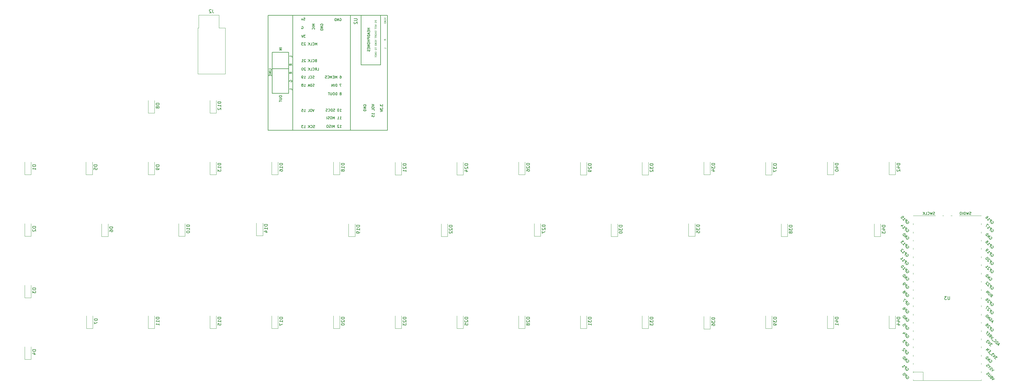
<source format=gbo>
G04 #@! TF.GenerationSoftware,KiCad,Pcbnew,(5.1.4)-1*
G04 #@! TF.CreationDate,2022-01-07T23:34:50-05:00*
G04 #@! TF.ProjectId,the_TOP-1,7468655f-544f-4502-9d31-2e6b69636164,rev?*
G04 #@! TF.SameCoordinates,Original*
G04 #@! TF.FileFunction,Legend,Bot*
G04 #@! TF.FilePolarity,Positive*
%FSLAX46Y46*%
G04 Gerber Fmt 4.6, Leading zero omitted, Abs format (unit mm)*
G04 Created by KiCad (PCBNEW (5.1.4)-1) date 2022-01-07 23:34:50*
%MOMM*%
%LPD*%
G04 APERTURE LIST*
%ADD10C,0.150000*%
%ADD11C,0.120000*%
%ADD12C,0.127000*%
%ADD13C,0.101600*%
%ADD14O,1.626000X1.626000*%
%ADD15C,1.626000*%
%ADD16O,2.902000X1.902000*%
%ADD17O,1.802000X1.802000*%
%ADD18R,1.802000X1.802000*%
%ADD19C,1.702000*%
%ADD20R,1.702000X1.702000*%
%ADD21R,1.402000X1.402000*%
%ADD22C,1.402000*%
%ADD23R,2.007000X2.007000*%
%ADD24C,2.007000*%
%ADD25C,1.302000*%
%ADD26C,2.002000*%
%ADD27C,2.102000*%
%ADD28C,3.502000*%
%ADD29R,1.802000X3.602000*%
%ADD30O,1.602000X1.602000*%
%ADD31O,1.902000X1.902000*%
%ADD32R,3.602000X1.802000*%
%ADD33R,2.102000X2.102000*%
%ADD34R,3.302000X2.102000*%
%ADD35C,2.202180*%
%ADD36R,1.302000X1.002000*%
G04 APERTURE END LIST*
D10*
X107708700Y3086100D02*
X107708700Y18412460D01*
X101719380Y3086100D02*
X107708700Y3086100D01*
X101719380Y18412460D02*
X101719380Y3086100D01*
X79375000Y-5715000D02*
X79375000Y1905000D01*
X74295000Y-5715000D02*
X79375000Y-5715000D01*
X74295000Y1905000D02*
X74295000Y-5715000D01*
X74295000Y1905000D02*
X74295000Y6985000D01*
X79375000Y1905000D02*
X74295000Y1905000D01*
X79375000Y6985000D02*
X79375000Y1905000D01*
X74295000Y6985000D02*
X79375000Y6985000D01*
X109855000Y18415000D02*
X73025000Y18415000D01*
X109855000Y-17145000D02*
X109855000Y18415000D01*
X73025000Y-17145000D02*
X109855000Y-17145000D01*
X73025000Y18415000D02*
X73025000Y-17145000D01*
X80645000Y18415000D02*
X98425000Y18415000D01*
X80645000Y-17145000D02*
X80645000Y18415000D01*
X98425000Y-17145000D02*
X80645000Y-17145000D01*
X98425000Y18415000D02*
X98425000Y-17145000D01*
D11*
X57846000Y14528000D02*
X57846000Y18528000D01*
X59746000Y14528000D02*
X57846000Y14528000D01*
X59746000Y288000D02*
X59746000Y14528000D01*
X51306000Y288000D02*
X59746000Y288000D01*
X51306000Y14528000D02*
X51306000Y288000D01*
X51606000Y14528000D02*
X51306000Y14528000D01*
X51606000Y18528000D02*
X51606000Y14528000D01*
X57846000Y18528000D02*
X51606000Y18528000D01*
X272075000Y-94556250D02*
X293075000Y-94556250D01*
X278875000Y-43556250D02*
X272075000Y-43556250D01*
X272075000Y-91889250D02*
X275082000Y-91889250D01*
X275082000Y-91889250D02*
X275082000Y-94556250D01*
X272075000Y-94556250D02*
X272075000Y-94256250D01*
X272075000Y-92156250D02*
X272075000Y-91756250D01*
X272075000Y-89556250D02*
X272075000Y-89156250D01*
X272075000Y-87056250D02*
X272075000Y-86656250D01*
X272075000Y-84456250D02*
X272075000Y-84056250D01*
X272075000Y-81956250D02*
X272075000Y-81556250D01*
X272075000Y-79456250D02*
X272075000Y-79056250D01*
X272075000Y-76856250D02*
X272075000Y-76456250D01*
X272075000Y-74356250D02*
X272075000Y-73956250D01*
X272075000Y-71756250D02*
X272075000Y-71356250D01*
X272075000Y-69256250D02*
X272075000Y-68856250D01*
X272075000Y-66756250D02*
X272075000Y-66356250D01*
X272075000Y-64156250D02*
X272075000Y-63756250D01*
X272075000Y-61656250D02*
X272075000Y-61256250D01*
X272075000Y-59056250D02*
X272075000Y-58656250D01*
X272075000Y-56556250D02*
X272075000Y-56156250D01*
X272075000Y-53956250D02*
X272075000Y-53556250D01*
X272075000Y-51456250D02*
X272075000Y-51056250D01*
X272075000Y-48956250D02*
X272075000Y-48556250D01*
X272075000Y-46356250D02*
X272075000Y-45956250D01*
X293075000Y-79456250D02*
X293075000Y-79056250D01*
X293075000Y-74356250D02*
X293075000Y-73956250D01*
X293075000Y-66756250D02*
X293075000Y-66356250D01*
X293075000Y-59056250D02*
X293075000Y-58656250D01*
X293075000Y-89556250D02*
X293075000Y-89156250D01*
X293075000Y-92156250D02*
X293075000Y-91756250D01*
X293075000Y-84456250D02*
X293075000Y-84056250D01*
X293075000Y-51456250D02*
X293075000Y-51056250D01*
X293075000Y-46356250D02*
X293075000Y-45956250D01*
X293075000Y-48956250D02*
X293075000Y-48556250D01*
X293075000Y-64156250D02*
X293075000Y-63756250D01*
X293075000Y-69256250D02*
X293075000Y-68856250D01*
X293075000Y-81956250D02*
X293075000Y-81556250D01*
X293075000Y-76856250D02*
X293075000Y-76456250D01*
X293075000Y-56556250D02*
X293075000Y-56156250D01*
X293075000Y-71756250D02*
X293075000Y-71356250D01*
X293075000Y-94556250D02*
X293075000Y-94256250D01*
X293075000Y-87056250D02*
X293075000Y-86656250D01*
X293075000Y-61656250D02*
X293075000Y-61256250D01*
X293075000Y-53956250D02*
X293075000Y-53556250D01*
X293075000Y-43556250D02*
X286275000Y-43556250D01*
X281075000Y-43556250D02*
X281475000Y-43556250D01*
X283675000Y-43556250D02*
X284075000Y-43556250D01*
X266557000Y-78450000D02*
X266557000Y-74550000D01*
X264557000Y-78450000D02*
X264557000Y-74550000D01*
X266557000Y-78450000D02*
X264557000Y-78450000D01*
X261985000Y-50002000D02*
X261985000Y-46102000D01*
X259985000Y-50002000D02*
X259985000Y-46102000D01*
X261985000Y-50002000D02*
X259985000Y-50002000D01*
X266557000Y-30825000D02*
X266557000Y-26925000D01*
X264557000Y-30825000D02*
X264557000Y-26925000D01*
X266557000Y-30825000D02*
X264557000Y-30825000D01*
X247507000Y-78450000D02*
X247507000Y-74550000D01*
X245507000Y-78450000D02*
X245507000Y-74550000D01*
X247507000Y-78450000D02*
X245507000Y-78450000D01*
X247507000Y-30825000D02*
X247507000Y-26925000D01*
X245507000Y-30825000D02*
X245507000Y-26925000D01*
X247507000Y-30825000D02*
X245507000Y-30825000D01*
X228457000Y-78450000D02*
X228457000Y-74550000D01*
X226457000Y-78450000D02*
X226457000Y-74550000D01*
X228457000Y-78450000D02*
X226457000Y-78450000D01*
X228457000Y-30952000D02*
X228457000Y-27052000D01*
X226457000Y-30952000D02*
X226457000Y-27052000D01*
X228457000Y-30952000D02*
X226457000Y-30952000D01*
X209407000Y-78577000D02*
X209407000Y-74677000D01*
X207407000Y-78577000D02*
X207407000Y-74677000D01*
X209407000Y-78577000D02*
X207407000Y-78577000D01*
X204708000Y-49875000D02*
X204708000Y-45975000D01*
X202708000Y-49875000D02*
X202708000Y-45975000D01*
X204708000Y-49875000D02*
X202708000Y-49875000D01*
X209407000Y-30825000D02*
X209407000Y-26925000D01*
X207407000Y-30825000D02*
X207407000Y-26925000D01*
X209407000Y-30825000D02*
X207407000Y-30825000D01*
X190357000Y-78450000D02*
X190357000Y-74550000D01*
X188357000Y-78450000D02*
X188357000Y-74550000D01*
X190357000Y-78450000D02*
X188357000Y-78450000D01*
X233283000Y-50002000D02*
X233283000Y-46102000D01*
X231283000Y-50002000D02*
X231283000Y-46102000D01*
X233283000Y-50002000D02*
X231283000Y-50002000D01*
X190357000Y-30952000D02*
X190357000Y-27052000D01*
X188357000Y-30952000D02*
X188357000Y-27052000D01*
X190357000Y-30952000D02*
X188357000Y-30952000D01*
X171307000Y-78450000D02*
X171307000Y-74550000D01*
X169307000Y-78450000D02*
X169307000Y-74550000D01*
X171307000Y-78450000D02*
X169307000Y-78450000D01*
X180832000Y-50002000D02*
X180832000Y-46102000D01*
X178832000Y-50002000D02*
X178832000Y-46102000D01*
X180832000Y-50002000D02*
X178832000Y-50002000D01*
X171307000Y-30952000D02*
X171307000Y-27052000D01*
X169307000Y-30952000D02*
X169307000Y-27052000D01*
X171307000Y-30952000D02*
X169307000Y-30952000D01*
X152257000Y-78450000D02*
X152257000Y-74550000D01*
X150257000Y-78450000D02*
X150257000Y-74550000D01*
X152257000Y-78450000D02*
X150257000Y-78450000D01*
X152257000Y-30825000D02*
X152257000Y-26925000D01*
X150257000Y-30825000D02*
X150257000Y-26925000D01*
X152257000Y-30825000D02*
X150257000Y-30825000D01*
X133207000Y-78450000D02*
X133207000Y-74550000D01*
X131207000Y-78450000D02*
X131207000Y-74550000D01*
X133207000Y-78450000D02*
X131207000Y-78450000D01*
X157083000Y-49875000D02*
X157083000Y-45975000D01*
X155083000Y-49875000D02*
X155083000Y-45975000D01*
X157083000Y-49875000D02*
X155083000Y-49875000D01*
X133207000Y-30952000D02*
X133207000Y-27052000D01*
X131207000Y-30952000D02*
X131207000Y-27052000D01*
X133207000Y-30952000D02*
X131207000Y-30952000D01*
X114157000Y-78450000D02*
X114157000Y-74550000D01*
X112157000Y-78450000D02*
X112157000Y-74550000D01*
X114157000Y-78450000D02*
X112157000Y-78450000D01*
X128381000Y-50002000D02*
X128381000Y-46102000D01*
X126381000Y-50002000D02*
X126381000Y-46102000D01*
X128381000Y-50002000D02*
X126381000Y-50002000D01*
X114157000Y-30952000D02*
X114157000Y-27052000D01*
X112157000Y-30952000D02*
X112157000Y-27052000D01*
X114157000Y-30952000D02*
X112157000Y-30952000D01*
X95107000Y-78450000D02*
X95107000Y-74550000D01*
X93107000Y-78450000D02*
X93107000Y-74550000D01*
X95107000Y-78450000D02*
X93107000Y-78450000D01*
X99806000Y-50002000D02*
X99806000Y-46102000D01*
X97806000Y-50002000D02*
X97806000Y-46102000D01*
X99806000Y-50002000D02*
X97806000Y-50002000D01*
X95107000Y-30825000D02*
X95107000Y-26925000D01*
X93107000Y-30825000D02*
X93107000Y-26925000D01*
X95107000Y-30825000D02*
X93107000Y-30825000D01*
X76057000Y-78450000D02*
X76057000Y-74550000D01*
X74057000Y-78450000D02*
X74057000Y-74550000D01*
X76057000Y-78450000D02*
X74057000Y-78450000D01*
X76057000Y-30825000D02*
X76057000Y-26925000D01*
X74057000Y-30825000D02*
X74057000Y-26925000D01*
X76057000Y-30825000D02*
X74057000Y-30825000D01*
X57007000Y-78450000D02*
X57007000Y-74550000D01*
X55007000Y-78450000D02*
X55007000Y-74550000D01*
X57007000Y-78450000D02*
X55007000Y-78450000D01*
X71358000Y-49748000D02*
X71358000Y-45848000D01*
X69358000Y-49748000D02*
X69358000Y-45848000D01*
X71358000Y-49748000D02*
X69358000Y-49748000D01*
X57007000Y-30825000D02*
X57007000Y-26925000D01*
X55007000Y-30825000D02*
X55007000Y-26925000D01*
X57007000Y-30825000D02*
X55007000Y-30825000D01*
X57007000Y-11775000D02*
X57007000Y-7875000D01*
X55007000Y-11775000D02*
X55007000Y-7875000D01*
X57007000Y-11775000D02*
X55007000Y-11775000D01*
X37957000Y-78450000D02*
X37957000Y-74550000D01*
X35957000Y-78450000D02*
X35957000Y-74550000D01*
X37957000Y-78450000D02*
X35957000Y-78450000D01*
X47355000Y-49875000D02*
X47355000Y-45975000D01*
X45355000Y-49875000D02*
X45355000Y-45975000D01*
X47355000Y-49875000D02*
X45355000Y-49875000D01*
X37957000Y-30825000D02*
X37957000Y-26925000D01*
X35957000Y-30825000D02*
X35957000Y-26925000D01*
X37957000Y-30825000D02*
X35957000Y-30825000D01*
X37957000Y-11775000D02*
X37957000Y-7875000D01*
X35957000Y-11775000D02*
X35957000Y-7875000D01*
X37957000Y-11775000D02*
X35957000Y-11775000D01*
X18907000Y-78450000D02*
X18907000Y-74550000D01*
X16907000Y-78450000D02*
X16907000Y-74550000D01*
X18907000Y-78450000D02*
X16907000Y-78450000D01*
X23606000Y-50002000D02*
X23606000Y-46102000D01*
X21606000Y-50002000D02*
X21606000Y-46102000D01*
X23606000Y-50002000D02*
X21606000Y-50002000D01*
X18780000Y-30825000D02*
X18780000Y-26925000D01*
X16780000Y-30825000D02*
X16780000Y-26925000D01*
X18780000Y-30825000D02*
X16780000Y-30825000D01*
X-143000Y-87975000D02*
X-143000Y-84075000D01*
X-2143000Y-87975000D02*
X-2143000Y-84075000D01*
X-143000Y-87975000D02*
X-2143000Y-87975000D01*
X-143000Y-68925000D02*
X-143000Y-65025000D01*
X-2143000Y-68925000D02*
X-2143000Y-65025000D01*
X-143000Y-68925000D02*
X-2143000Y-68925000D01*
X-143000Y-49875000D02*
X-143000Y-45975000D01*
X-2143000Y-49875000D02*
X-2143000Y-45975000D01*
X-143000Y-49875000D02*
X-2143000Y-49875000D01*
X-143000Y-30825000D02*
X-143000Y-26925000D01*
X-2143000Y-30825000D02*
X-2143000Y-26925000D01*
X-143000Y-30825000D02*
X-2143000Y-30825000D01*
D10*
X99505520Y17386204D02*
X100315044Y17386204D01*
X100410282Y17338585D01*
X100457901Y17290966D01*
X100505520Y17195728D01*
X100505520Y17005252D01*
X100457901Y16910014D01*
X100410282Y16862395D01*
X100315044Y16814776D01*
X99505520Y16814776D01*
X99600759Y16386204D02*
X99553140Y16338585D01*
X99505520Y16243347D01*
X99505520Y16005252D01*
X99553140Y15910014D01*
X99600759Y15862395D01*
X99695997Y15814776D01*
X99791235Y15814776D01*
X99934092Y15862395D01*
X100505520Y16433823D01*
X100505520Y15814776D01*
D12*
X107583514Y-9134202D02*
X107583514Y-9605917D01*
X107873800Y-9351917D01*
X107873800Y-9460774D01*
X107910085Y-9533345D01*
X107946371Y-9569631D01*
X108018942Y-9605917D01*
X108200371Y-9605917D01*
X108272942Y-9569631D01*
X108309228Y-9533345D01*
X108345514Y-9460774D01*
X108345514Y-9243060D01*
X108309228Y-9170488D01*
X108272942Y-9134202D01*
X108272942Y-9932488D02*
X108309228Y-9968774D01*
X108345514Y-9932488D01*
X108309228Y-9896202D01*
X108272942Y-9932488D01*
X108345514Y-9932488D01*
X107583514Y-10222774D02*
X107583514Y-10694488D01*
X107873800Y-10440488D01*
X107873800Y-10549345D01*
X107910085Y-10621917D01*
X107946371Y-10658202D01*
X108018942Y-10694488D01*
X108200371Y-10694488D01*
X108272942Y-10658202D01*
X108309228Y-10621917D01*
X108345514Y-10549345D01*
X108345514Y-10331631D01*
X108309228Y-10259060D01*
X108272942Y-10222774D01*
X107583514Y-10912202D02*
X108345514Y-11166202D01*
X107583514Y-11420202D01*
X104977474Y-9097917D02*
X105739474Y-9351917D01*
X104977474Y-9605917D01*
X104977474Y-10005060D02*
X104977474Y-10150203D01*
X105013760Y-10222774D01*
X105086331Y-10295346D01*
X105231474Y-10331631D01*
X105485474Y-10331631D01*
X105630617Y-10295346D01*
X105703188Y-10222774D01*
X105739474Y-10150203D01*
X105739474Y-10005060D01*
X105703188Y-9932489D01*
X105630617Y-9859917D01*
X105485474Y-9823631D01*
X105231474Y-9823631D01*
X105086331Y-9859917D01*
X105013760Y-9932489D01*
X104977474Y-10005060D01*
X105739474Y-11021060D02*
X105739474Y-10658203D01*
X104977474Y-10658203D01*
X105739474Y-12254774D02*
X105739474Y-11819346D01*
X105739474Y-12037060D02*
X104977474Y-12037060D01*
X105086331Y-11964489D01*
X105158902Y-11891917D01*
X105195188Y-11819346D01*
X104977474Y-12944203D02*
X104977474Y-12581346D01*
X105340331Y-12545060D01*
X105304045Y-12581346D01*
X105267760Y-12653917D01*
X105267760Y-12835346D01*
X105304045Y-12907917D01*
X105340331Y-12944203D01*
X105412902Y-12980489D01*
X105594331Y-12980489D01*
X105666902Y-12944203D01*
X105703188Y-12907917D01*
X105739474Y-12835346D01*
X105739474Y-12653917D01*
X105703188Y-12581346D01*
X105666902Y-12545060D01*
X102506780Y-9605917D02*
X102470494Y-9533346D01*
X102470494Y-9424489D01*
X102506780Y-9315631D01*
X102579351Y-9243060D01*
X102651922Y-9206774D01*
X102797065Y-9170489D01*
X102905922Y-9170489D01*
X103051065Y-9206774D01*
X103123637Y-9243060D01*
X103196208Y-9315631D01*
X103232494Y-9424489D01*
X103232494Y-9497060D01*
X103196208Y-9605917D01*
X103159922Y-9642203D01*
X102905922Y-9642203D01*
X102905922Y-9497060D01*
X103232494Y-9968774D02*
X102470494Y-9968774D01*
X103232494Y-10404203D01*
X102470494Y-10404203D01*
X103232494Y-10767060D02*
X102470494Y-10767060D01*
X102470494Y-10948489D01*
X102506780Y-11057346D01*
X102579351Y-11129917D01*
X102651922Y-11166203D01*
X102797065Y-11202489D01*
X102905922Y-11202489D01*
X103051065Y-11166203D01*
X103123637Y-11129917D01*
X103196208Y-11057346D01*
X103232494Y-10948489D01*
X103232494Y-10767060D01*
X80354714Y-4680857D02*
X80354714Y-4318000D01*
X79592714Y-4318000D01*
X79629000Y-2104571D02*
X79592714Y-2032000D01*
X79592714Y-1923142D01*
X79629000Y-1814285D01*
X79701571Y-1741714D01*
X79774142Y-1705428D01*
X79919285Y-1669142D01*
X80028142Y-1669142D01*
X80173285Y-1705428D01*
X80245857Y-1741714D01*
X80318428Y-1814285D01*
X80354714Y-1923142D01*
X80354714Y-1995714D01*
X80318428Y-2104571D01*
X80282142Y-2140857D01*
X80028142Y-2140857D01*
X80028142Y-1995714D01*
X80354714Y399142D02*
X79991857Y653142D01*
X80354714Y834571D02*
X79592714Y834571D01*
X79592714Y544285D01*
X79629000Y471714D01*
X79665285Y435428D01*
X79737857Y399142D01*
X79846714Y399142D01*
X79919285Y435428D01*
X79955571Y471714D01*
X79991857Y544285D01*
X79991857Y834571D01*
X80354714Y2939142D02*
X79991857Y3193142D01*
X80354714Y3374571D02*
X79592714Y3374571D01*
X79592714Y3084285D01*
X79629000Y3011714D01*
X79665285Y2975428D01*
X79737857Y2939142D01*
X79846714Y2939142D01*
X79919285Y2975428D01*
X79955571Y3011714D01*
X79991857Y3084285D01*
X79991857Y3374571D01*
X80354714Y5479142D02*
X80354714Y5842000D01*
X79592714Y5842000D01*
X76425334Y-6553200D02*
X76425334Y-6698342D01*
X76461620Y-6770914D01*
X76534191Y-6843485D01*
X76679334Y-6879771D01*
X76933334Y-6879771D01*
X77078477Y-6843485D01*
X77151048Y-6770914D01*
X77187334Y-6698342D01*
X77187334Y-6553200D01*
X77151048Y-6480628D01*
X77078477Y-6408057D01*
X76933334Y-6371771D01*
X76679334Y-6371771D01*
X76534191Y-6408057D01*
X76461620Y-6480628D01*
X76425334Y-6553200D01*
X76425334Y-7206342D02*
X77042191Y-7206342D01*
X77114762Y-7242628D01*
X77151048Y-7278914D01*
X77187334Y-7351485D01*
X77187334Y-7496628D01*
X77151048Y-7569200D01*
X77114762Y-7605485D01*
X77042191Y-7641771D01*
X76425334Y-7641771D01*
X76425334Y-7895771D02*
X76425334Y-8331200D01*
X77187334Y-8113485D02*
X76425334Y-8113485D01*
X77189874Y8425542D02*
X76427874Y8425542D01*
X77189874Y8062685D02*
X76427874Y8062685D01*
X77189874Y7627257D01*
X76427874Y7627257D01*
X83972763Y17618165D02*
X84335620Y17618165D01*
X84371906Y17255308D01*
X84335620Y17291594D01*
X84263048Y17327880D01*
X84081620Y17327880D01*
X84009048Y17291594D01*
X83972763Y17255308D01*
X83936477Y17182737D01*
X83936477Y17001308D01*
X83972763Y16928737D01*
X84009048Y16892451D01*
X84081620Y16856165D01*
X84263048Y16856165D01*
X84335620Y16892451D01*
X84371906Y16928737D01*
X83682477Y17364165D02*
X83501048Y16856165D01*
X83319620Y17364165D01*
X95140719Y17439640D02*
X95213290Y17475925D01*
X95322148Y17475925D01*
X95431005Y17439640D01*
X95503576Y17367068D01*
X95539862Y17294497D01*
X95576148Y17149354D01*
X95576148Y17040497D01*
X95539862Y16895354D01*
X95503576Y16822782D01*
X95431005Y16750211D01*
X95322148Y16713925D01*
X95249576Y16713925D01*
X95140719Y16750211D01*
X95104433Y16786497D01*
X95104433Y17040497D01*
X95249576Y17040497D01*
X94777862Y16713925D02*
X94777862Y17475925D01*
X94342433Y16713925D01*
X94342433Y17475925D01*
X93979576Y16713925D02*
X93979576Y17475925D01*
X93798148Y17475925D01*
X93689290Y17439640D01*
X93616719Y17367068D01*
X93580433Y17294497D01*
X93544148Y17149354D01*
X93544148Y17040497D01*
X93580433Y16895354D01*
X93616719Y16822782D01*
X93689290Y16750211D01*
X93798148Y16713925D01*
X93979576Y16713925D01*
X87347334Y15737114D02*
X86585334Y15737114D01*
X87129620Y15483114D01*
X86585334Y15229114D01*
X87347334Y15229114D01*
X87347334Y14866257D02*
X86585334Y14866257D01*
X87274762Y14067971D02*
X87311048Y14104257D01*
X87347334Y14213114D01*
X87347334Y14285686D01*
X87311048Y14394543D01*
X87238477Y14467114D01*
X87165905Y14503400D01*
X87020762Y14539686D01*
X86911905Y14539686D01*
X86766762Y14503400D01*
X86694191Y14467114D01*
X86621620Y14394543D01*
X86585334Y14285686D01*
X86585334Y14213114D01*
X86621620Y14104257D01*
X86657905Y14067971D01*
X89209880Y15337971D02*
X89173594Y15410542D01*
X89173594Y15519400D01*
X89209880Y15628257D01*
X89282451Y15700828D01*
X89355022Y15737114D01*
X89500165Y15773400D01*
X89609022Y15773400D01*
X89754165Y15737114D01*
X89826737Y15700828D01*
X89899308Y15628257D01*
X89935594Y15519400D01*
X89935594Y15446828D01*
X89899308Y15337971D01*
X89863022Y15301685D01*
X89609022Y15301685D01*
X89609022Y15446828D01*
X89935594Y14975114D02*
X89173594Y14975114D01*
X89935594Y14539685D01*
X89173594Y14539685D01*
X89935594Y14176828D02*
X89173594Y14176828D01*
X89173594Y13995400D01*
X89209880Y13886542D01*
X89282451Y13813971D01*
X89355022Y13777685D01*
X89500165Y13741400D01*
X89609022Y13741400D01*
X89754165Y13777685D01*
X89826737Y13813971D01*
X89899308Y13886542D01*
X89935594Y13995400D01*
X89935594Y14176828D01*
X87347334Y-16305348D02*
X87238477Y-16341634D01*
X87057048Y-16341634D01*
X86984477Y-16305348D01*
X86948191Y-16269062D01*
X86911905Y-16196491D01*
X86911905Y-16123920D01*
X86948191Y-16051348D01*
X86984477Y-16015062D01*
X87057048Y-15978777D01*
X87202191Y-15942491D01*
X87274762Y-15906205D01*
X87311048Y-15869920D01*
X87347334Y-15797348D01*
X87347334Y-15724777D01*
X87311048Y-15652205D01*
X87274762Y-15615920D01*
X87202191Y-15579634D01*
X87020762Y-15579634D01*
X86911905Y-15615920D01*
X86149905Y-16269062D02*
X86186191Y-16305348D01*
X86295048Y-16341634D01*
X86367620Y-16341634D01*
X86476477Y-16305348D01*
X86549048Y-16232777D01*
X86585334Y-16160205D01*
X86621620Y-16015062D01*
X86621620Y-15906205D01*
X86585334Y-15761062D01*
X86549048Y-15688491D01*
X86476477Y-15615920D01*
X86367620Y-15579634D01*
X86295048Y-15579634D01*
X86186191Y-15615920D01*
X86149905Y-15652205D01*
X85823334Y-16341634D02*
X85823334Y-15579634D01*
X85387905Y-16341634D02*
X85714477Y-15906205D01*
X85387905Y-15579634D02*
X85823334Y-16015062D01*
X84081620Y-16341634D02*
X84517048Y-16341634D01*
X84299334Y-16341634D02*
X84299334Y-15579634D01*
X84371905Y-15688491D01*
X84444477Y-15761062D01*
X84517048Y-15797348D01*
X83827620Y-15579634D02*
X83355905Y-15579634D01*
X83609905Y-15869920D01*
X83501048Y-15869920D01*
X83428477Y-15906205D01*
X83392191Y-15942491D01*
X83355905Y-16015062D01*
X83355905Y-16196491D01*
X83392191Y-16269062D01*
X83428477Y-16305348D01*
X83501048Y-16341634D01*
X83718762Y-16341634D01*
X83791334Y-16305348D01*
X83827620Y-16269062D01*
D13*
X109325349Y10754601D02*
X109083444Y10923935D01*
X109325349Y11044887D02*
X108817349Y11044887D01*
X108817349Y10851363D01*
X108841540Y10802982D01*
X108865730Y10778792D01*
X108914111Y10754601D01*
X108986682Y10754601D01*
X109035063Y10778792D01*
X109059254Y10802982D01*
X109083444Y10851363D01*
X109083444Y11044887D01*
X109325349Y8082521D02*
X109325349Y8324426D01*
X108817349Y8324426D01*
D12*
X87238477Y-10606314D02*
X86984477Y-11368314D01*
X86730477Y-10606314D01*
X86331334Y-10606314D02*
X86186191Y-10606314D01*
X86113620Y-10642600D01*
X86041048Y-10715171D01*
X86004763Y-10860314D01*
X86004763Y-11114314D01*
X86041048Y-11259457D01*
X86113620Y-11332028D01*
X86186191Y-11368314D01*
X86331334Y-11368314D01*
X86403906Y-11332028D01*
X86476477Y-11259457D01*
X86512763Y-11114314D01*
X86512763Y-10860314D01*
X86476477Y-10715171D01*
X86403906Y-10642600D01*
X86331334Y-10606314D01*
X85315334Y-11368314D02*
X85678191Y-11368314D01*
X85678191Y-10606314D01*
X84081620Y-11368314D02*
X84517048Y-11368314D01*
X84299334Y-11368314D02*
X84299334Y-10606314D01*
X84371906Y-10715171D01*
X84444477Y-10787742D01*
X84517048Y-10824028D01*
X83392191Y-10606314D02*
X83755048Y-10606314D01*
X83791334Y-10969171D01*
X83755048Y-10932885D01*
X83682477Y-10896600D01*
X83501048Y-10896600D01*
X83428477Y-10932885D01*
X83392191Y-10969171D01*
X83355906Y-11041742D01*
X83355906Y-11223171D01*
X83392191Y-11295742D01*
X83428477Y-11332028D01*
X83501048Y-11368314D01*
X83682477Y-11368314D01*
X83755048Y-11332028D01*
X83791334Y-11295742D01*
X83392191Y14955520D02*
X83464763Y14991805D01*
X83573620Y14991805D01*
X83682477Y14955520D01*
X83755048Y14882948D01*
X83791334Y14810377D01*
X83827620Y14665234D01*
X83827620Y14556377D01*
X83791334Y14411234D01*
X83755048Y14338662D01*
X83682477Y14266091D01*
X83573620Y14229805D01*
X83501048Y14229805D01*
X83392191Y14266091D01*
X83355905Y14302377D01*
X83355905Y14556377D01*
X83501048Y14556377D01*
X84480763Y12352745D02*
X84009049Y12352745D01*
X84263049Y12062460D01*
X84154192Y12062460D01*
X84081620Y12026174D01*
X84045334Y11989888D01*
X84009049Y11917317D01*
X84009049Y11735888D01*
X84045334Y11663317D01*
X84081620Y11627031D01*
X84154192Y11590745D01*
X84371906Y11590745D01*
X84444477Y11627031D01*
X84480763Y11663317D01*
X83791334Y12352745D02*
X83537334Y11590745D01*
X83283334Y12352745D01*
X88073048Y9185365D02*
X88073048Y9947365D01*
X87819048Y9403080D01*
X87565048Y9947365D01*
X87565048Y9185365D01*
X86766762Y9257937D02*
X86803048Y9221651D01*
X86911905Y9185365D01*
X86984477Y9185365D01*
X87093334Y9221651D01*
X87165905Y9294222D01*
X87202191Y9366794D01*
X87238477Y9511937D01*
X87238477Y9620794D01*
X87202191Y9765937D01*
X87165905Y9838508D01*
X87093334Y9911080D01*
X86984477Y9947365D01*
X86911905Y9947365D01*
X86803048Y9911080D01*
X86766762Y9874794D01*
X86077334Y9185365D02*
X86440191Y9185365D01*
X86440191Y9947365D01*
X85823334Y9185365D02*
X85823334Y9947365D01*
X85387905Y9185365D02*
X85714477Y9620794D01*
X85387905Y9947365D02*
X85823334Y9511937D01*
X84517048Y9874794D02*
X84480762Y9911080D01*
X84408191Y9947365D01*
X84226762Y9947365D01*
X84154191Y9911080D01*
X84117905Y9874794D01*
X84081620Y9802222D01*
X84081620Y9729651D01*
X84117905Y9620794D01*
X84553334Y9185365D01*
X84081620Y9185365D01*
X83827620Y9947365D02*
X83355905Y9947365D01*
X83609905Y9657080D01*
X83501048Y9657080D01*
X83428477Y9620794D01*
X83392191Y9584508D01*
X83355905Y9511937D01*
X83355905Y9330508D01*
X83392191Y9257937D01*
X83428477Y9221651D01*
X83501048Y9185365D01*
X83718762Y9185365D01*
X83791334Y9221651D01*
X83827620Y9257937D01*
X87710192Y4407988D02*
X87601334Y4371702D01*
X87565049Y4335417D01*
X87528763Y4262845D01*
X87528763Y4153988D01*
X87565049Y4081417D01*
X87601334Y4045131D01*
X87673906Y4008845D01*
X87964192Y4008845D01*
X87964192Y4770845D01*
X87710192Y4770845D01*
X87637620Y4734560D01*
X87601334Y4698274D01*
X87565049Y4625702D01*
X87565049Y4553131D01*
X87601334Y4480560D01*
X87637620Y4444274D01*
X87710192Y4407988D01*
X87964192Y4407988D01*
X86766763Y4081417D02*
X86803049Y4045131D01*
X86911906Y4008845D01*
X86984477Y4008845D01*
X87093334Y4045131D01*
X87165906Y4117702D01*
X87202192Y4190274D01*
X87238477Y4335417D01*
X87238477Y4444274D01*
X87202192Y4589417D01*
X87165906Y4661988D01*
X87093334Y4734560D01*
X86984477Y4770845D01*
X86911906Y4770845D01*
X86803049Y4734560D01*
X86766763Y4698274D01*
X86077334Y4008845D02*
X86440192Y4008845D01*
X86440192Y4770845D01*
X85823334Y4008845D02*
X85823334Y4770845D01*
X85387906Y4008845D02*
X85714477Y4444274D01*
X85387906Y4770845D02*
X85823334Y4335417D01*
X84517049Y4698274D02*
X84480763Y4734560D01*
X84408192Y4770845D01*
X84226763Y4770845D01*
X84154192Y4734560D01*
X84117906Y4698274D01*
X84081620Y4625702D01*
X84081620Y4553131D01*
X84117906Y4444274D01*
X84553334Y4008845D01*
X84081620Y4008845D01*
X83355906Y4008845D02*
X83791334Y4008845D01*
X83573620Y4008845D02*
X83573620Y4770845D01*
X83646192Y4661988D01*
X83718763Y4589417D01*
X83791334Y4553131D01*
X88218191Y1420585D02*
X88581048Y1420585D01*
X88581048Y2182585D01*
X87528762Y1420585D02*
X87782762Y1783442D01*
X87964191Y1420585D02*
X87964191Y2182585D01*
X87673905Y2182585D01*
X87601334Y2146300D01*
X87565048Y2110014D01*
X87528762Y2037442D01*
X87528762Y1928585D01*
X87565048Y1856014D01*
X87601334Y1819728D01*
X87673905Y1783442D01*
X87964191Y1783442D01*
X86766762Y1493157D02*
X86803048Y1456871D01*
X86911905Y1420585D01*
X86984477Y1420585D01*
X87093334Y1456871D01*
X87165905Y1529442D01*
X87202191Y1602014D01*
X87238477Y1747157D01*
X87238477Y1856014D01*
X87202191Y2001157D01*
X87165905Y2073728D01*
X87093334Y2146300D01*
X86984477Y2182585D01*
X86911905Y2182585D01*
X86803048Y2146300D01*
X86766762Y2110014D01*
X86077334Y1420585D02*
X86440191Y1420585D01*
X86440191Y2182585D01*
X85823334Y1420585D02*
X85823334Y2182585D01*
X85387905Y1420585D02*
X85714477Y1856014D01*
X85387905Y2182585D02*
X85823334Y1747157D01*
X84517048Y2110014D02*
X84480762Y2146300D01*
X84408191Y2182585D01*
X84226762Y2182585D01*
X84154191Y2146300D01*
X84117905Y2110014D01*
X84081620Y2037442D01*
X84081620Y1964871D01*
X84117905Y1856014D01*
X84553334Y1420585D01*
X84081620Y1420585D01*
X83609905Y2182585D02*
X83537334Y2182585D01*
X83464762Y2146300D01*
X83428477Y2110014D01*
X83392191Y2037442D01*
X83355905Y1892300D01*
X83355905Y1710871D01*
X83392191Y1565728D01*
X83428477Y1493157D01*
X83464762Y1456871D01*
X83537334Y1420585D01*
X83609905Y1420585D01*
X83682477Y1456871D01*
X83718762Y1493157D01*
X83755048Y1565728D01*
X83791334Y1710871D01*
X83791334Y1892300D01*
X83755048Y2037442D01*
X83718762Y2110014D01*
X83682477Y2146300D01*
X83609905Y2182585D01*
X87202191Y-1029788D02*
X87093334Y-1066074D01*
X86911906Y-1066074D01*
X86839334Y-1029788D01*
X86803049Y-993502D01*
X86766763Y-920931D01*
X86766763Y-848360D01*
X86803049Y-775788D01*
X86839334Y-739502D01*
X86911906Y-703217D01*
X87057049Y-666931D01*
X87129620Y-630645D01*
X87165906Y-594360D01*
X87202191Y-521788D01*
X87202191Y-449217D01*
X87165906Y-376645D01*
X87129620Y-340360D01*
X87057049Y-304074D01*
X86875620Y-304074D01*
X86766763Y-340360D01*
X86004763Y-993502D02*
X86041049Y-1029788D01*
X86149906Y-1066074D01*
X86222477Y-1066074D01*
X86331334Y-1029788D01*
X86403906Y-957217D01*
X86440191Y-884645D01*
X86476477Y-739502D01*
X86476477Y-630645D01*
X86440191Y-485502D01*
X86403906Y-412931D01*
X86331334Y-340360D01*
X86222477Y-304074D01*
X86149906Y-304074D01*
X86041049Y-340360D01*
X86004763Y-376645D01*
X85315334Y-1066074D02*
X85678191Y-1066074D01*
X85678191Y-304074D01*
X84081620Y-1066074D02*
X84517049Y-1066074D01*
X84299334Y-1066074D02*
X84299334Y-304074D01*
X84371906Y-412931D01*
X84444477Y-485502D01*
X84517049Y-521788D01*
X83718763Y-1066074D02*
X83573620Y-1066074D01*
X83501049Y-1029788D01*
X83464763Y-993502D01*
X83392191Y-884645D01*
X83355906Y-739502D01*
X83355906Y-449217D01*
X83392191Y-376645D01*
X83428477Y-340360D01*
X83501049Y-304074D01*
X83646191Y-304074D01*
X83718763Y-340360D01*
X83755049Y-376645D01*
X83791334Y-449217D01*
X83791334Y-630645D01*
X83755049Y-703217D01*
X83718763Y-739502D01*
X83646191Y-775788D01*
X83501049Y-775788D01*
X83428477Y-739502D01*
X83392191Y-703217D01*
X83355906Y-630645D01*
X87238477Y-3516448D02*
X87129620Y-3552734D01*
X86948192Y-3552734D01*
X86875620Y-3516448D01*
X86839334Y-3480162D01*
X86803049Y-3407591D01*
X86803049Y-3335020D01*
X86839334Y-3262448D01*
X86875620Y-3226162D01*
X86948192Y-3189877D01*
X87093334Y-3153591D01*
X87165906Y-3117305D01*
X87202192Y-3081020D01*
X87238477Y-3008448D01*
X87238477Y-2935877D01*
X87202192Y-2863305D01*
X87165906Y-2827020D01*
X87093334Y-2790734D01*
X86911906Y-2790734D01*
X86803049Y-2827020D01*
X86476477Y-3552734D02*
X86476477Y-2790734D01*
X86295049Y-2790734D01*
X86186192Y-2827020D01*
X86113620Y-2899591D01*
X86077334Y-2972162D01*
X86041049Y-3117305D01*
X86041049Y-3226162D01*
X86077334Y-3371305D01*
X86113620Y-3443877D01*
X86186192Y-3516448D01*
X86295049Y-3552734D01*
X86476477Y-3552734D01*
X85750763Y-3335020D02*
X85387906Y-3335020D01*
X85823334Y-3552734D02*
X85569334Y-2790734D01*
X85315334Y-3552734D01*
X84081620Y-3552734D02*
X84517049Y-3552734D01*
X84299334Y-3552734D02*
X84299334Y-2790734D01*
X84371906Y-2899591D01*
X84444477Y-2972162D01*
X84517049Y-3008448D01*
X83646192Y-3117305D02*
X83718763Y-3081020D01*
X83755049Y-3044734D01*
X83791334Y-2972162D01*
X83791334Y-2935877D01*
X83755049Y-2863305D01*
X83718763Y-2827020D01*
X83646192Y-2790734D01*
X83501049Y-2790734D01*
X83428477Y-2827020D01*
X83392192Y-2863305D01*
X83355906Y-2935877D01*
X83355906Y-2972162D01*
X83392192Y-3044734D01*
X83428477Y-3081020D01*
X83501049Y-3117305D01*
X83646192Y-3117305D01*
X83718763Y-3153591D01*
X83755049Y-3189877D01*
X83791334Y-3262448D01*
X83791334Y-3407591D01*
X83755049Y-3480162D01*
X83718763Y-3516448D01*
X83646192Y-3552734D01*
X83501049Y-3552734D01*
X83428477Y-3516448D01*
X83392192Y-3480162D01*
X83355906Y-3407591D01*
X83355906Y-3262448D01*
X83392192Y-3189877D01*
X83428477Y-3153591D01*
X83501049Y-3117305D01*
X95213291Y-253274D02*
X95358434Y-253274D01*
X95431005Y-289560D01*
X95467291Y-325845D01*
X95539862Y-434702D01*
X95576148Y-579845D01*
X95576148Y-870131D01*
X95539862Y-942702D01*
X95503577Y-978988D01*
X95431005Y-1015274D01*
X95285862Y-1015274D01*
X95213291Y-978988D01*
X95177005Y-942702D01*
X95140720Y-870131D01*
X95140720Y-688702D01*
X95177005Y-616131D01*
X95213291Y-579845D01*
X95285862Y-543560D01*
X95431005Y-543560D01*
X95503577Y-579845D01*
X95539862Y-616131D01*
X95576148Y-688702D01*
X94233577Y-1015274D02*
X94233577Y-253274D01*
X93979577Y-797560D01*
X93725577Y-253274D01*
X93725577Y-1015274D01*
X93362720Y-616131D02*
X93108720Y-616131D01*
X92999862Y-1015274D02*
X93362720Y-1015274D01*
X93362720Y-253274D01*
X92999862Y-253274D01*
X92673291Y-1015274D02*
X92673291Y-253274D01*
X92419291Y-797560D01*
X92165291Y-253274D01*
X92165291Y-1015274D01*
X91367005Y-942702D02*
X91403291Y-978988D01*
X91512148Y-1015274D01*
X91584720Y-1015274D01*
X91693577Y-978988D01*
X91766148Y-906417D01*
X91802434Y-833845D01*
X91838720Y-688702D01*
X91838720Y-579845D01*
X91802434Y-434702D01*
X91766148Y-362131D01*
X91693577Y-289560D01*
X91584720Y-253274D01*
X91512148Y-253274D01*
X91403291Y-289560D01*
X91367005Y-325845D01*
X91076720Y-978988D02*
X90967862Y-1015274D01*
X90786434Y-1015274D01*
X90713862Y-978988D01*
X90677577Y-942702D01*
X90641291Y-870131D01*
X90641291Y-797560D01*
X90677577Y-724988D01*
X90713862Y-688702D01*
X90786434Y-652417D01*
X90931577Y-616131D01*
X91004148Y-579845D01*
X91040434Y-543560D01*
X91076720Y-470988D01*
X91076720Y-398417D01*
X91040434Y-325845D01*
X91004148Y-289560D01*
X90931577Y-253274D01*
X90750148Y-253274D01*
X90641291Y-289560D01*
X95612434Y-2790734D02*
X95104434Y-2790734D01*
X95431005Y-3552734D01*
X94233577Y-3552734D02*
X94233577Y-2790734D01*
X94052148Y-2790734D01*
X93943291Y-2827020D01*
X93870719Y-2899591D01*
X93834434Y-2972162D01*
X93798148Y-3117305D01*
X93798148Y-3226162D01*
X93834434Y-3371305D01*
X93870719Y-3443877D01*
X93943291Y-3516448D01*
X94052148Y-3552734D01*
X94233577Y-3552734D01*
X93471577Y-3552734D02*
X93471577Y-2790734D01*
X93108719Y-3552734D02*
X93108719Y-2790734D01*
X92673291Y-3552734D01*
X92673291Y-2790734D01*
X95431005Y-5807165D02*
X95503577Y-5770880D01*
X95539862Y-5734594D01*
X95576148Y-5662022D01*
X95576148Y-5625737D01*
X95539862Y-5553165D01*
X95503577Y-5516880D01*
X95431005Y-5480594D01*
X95285862Y-5480594D01*
X95213291Y-5516880D01*
X95177005Y-5553165D01*
X95140719Y-5625737D01*
X95140719Y-5662022D01*
X95177005Y-5734594D01*
X95213291Y-5770880D01*
X95285862Y-5807165D01*
X95431005Y-5807165D01*
X95503577Y-5843451D01*
X95539862Y-5879737D01*
X95576148Y-5952308D01*
X95576148Y-6097451D01*
X95539862Y-6170022D01*
X95503577Y-6206308D01*
X95431005Y-6242594D01*
X95285862Y-6242594D01*
X95213291Y-6206308D01*
X95177005Y-6170022D01*
X95140719Y-6097451D01*
X95140719Y-5952308D01*
X95177005Y-5879737D01*
X95213291Y-5843451D01*
X95285862Y-5807165D01*
X94233577Y-6242594D02*
X94233577Y-5480594D01*
X94052148Y-5480594D01*
X93943291Y-5516880D01*
X93870719Y-5589451D01*
X93834434Y-5662022D01*
X93798148Y-5807165D01*
X93798148Y-5916022D01*
X93834434Y-6061165D01*
X93870719Y-6133737D01*
X93943291Y-6206308D01*
X94052148Y-6242594D01*
X94233577Y-6242594D01*
X93326434Y-5480594D02*
X93181291Y-5480594D01*
X93108719Y-5516880D01*
X93036148Y-5589451D01*
X92999862Y-5734594D01*
X92999862Y-5988594D01*
X93036148Y-6133737D01*
X93108719Y-6206308D01*
X93181291Y-6242594D01*
X93326434Y-6242594D01*
X93399005Y-6206308D01*
X93471577Y-6133737D01*
X93507862Y-5988594D01*
X93507862Y-5734594D01*
X93471577Y-5589451D01*
X93399005Y-5516880D01*
X93326434Y-5480594D01*
X92673291Y-5480594D02*
X92673291Y-6097451D01*
X92637005Y-6170022D01*
X92600719Y-6206308D01*
X92528148Y-6242594D01*
X92383005Y-6242594D01*
X92310434Y-6206308D01*
X92274148Y-6170022D01*
X92237862Y-6097451D01*
X92237862Y-5480594D01*
X91983862Y-5480594D02*
X91548434Y-5480594D01*
X91766148Y-6242594D02*
X91766148Y-5480594D01*
X95140719Y-11266714D02*
X95576148Y-11266714D01*
X95358434Y-11266714D02*
X95358434Y-10504714D01*
X95431005Y-10613571D01*
X95503577Y-10686142D01*
X95576148Y-10722428D01*
X94669005Y-10504714D02*
X94596434Y-10504714D01*
X94523862Y-10541000D01*
X94487577Y-10577285D01*
X94451291Y-10649857D01*
X94415005Y-10795000D01*
X94415005Y-10976428D01*
X94451291Y-11121571D01*
X94487577Y-11194142D01*
X94523862Y-11230428D01*
X94596434Y-11266714D01*
X94669005Y-11266714D01*
X94741577Y-11230428D01*
X94777862Y-11194142D01*
X94814148Y-11121571D01*
X94850434Y-10976428D01*
X94850434Y-10795000D01*
X94814148Y-10649857D01*
X94777862Y-10577285D01*
X94741577Y-10541000D01*
X94669005Y-10504714D01*
X93544148Y-11230428D02*
X93435291Y-11266714D01*
X93253862Y-11266714D01*
X93181291Y-11230428D01*
X93145005Y-11194142D01*
X93108719Y-11121571D01*
X93108719Y-11049000D01*
X93145005Y-10976428D01*
X93181291Y-10940142D01*
X93253862Y-10903857D01*
X93399005Y-10867571D01*
X93471577Y-10831285D01*
X93507862Y-10795000D01*
X93544148Y-10722428D01*
X93544148Y-10649857D01*
X93507862Y-10577285D01*
X93471577Y-10541000D01*
X93399005Y-10504714D01*
X93217577Y-10504714D01*
X93108719Y-10541000D01*
X92782148Y-11266714D02*
X92782148Y-10504714D01*
X92600719Y-10504714D01*
X92491862Y-10541000D01*
X92419291Y-10613571D01*
X92383005Y-10686142D01*
X92346719Y-10831285D01*
X92346719Y-10940142D01*
X92383005Y-11085285D01*
X92419291Y-11157857D01*
X92491862Y-11230428D01*
X92600719Y-11266714D01*
X92782148Y-11266714D01*
X91584719Y-11194142D02*
X91621005Y-11230428D01*
X91729862Y-11266714D01*
X91802434Y-11266714D01*
X91911291Y-11230428D01*
X91983862Y-11157857D01*
X92020148Y-11085285D01*
X92056434Y-10940142D01*
X92056434Y-10831285D01*
X92020148Y-10686142D01*
X91983862Y-10613571D01*
X91911291Y-10541000D01*
X91802434Y-10504714D01*
X91729862Y-10504714D01*
X91621005Y-10541000D01*
X91584719Y-10577285D01*
X91294434Y-11230428D02*
X91185577Y-11266714D01*
X91004148Y-11266714D01*
X90931577Y-11230428D01*
X90895291Y-11194142D01*
X90859005Y-11121571D01*
X90859005Y-11049000D01*
X90895291Y-10976428D01*
X90931577Y-10940142D01*
X91004148Y-10903857D01*
X91149291Y-10867571D01*
X91221862Y-10831285D01*
X91258148Y-10795000D01*
X91294434Y-10722428D01*
X91294434Y-10649857D01*
X91258148Y-10577285D01*
X91221862Y-10541000D01*
X91149291Y-10504714D01*
X90967862Y-10504714D01*
X90859005Y-10541000D01*
X95140719Y-13651774D02*
X95576148Y-13651774D01*
X95358434Y-13651774D02*
X95358434Y-12889774D01*
X95431005Y-12998631D01*
X95503576Y-13071202D01*
X95576148Y-13107488D01*
X94415005Y-13651774D02*
X94850434Y-13651774D01*
X94632719Y-13651774D02*
X94632719Y-12889774D01*
X94705291Y-12998631D01*
X94777862Y-13071202D01*
X94850434Y-13107488D01*
X93507862Y-13651774D02*
X93507862Y-12889774D01*
X93253862Y-13434060D01*
X92999862Y-12889774D01*
X92999862Y-13651774D01*
X92491862Y-12889774D02*
X92346719Y-12889774D01*
X92274148Y-12926060D01*
X92201576Y-12998631D01*
X92165291Y-13143774D01*
X92165291Y-13397774D01*
X92201576Y-13542917D01*
X92274148Y-13615488D01*
X92346719Y-13651774D01*
X92491862Y-13651774D01*
X92564434Y-13615488D01*
X92637005Y-13542917D01*
X92673291Y-13397774D01*
X92673291Y-13143774D01*
X92637005Y-12998631D01*
X92564434Y-12926060D01*
X92491862Y-12889774D01*
X91875005Y-13615488D02*
X91766148Y-13651774D01*
X91584719Y-13651774D01*
X91512148Y-13615488D01*
X91475862Y-13579202D01*
X91439576Y-13506631D01*
X91439576Y-13434060D01*
X91475862Y-13361488D01*
X91512148Y-13325202D01*
X91584719Y-13288917D01*
X91729862Y-13252631D01*
X91802434Y-13216345D01*
X91838719Y-13180060D01*
X91875005Y-13107488D01*
X91875005Y-13034917D01*
X91838719Y-12962345D01*
X91802434Y-12926060D01*
X91729862Y-12889774D01*
X91548434Y-12889774D01*
X91439576Y-12926060D01*
X91113005Y-13651774D02*
X91113005Y-12889774D01*
X95140719Y-16290834D02*
X95576148Y-16290834D01*
X95358434Y-16290834D02*
X95358434Y-15528834D01*
X95431005Y-15637691D01*
X95503576Y-15710262D01*
X95576148Y-15746548D01*
X94850434Y-15601405D02*
X94814148Y-15565120D01*
X94741576Y-15528834D01*
X94560148Y-15528834D01*
X94487576Y-15565120D01*
X94451291Y-15601405D01*
X94415005Y-15673977D01*
X94415005Y-15746548D01*
X94451291Y-15855405D01*
X94886719Y-16290834D01*
X94415005Y-16290834D01*
X93507862Y-16290834D02*
X93507862Y-15528834D01*
X93253862Y-16073120D01*
X92999862Y-15528834D01*
X92999862Y-16290834D01*
X92637005Y-16290834D02*
X92637005Y-15528834D01*
X92310434Y-16254548D02*
X92201576Y-16290834D01*
X92020148Y-16290834D01*
X91947576Y-16254548D01*
X91911291Y-16218262D01*
X91875005Y-16145691D01*
X91875005Y-16073120D01*
X91911291Y-16000548D01*
X91947576Y-15964262D01*
X92020148Y-15927977D01*
X92165291Y-15891691D01*
X92237862Y-15855405D01*
X92274148Y-15819120D01*
X92310434Y-15746548D01*
X92310434Y-15673977D01*
X92274148Y-15601405D01*
X92237862Y-15565120D01*
X92165291Y-15528834D01*
X91983862Y-15528834D01*
X91875005Y-15565120D01*
X91403291Y-15528834D02*
X91258148Y-15528834D01*
X91185576Y-15565120D01*
X91113005Y-15637691D01*
X91076719Y-15782834D01*
X91076719Y-16036834D01*
X91113005Y-16181977D01*
X91185576Y-16254548D01*
X91258148Y-16290834D01*
X91403291Y-16290834D01*
X91475862Y-16254548D01*
X91548434Y-16181977D01*
X91584719Y-16036834D01*
X91584719Y-15782834D01*
X91548434Y-15637691D01*
X91475862Y-15565120D01*
X91403291Y-15528834D01*
D13*
X108817349Y17765848D02*
X109325349Y17596515D01*
X108817349Y17427181D01*
X108841540Y16991753D02*
X108817349Y17040134D01*
X108817349Y17112705D01*
X108841540Y17185277D01*
X108889920Y17233658D01*
X108938301Y17257848D01*
X109035063Y17282039D01*
X109107635Y17282039D01*
X109204397Y17257848D01*
X109252778Y17233658D01*
X109301159Y17185277D01*
X109325349Y17112705D01*
X109325349Y17064324D01*
X109301159Y16991753D01*
X109276968Y16967562D01*
X109107635Y16967562D01*
X109107635Y17064324D01*
X109325349Y16749848D02*
X108817349Y16749848D01*
X109325349Y16459562D01*
X108817349Y16459562D01*
X109325349Y16217658D02*
X108817349Y16217658D01*
X108817349Y16096705D01*
X108841540Y16024134D01*
X108889920Y15975753D01*
X108938301Y15951562D01*
X109035063Y15927372D01*
X109107635Y15927372D01*
X109204397Y15951562D01*
X109252778Y15975753D01*
X109301159Y16024134D01*
X109325349Y16096705D01*
X109325349Y16217658D01*
D12*
X104385654Y14467840D02*
X103623654Y14467840D01*
X103986511Y14467840D02*
X103986511Y14032411D01*
X104385654Y14032411D02*
X103623654Y14032411D01*
X103986511Y13669554D02*
X103986511Y13415554D01*
X104385654Y13306697D02*
X104385654Y13669554D01*
X103623654Y13669554D01*
X103623654Y13306697D01*
X104167940Y13016411D02*
X104167940Y12653554D01*
X104385654Y13088982D02*
X103623654Y12834982D01*
X104385654Y12580982D01*
X104385654Y12326982D02*
X103623654Y12326982D01*
X103623654Y12145554D01*
X103659940Y12036697D01*
X103732511Y11964125D01*
X103805082Y11927840D01*
X103950225Y11891554D01*
X104059082Y11891554D01*
X104204225Y11927840D01*
X104276797Y11964125D01*
X104349368Y12036697D01*
X104385654Y12145554D01*
X104385654Y12326982D01*
X104385654Y11564982D02*
X103623654Y11564982D01*
X103623654Y11274697D01*
X103659940Y11202125D01*
X103696225Y11165840D01*
X103768797Y11129554D01*
X103877654Y11129554D01*
X103950225Y11165840D01*
X103986511Y11202125D01*
X104022797Y11274697D01*
X104022797Y11564982D01*
X104385654Y10802982D02*
X103623654Y10802982D01*
X103986511Y10802982D02*
X103986511Y10367554D01*
X104385654Y10367554D02*
X103623654Y10367554D01*
X103623654Y9859554D02*
X103623654Y9714411D01*
X103659940Y9641840D01*
X103732511Y9569268D01*
X103877654Y9532982D01*
X104131654Y9532982D01*
X104276797Y9569268D01*
X104349368Y9641840D01*
X104385654Y9714411D01*
X104385654Y9859554D01*
X104349368Y9932125D01*
X104276797Y10004697D01*
X104131654Y10040982D01*
X103877654Y10040982D01*
X103732511Y10004697D01*
X103659940Y9932125D01*
X103623654Y9859554D01*
X104385654Y9206411D02*
X103623654Y9206411D01*
X104385654Y8770982D01*
X103623654Y8770982D01*
X103986511Y8408125D02*
X103986511Y8154125D01*
X104385654Y8045268D02*
X104385654Y8408125D01*
X103623654Y8408125D01*
X103623654Y8045268D01*
X104349368Y7754982D02*
X104385654Y7646125D01*
X104385654Y7464697D01*
X104349368Y7392125D01*
X104313082Y7355840D01*
X104240511Y7319554D01*
X104167940Y7319554D01*
X104095368Y7355840D01*
X104059082Y7392125D01*
X104022797Y7464697D01*
X103986511Y7609840D01*
X103950225Y7682411D01*
X103913940Y7718697D01*
X103841368Y7754982D01*
X103768797Y7754982D01*
X103696225Y7718697D01*
X103659940Y7682411D01*
X103623654Y7609840D01*
X103623654Y7428411D01*
X103659940Y7319554D01*
D13*
X106406889Y16928011D02*
X105898889Y16928011D01*
X105898889Y16807059D01*
X105923080Y16734487D01*
X105971460Y16686106D01*
X106019841Y16661916D01*
X106116603Y16637725D01*
X106189175Y16637725D01*
X106285937Y16661916D01*
X106334318Y16686106D01*
X106382699Y16734487D01*
X106406889Y16807059D01*
X106406889Y16928011D01*
X105898889Y16323249D02*
X105898889Y16226487D01*
X105923080Y16178106D01*
X105971460Y16129725D01*
X106068222Y16105535D01*
X106237556Y16105535D01*
X106334318Y16129725D01*
X106382699Y16178106D01*
X106406889Y16226487D01*
X106406889Y16323249D01*
X106382699Y16371630D01*
X106334318Y16420011D01*
X106237556Y16444201D01*
X106068222Y16444201D01*
X105971460Y16420011D01*
X105923080Y16371630D01*
X105898889Y16323249D01*
X106406889Y15500773D02*
X105898889Y15500773D01*
X106406889Y15210487D01*
X105898889Y15210487D01*
X105898889Y14871820D02*
X105898889Y14775059D01*
X105923080Y14726678D01*
X105971460Y14678297D01*
X106068222Y14654106D01*
X106237556Y14654106D01*
X106334318Y14678297D01*
X106382699Y14726678D01*
X106406889Y14775059D01*
X106406889Y14871820D01*
X106382699Y14920201D01*
X106334318Y14968582D01*
X106237556Y14992773D01*
X106068222Y14992773D01*
X105971460Y14968582D01*
X105923080Y14920201D01*
X105898889Y14871820D01*
X105898889Y14508963D02*
X105898889Y14218678D01*
X106406889Y14363820D02*
X105898889Y14363820D01*
X106382699Y13686487D02*
X106406889Y13613916D01*
X106406889Y13492963D01*
X106382699Y13444582D01*
X106358508Y13420392D01*
X106310127Y13396201D01*
X106261746Y13396201D01*
X106213365Y13420392D01*
X106189175Y13444582D01*
X106164984Y13492963D01*
X106140794Y13589725D01*
X106116603Y13638106D01*
X106092413Y13662297D01*
X106044032Y13686487D01*
X105995651Y13686487D01*
X105947270Y13662297D01*
X105923080Y13638106D01*
X105898889Y13589725D01*
X105898889Y13468773D01*
X105923080Y13396201D01*
X106406889Y13178487D02*
X105898889Y13178487D01*
X106140794Y13178487D02*
X106140794Y12888201D01*
X106406889Y12888201D02*
X105898889Y12888201D01*
X105898889Y12549535D02*
X105898889Y12452773D01*
X105923080Y12404392D01*
X105971460Y12356011D01*
X106068222Y12331820D01*
X106237556Y12331820D01*
X106334318Y12356011D01*
X106382699Y12404392D01*
X106406889Y12452773D01*
X106406889Y12549535D01*
X106382699Y12597916D01*
X106334318Y12646297D01*
X106237556Y12670487D01*
X106068222Y12670487D01*
X105971460Y12646297D01*
X105923080Y12597916D01*
X105898889Y12549535D01*
X106406889Y11823820D02*
X106164984Y11993154D01*
X106406889Y12114106D02*
X105898889Y12114106D01*
X105898889Y11920582D01*
X105923080Y11872201D01*
X105947270Y11848011D01*
X105995651Y11823820D01*
X106068222Y11823820D01*
X106116603Y11848011D01*
X106140794Y11872201D01*
X106164984Y11920582D01*
X106164984Y12114106D01*
X105898889Y11678678D02*
X105898889Y11388392D01*
X106406889Y11533535D02*
X105898889Y11533535D01*
X105898889Y10904582D02*
X106406889Y10735249D01*
X105898889Y10565916D01*
X105923080Y10130487D02*
X105898889Y10178868D01*
X105898889Y10251440D01*
X105923080Y10324011D01*
X105971460Y10372392D01*
X106019841Y10396582D01*
X106116603Y10420773D01*
X106189175Y10420773D01*
X106285937Y10396582D01*
X106334318Y10372392D01*
X106382699Y10324011D01*
X106406889Y10251440D01*
X106406889Y10203059D01*
X106382699Y10130487D01*
X106358508Y10106297D01*
X106189175Y10106297D01*
X106189175Y10203059D01*
X106406889Y9888582D02*
X105898889Y9888582D01*
X106406889Y9598297D01*
X105898889Y9598297D01*
X106406889Y9356392D02*
X105898889Y9356392D01*
X105898889Y9235440D01*
X105923080Y9162868D01*
X105971460Y9114487D01*
X106019841Y9090297D01*
X106116603Y9066106D01*
X106189175Y9066106D01*
X106285937Y9090297D01*
X106334318Y9114487D01*
X106382699Y9162868D01*
X106406889Y9235440D01*
X106406889Y9356392D01*
X105898889Y8533916D02*
X105898889Y8243630D01*
X106406889Y8388773D02*
X105898889Y8388773D01*
X105898889Y7977535D02*
X105898889Y7880773D01*
X105923080Y7832392D01*
X105971460Y7784011D01*
X106068222Y7759820D01*
X106237556Y7759820D01*
X106334318Y7784011D01*
X106382699Y7832392D01*
X106406889Y7880773D01*
X106406889Y7977535D01*
X106382699Y8025916D01*
X106334318Y8074297D01*
X106237556Y8098487D01*
X106068222Y8098487D01*
X105971460Y8074297D01*
X105923080Y8025916D01*
X105898889Y7977535D01*
X105923080Y6888963D02*
X105898889Y6937344D01*
X105898889Y7009916D01*
X105923080Y7082487D01*
X105971460Y7130868D01*
X106019841Y7155059D01*
X106116603Y7179249D01*
X106189175Y7179249D01*
X106285937Y7155059D01*
X106334318Y7130868D01*
X106382699Y7082487D01*
X106406889Y7009916D01*
X106406889Y6961535D01*
X106382699Y6888963D01*
X106358508Y6864773D01*
X106189175Y6864773D01*
X106189175Y6961535D01*
X106406889Y6647059D02*
X105898889Y6647059D01*
X106406889Y6356773D01*
X105898889Y6356773D01*
X106406889Y6114868D02*
X105898889Y6114868D01*
X105898889Y5993916D01*
X105923080Y5921344D01*
X105971460Y5872963D01*
X106019841Y5848773D01*
X106116603Y5824582D01*
X106189175Y5824582D01*
X106285937Y5848773D01*
X106334318Y5872963D01*
X106382699Y5921344D01*
X106406889Y5993916D01*
X106406889Y6114868D01*
X106358508Y5606868D02*
X106382699Y5582678D01*
X106406889Y5606868D01*
X106382699Y5631059D01*
X106358508Y5606868D01*
X106406889Y5606868D01*
X106213365Y5606868D02*
X105923080Y5631059D01*
X105898889Y5606868D01*
X105923080Y5582678D01*
X106213365Y5606868D01*
X105898889Y5606868D01*
D12*
X73989474Y1492068D02*
X73989474Y1854925D01*
X73227474Y1854925D01*
X73989474Y1238068D02*
X73227474Y1238068D01*
X73989474Y875211D02*
X73227474Y875211D01*
X73989474Y439782D01*
X73227474Y439782D01*
X73590331Y76925D02*
X73590331Y-177074D01*
X73989474Y-285931D02*
X73989474Y76925D01*
X73227474Y76925D01*
X73227474Y-285931D01*
D10*
X55859333Y20205619D02*
X55859333Y19491333D01*
X55906952Y19348476D01*
X56002190Y19253238D01*
X56145047Y19205619D01*
X56240285Y19205619D01*
X55430761Y20110380D02*
X55383142Y20158000D01*
X55287904Y20205619D01*
X55049809Y20205619D01*
X54954571Y20158000D01*
X54906952Y20110380D01*
X54859333Y20015142D01*
X54859333Y19919904D01*
X54906952Y19777047D01*
X55478380Y19205619D01*
X54859333Y19205619D01*
X283336904Y-68508630D02*
X283336904Y-69318154D01*
X283289285Y-69413392D01*
X283241666Y-69461011D01*
X283146428Y-69508630D01*
X282955952Y-69508630D01*
X282860714Y-69461011D01*
X282813095Y-69413392D01*
X282765476Y-69318154D01*
X282765476Y-68508630D01*
X282384523Y-68508630D02*
X281765476Y-68508630D01*
X282098809Y-68889583D01*
X281955952Y-68889583D01*
X281860714Y-68937202D01*
X281813095Y-68984821D01*
X281765476Y-69080059D01*
X281765476Y-69318154D01*
X281813095Y-69413392D01*
X281860714Y-69461011D01*
X281955952Y-69508630D01*
X282241666Y-69508630D01*
X282336904Y-69461011D01*
X282384523Y-69413392D01*
X289870238Y-43180059D02*
X289755952Y-43218154D01*
X289565476Y-43218154D01*
X289489285Y-43180059D01*
X289451190Y-43141964D01*
X289413095Y-43065773D01*
X289413095Y-42989583D01*
X289451190Y-42913392D01*
X289489285Y-42875297D01*
X289565476Y-42837202D01*
X289717857Y-42799107D01*
X289794047Y-42761011D01*
X289832142Y-42722916D01*
X289870238Y-42646726D01*
X289870238Y-42570535D01*
X289832142Y-42494345D01*
X289794047Y-42456250D01*
X289717857Y-42418154D01*
X289527380Y-42418154D01*
X289413095Y-42456250D01*
X289146428Y-42418154D02*
X288955952Y-43218154D01*
X288803571Y-42646726D01*
X288651190Y-43218154D01*
X288460714Y-42418154D01*
X288155952Y-43218154D02*
X288155952Y-42418154D01*
X287965476Y-42418154D01*
X287851190Y-42456250D01*
X287775000Y-42532440D01*
X287736904Y-42608630D01*
X287698809Y-42761011D01*
X287698809Y-42875297D01*
X287736904Y-43027678D01*
X287775000Y-43103869D01*
X287851190Y-43180059D01*
X287965476Y-43218154D01*
X288155952Y-43218154D01*
X287355952Y-43218154D02*
X287355952Y-42418154D01*
X286822619Y-42418154D02*
X286670238Y-42418154D01*
X286594047Y-42456250D01*
X286517857Y-42532440D01*
X286479761Y-42684821D01*
X286479761Y-42951488D01*
X286517857Y-43103869D01*
X286594047Y-43180059D01*
X286670238Y-43218154D01*
X286822619Y-43218154D01*
X286898809Y-43180059D01*
X286975000Y-43103869D01*
X287013095Y-42951488D01*
X287013095Y-42684821D01*
X286975000Y-42532440D01*
X286898809Y-42456250D01*
X286822619Y-42418154D01*
X278684523Y-43180059D02*
X278570238Y-43218154D01*
X278379761Y-43218154D01*
X278303571Y-43180059D01*
X278265476Y-43141964D01*
X278227380Y-43065773D01*
X278227380Y-42989583D01*
X278265476Y-42913392D01*
X278303571Y-42875297D01*
X278379761Y-42837202D01*
X278532142Y-42799107D01*
X278608333Y-42761011D01*
X278646428Y-42722916D01*
X278684523Y-42646726D01*
X278684523Y-42570535D01*
X278646428Y-42494345D01*
X278608333Y-42456250D01*
X278532142Y-42418154D01*
X278341666Y-42418154D01*
X278227380Y-42456250D01*
X277960714Y-42418154D02*
X277770238Y-43218154D01*
X277617857Y-42646726D01*
X277465476Y-43218154D01*
X277275000Y-42418154D01*
X276513095Y-43141964D02*
X276551190Y-43180059D01*
X276665476Y-43218154D01*
X276741666Y-43218154D01*
X276855952Y-43180059D01*
X276932142Y-43103869D01*
X276970238Y-43027678D01*
X277008333Y-42875297D01*
X277008333Y-42761011D01*
X276970238Y-42608630D01*
X276932142Y-42532440D01*
X276855952Y-42456250D01*
X276741666Y-42418154D01*
X276665476Y-42418154D01*
X276551190Y-42456250D01*
X276513095Y-42494345D01*
X275789285Y-43218154D02*
X276170238Y-43218154D01*
X276170238Y-42418154D01*
X275522619Y-43218154D02*
X275522619Y-42418154D01*
X275065476Y-43218154D02*
X275408333Y-42761011D01*
X275065476Y-42418154D02*
X275522619Y-42875297D01*
X296531402Y-76497214D02*
X296262028Y-76227840D01*
X296423653Y-76712713D02*
X296800776Y-75958466D01*
X296046529Y-76335590D01*
X296100404Y-75311969D02*
X296181216Y-75338906D01*
X296262028Y-75419718D01*
X296315903Y-75527468D01*
X296315903Y-75635217D01*
X296288966Y-75716030D01*
X296208154Y-75850717D01*
X296127341Y-75931529D01*
X295992654Y-76012341D01*
X295911842Y-76039278D01*
X295804093Y-76039278D01*
X295696343Y-75985404D01*
X295642468Y-75931529D01*
X295588593Y-75823779D01*
X295588593Y-75769904D01*
X295777155Y-75581343D01*
X295884905Y-75689092D01*
X295292282Y-75581343D02*
X295857967Y-75015657D01*
X294969033Y-75258094D01*
X295534719Y-74692408D01*
X294699659Y-74988720D02*
X295265345Y-74423034D01*
X295130658Y-74288347D01*
X295022908Y-74234473D01*
X294915158Y-74234473D01*
X294834346Y-74261410D01*
X294699659Y-74342222D01*
X294618847Y-74423034D01*
X294538035Y-74557721D01*
X294511097Y-74638534D01*
X294511097Y-74746283D01*
X294564972Y-74854033D01*
X294699659Y-74988720D01*
X296088841Y-88254405D02*
X296169653Y-88281343D01*
X296250465Y-88362155D01*
X296304340Y-88469904D01*
X296304340Y-88577654D01*
X296277402Y-88658466D01*
X296196590Y-88793153D01*
X296115778Y-88873965D01*
X295981091Y-88954778D01*
X295900279Y-88981715D01*
X295792529Y-88981715D01*
X295684780Y-88927840D01*
X295630905Y-88873965D01*
X295577030Y-88766216D01*
X295577030Y-88712341D01*
X295765592Y-88523779D01*
X295873341Y-88631529D01*
X295280719Y-88523779D02*
X295846404Y-87958094D01*
X294957470Y-88200530D01*
X295523155Y-87634845D01*
X294688096Y-87931156D02*
X295253781Y-87365471D01*
X295119094Y-87230784D01*
X295011345Y-87176909D01*
X294903595Y-87176909D01*
X294822783Y-87203847D01*
X294688096Y-87284659D01*
X294607284Y-87365471D01*
X294526471Y-87500158D01*
X294499534Y-87580970D01*
X294499534Y-87688720D01*
X294553409Y-87796469D01*
X294688096Y-87931156D01*
X296088841Y-62854405D02*
X296169653Y-62881343D01*
X296250465Y-62962155D01*
X296304340Y-63069904D01*
X296304340Y-63177654D01*
X296277402Y-63258466D01*
X296196590Y-63393153D01*
X296115778Y-63473965D01*
X295981091Y-63554778D01*
X295900279Y-63581715D01*
X295792529Y-63581715D01*
X295684780Y-63527840D01*
X295630905Y-63473965D01*
X295577030Y-63366216D01*
X295577030Y-63312341D01*
X295765592Y-63123779D01*
X295873341Y-63231529D01*
X295280719Y-63123779D02*
X295846404Y-62558094D01*
X294957470Y-62800530D01*
X295523155Y-62234845D01*
X294688096Y-62531156D02*
X295253781Y-61965471D01*
X295119094Y-61830784D01*
X295011345Y-61776909D01*
X294903595Y-61776909D01*
X294822783Y-61803847D01*
X294688096Y-61884659D01*
X294607284Y-61965471D01*
X294526471Y-62100158D01*
X294499534Y-62180970D01*
X294499534Y-62288720D01*
X294553409Y-62396469D01*
X294688096Y-62531156D01*
X296088841Y-50154405D02*
X296169653Y-50181343D01*
X296250465Y-50262155D01*
X296304340Y-50369904D01*
X296304340Y-50477654D01*
X296277402Y-50558466D01*
X296196590Y-50693153D01*
X296115778Y-50773965D01*
X295981091Y-50854778D01*
X295900279Y-50881715D01*
X295792529Y-50881715D01*
X295684780Y-50827840D01*
X295630905Y-50773965D01*
X295577030Y-50666216D01*
X295577030Y-50612341D01*
X295765592Y-50423779D01*
X295873341Y-50531529D01*
X295280719Y-50423779D02*
X295846404Y-49858094D01*
X294957470Y-50100530D01*
X295523155Y-49534845D01*
X294688096Y-49831156D02*
X295253781Y-49265471D01*
X295119094Y-49130784D01*
X295011345Y-49076909D01*
X294903595Y-49076909D01*
X294822783Y-49103847D01*
X294688096Y-49184659D01*
X294607284Y-49265471D01*
X294526471Y-49400158D01*
X294499534Y-49480970D01*
X294499534Y-49588720D01*
X294553409Y-49696469D01*
X294688096Y-49831156D01*
X270488841Y-50154405D02*
X270569653Y-50181343D01*
X270650465Y-50262155D01*
X270704340Y-50369904D01*
X270704340Y-50477654D01*
X270677402Y-50558466D01*
X270596590Y-50693153D01*
X270515778Y-50773965D01*
X270381091Y-50854778D01*
X270300279Y-50881715D01*
X270192529Y-50881715D01*
X270084780Y-50827840D01*
X270030905Y-50773965D01*
X269977030Y-50666216D01*
X269977030Y-50612341D01*
X270165592Y-50423779D01*
X270273341Y-50531529D01*
X269680719Y-50423779D02*
X270246404Y-49858094D01*
X269357470Y-50100530D01*
X269923155Y-49534845D01*
X269088096Y-49831156D02*
X269653781Y-49265471D01*
X269519094Y-49130784D01*
X269411345Y-49076909D01*
X269303595Y-49076909D01*
X269222783Y-49103847D01*
X269088096Y-49184659D01*
X269007284Y-49265471D01*
X268926471Y-49400158D01*
X268899534Y-49480970D01*
X268899534Y-49588720D01*
X268953409Y-49696469D01*
X269088096Y-49831156D01*
X270488841Y-62854405D02*
X270569653Y-62881343D01*
X270650465Y-62962155D01*
X270704340Y-63069904D01*
X270704340Y-63177654D01*
X270677402Y-63258466D01*
X270596590Y-63393153D01*
X270515778Y-63473965D01*
X270381091Y-63554778D01*
X270300279Y-63581715D01*
X270192529Y-63581715D01*
X270084780Y-63527840D01*
X270030905Y-63473965D01*
X269977030Y-63366216D01*
X269977030Y-63312341D01*
X270165592Y-63123779D01*
X270273341Y-63231529D01*
X269680719Y-63123779D02*
X270246404Y-62558094D01*
X269357470Y-62800530D01*
X269923155Y-62234845D01*
X269088096Y-62531156D02*
X269653781Y-61965471D01*
X269519094Y-61830784D01*
X269411345Y-61776909D01*
X269303595Y-61776909D01*
X269222783Y-61803847D01*
X269088096Y-61884659D01*
X269007284Y-61965471D01*
X268926471Y-62100158D01*
X268899534Y-62180970D01*
X268899534Y-62288720D01*
X268953409Y-62396469D01*
X269088096Y-62531156D01*
X270488841Y-75554405D02*
X270569653Y-75581343D01*
X270650465Y-75662155D01*
X270704340Y-75769904D01*
X270704340Y-75877654D01*
X270677402Y-75958466D01*
X270596590Y-76093153D01*
X270515778Y-76173965D01*
X270381091Y-76254778D01*
X270300279Y-76281715D01*
X270192529Y-76281715D01*
X270084780Y-76227840D01*
X270030905Y-76173965D01*
X269977030Y-76066216D01*
X269977030Y-76012341D01*
X270165592Y-75823779D01*
X270273341Y-75931529D01*
X269680719Y-75823779D02*
X270246404Y-75258094D01*
X269357470Y-75500530D01*
X269923155Y-74934845D01*
X269088096Y-75231156D02*
X269653781Y-74665471D01*
X269519094Y-74530784D01*
X269411345Y-74476909D01*
X269303595Y-74476909D01*
X269222783Y-74503847D01*
X269088096Y-74584659D01*
X269007284Y-74665471D01*
X268926471Y-74800158D01*
X268899534Y-74880970D01*
X268899534Y-74988720D01*
X268953409Y-75096469D01*
X269088096Y-75231156D01*
X270488841Y-88254405D02*
X270569653Y-88281343D01*
X270650465Y-88362155D01*
X270704340Y-88469904D01*
X270704340Y-88577654D01*
X270677402Y-88658466D01*
X270596590Y-88793153D01*
X270515778Y-88873965D01*
X270381091Y-88954778D01*
X270300279Y-88981715D01*
X270192529Y-88981715D01*
X270084780Y-88927840D01*
X270030905Y-88873965D01*
X269977030Y-88766216D01*
X269977030Y-88712341D01*
X270165592Y-88523779D01*
X270273341Y-88631529D01*
X269680719Y-88523779D02*
X270246404Y-87958094D01*
X269357470Y-88200530D01*
X269923155Y-87634845D01*
X269088096Y-87931156D02*
X269653781Y-87365471D01*
X269519094Y-87230784D01*
X269411345Y-87176909D01*
X269303595Y-87176909D01*
X269222783Y-87203847D01*
X269088096Y-87284659D01*
X269007284Y-87365471D01*
X268926471Y-87500158D01*
X268899534Y-87580970D01*
X268899534Y-87688720D01*
X268953409Y-87796469D01*
X269088096Y-87931156D01*
X297221870Y-93983559D02*
X296467622Y-94360683D01*
X296844746Y-93606436D01*
X296198248Y-93498686D02*
X296090499Y-93444811D01*
X296036624Y-93444811D01*
X295955812Y-93471749D01*
X295875000Y-93552561D01*
X295848062Y-93633373D01*
X295848062Y-93687248D01*
X295875000Y-93768060D01*
X296090499Y-93983559D01*
X296656184Y-93417874D01*
X296467622Y-93229312D01*
X296386810Y-93202375D01*
X296332935Y-93202375D01*
X296252123Y-93229312D01*
X296198248Y-93283187D01*
X296171311Y-93363999D01*
X296171311Y-93417874D01*
X296198248Y-93498686D01*
X296386810Y-93687248D01*
X296090499Y-92852188D02*
X295632563Y-93310124D01*
X295551751Y-93337062D01*
X295497876Y-93337062D01*
X295417064Y-93310124D01*
X295309314Y-93202375D01*
X295282377Y-93121562D01*
X295282377Y-93067688D01*
X295309314Y-92986875D01*
X295767250Y-92528940D01*
X294986065Y-92825251D02*
X294878316Y-92771376D01*
X294743629Y-92636689D01*
X294716691Y-92555877D01*
X294716691Y-92502002D01*
X294743629Y-92421190D01*
X294797503Y-92367315D01*
X294878316Y-92340378D01*
X294932190Y-92340378D01*
X295013003Y-92367315D01*
X295147690Y-92448127D01*
X295228502Y-92475065D01*
X295282377Y-92475065D01*
X295363189Y-92448127D01*
X295417064Y-92394253D01*
X295444001Y-92313440D01*
X295444001Y-92259566D01*
X295417064Y-92178753D01*
X295282377Y-92044066D01*
X295174627Y-91990192D01*
X297054526Y-91306216D02*
X296300279Y-91683339D01*
X296677402Y-90929092D01*
X295977030Y-91306216D02*
X295869280Y-91252341D01*
X295734593Y-91117654D01*
X295707656Y-91036842D01*
X295707656Y-90982967D01*
X295734593Y-90902155D01*
X295788468Y-90848280D01*
X295869280Y-90821343D01*
X295923155Y-90821343D01*
X296003967Y-90848280D01*
X296138654Y-90929092D01*
X296219467Y-90956030D01*
X296273341Y-90956030D01*
X296354154Y-90929092D01*
X296408028Y-90875217D01*
X296434966Y-90794405D01*
X296434966Y-90740530D01*
X296408028Y-90659718D01*
X296273341Y-90525031D01*
X296165592Y-90471156D01*
X295546032Y-90390344D02*
X295276658Y-90659718D01*
X296030905Y-90282595D02*
X295546032Y-90390344D01*
X295653781Y-89905471D01*
X294953409Y-90282595D02*
X294845659Y-90228720D01*
X294710972Y-90094033D01*
X294684035Y-90013221D01*
X294684035Y-89959346D01*
X294710972Y-89878534D01*
X294764847Y-89824659D01*
X294845659Y-89797721D01*
X294899534Y-89797721D01*
X294980346Y-89824659D01*
X295115033Y-89905471D01*
X295195845Y-89932408D01*
X295249720Y-89932408D01*
X295330532Y-89905471D01*
X295384407Y-89851596D01*
X295411345Y-89770784D01*
X295411345Y-89716909D01*
X295384407Y-89636097D01*
X295249720Y-89501410D01*
X295141971Y-89447535D01*
X298052868Y-87414558D02*
X297702682Y-87064372D01*
X297675744Y-87468433D01*
X297594932Y-87387620D01*
X297514120Y-87360683D01*
X297460245Y-87360683D01*
X297379433Y-87387620D01*
X297244746Y-87522307D01*
X297217809Y-87603120D01*
X297217809Y-87656994D01*
X297244746Y-87737807D01*
X297406370Y-87899431D01*
X297487183Y-87926368D01*
X297541057Y-87926368D01*
X297541057Y-86902747D02*
X296786810Y-87279871D01*
X297163934Y-86525624D01*
X297029247Y-86390937D02*
X296679061Y-86040750D01*
X296652123Y-86444811D01*
X296571311Y-86363999D01*
X296490499Y-86337062D01*
X296436624Y-86337062D01*
X296355812Y-86363999D01*
X296221125Y-86498686D01*
X296194187Y-86579498D01*
X296194187Y-86633373D01*
X296221125Y-86714185D01*
X296382749Y-86875810D01*
X296463561Y-86902747D01*
X296517436Y-86902747D01*
X295951751Y-86552561D02*
X295520752Y-86121562D01*
X295736251Y-85636689D02*
X295547690Y-85448127D01*
X295170566Y-85663627D02*
X295439940Y-85933001D01*
X296005625Y-85367315D01*
X295736251Y-85097941D01*
X294928129Y-85421190D02*
X295493815Y-84855505D01*
X294604881Y-85097941D01*
X295170566Y-84532256D01*
X296485152Y-83346842D02*
X296134966Y-82996656D01*
X296108028Y-83400717D01*
X296027216Y-83319904D01*
X295946404Y-83292967D01*
X295892529Y-83292967D01*
X295811717Y-83319904D01*
X295677030Y-83454591D01*
X295650093Y-83535404D01*
X295650093Y-83589278D01*
X295677030Y-83670091D01*
X295838654Y-83831715D01*
X295919467Y-83858652D01*
X295973341Y-83858652D01*
X295973341Y-82835031D02*
X295219094Y-83212155D01*
X295596218Y-82457908D01*
X295461531Y-82323221D02*
X295111345Y-81973034D01*
X295084407Y-82377095D01*
X295003595Y-82296283D01*
X294922783Y-82269346D01*
X294868908Y-82269346D01*
X294788096Y-82296283D01*
X294653409Y-82430970D01*
X294626471Y-82511782D01*
X294626471Y-82565657D01*
X294653409Y-82646469D01*
X294815033Y-82808094D01*
X294895845Y-82835031D01*
X294949720Y-82835031D01*
X298420211Y-83590023D02*
X298150837Y-83320649D01*
X298312462Y-83805522D02*
X298689585Y-83051275D01*
X297935338Y-83428399D01*
X297746776Y-83239837D02*
X298312462Y-82674152D01*
X298177775Y-82539465D01*
X298070025Y-82485590D01*
X297962276Y-82485590D01*
X297881463Y-82512527D01*
X297746776Y-82593339D01*
X297665964Y-82674152D01*
X297585152Y-82808839D01*
X297558215Y-82889651D01*
X297558215Y-82997400D01*
X297612089Y-83105150D01*
X297746776Y-83239837D01*
X296911717Y-82297028D02*
X296911717Y-82350903D01*
X296965592Y-82458652D01*
X297019467Y-82512527D01*
X297127216Y-82566402D01*
X297234966Y-82566402D01*
X297315778Y-82539465D01*
X297450465Y-82458652D01*
X297531277Y-82377840D01*
X297612089Y-82243153D01*
X297639027Y-82162341D01*
X297639027Y-82054591D01*
X297585152Y-81946842D01*
X297531277Y-81892967D01*
X297423528Y-81839092D01*
X297369653Y-81839092D01*
X296696218Y-82297028D02*
X296265219Y-81866030D01*
X296830905Y-81192595D02*
X296076658Y-81569718D01*
X296453781Y-80815471D01*
X295376285Y-80869346D02*
X295834221Y-80788534D01*
X295699534Y-81192595D02*
X296265219Y-80626909D01*
X296049720Y-80411410D01*
X295968908Y-80384473D01*
X295915033Y-80384473D01*
X295834221Y-80411410D01*
X295753409Y-80492222D01*
X295726471Y-80573034D01*
X295726471Y-80626909D01*
X295753409Y-80707721D01*
X295968908Y-80923221D01*
X295430160Y-80330598D02*
X295241598Y-80142036D01*
X294864475Y-80357535D02*
X295133849Y-80626909D01*
X295699534Y-80061224D01*
X295430160Y-79791850D01*
X294729788Y-79630225D02*
X294918349Y-79818787D01*
X294622038Y-80115099D02*
X295187723Y-79549413D01*
X294918349Y-79280039D01*
X296585277Y-78590842D02*
X296666089Y-78617779D01*
X296746902Y-78698591D01*
X296800776Y-78806341D01*
X296800776Y-78914091D01*
X296773839Y-78994903D01*
X296693027Y-79129590D01*
X296612215Y-79210402D01*
X296477528Y-79291214D01*
X296396715Y-79318152D01*
X296288966Y-79318152D01*
X296181216Y-79264277D01*
X296127341Y-79210402D01*
X296073467Y-79102652D01*
X296073467Y-79048778D01*
X296262028Y-78860216D01*
X296369778Y-78967965D01*
X295777155Y-78860216D02*
X296342841Y-78294530D01*
X296127341Y-78079031D01*
X296046529Y-78052094D01*
X295992654Y-78052094D01*
X295911842Y-78079031D01*
X295831030Y-78159843D01*
X295804093Y-78240656D01*
X295804093Y-78294530D01*
X295831030Y-78375343D01*
X296046529Y-78590842D01*
X295750218Y-77809657D02*
X295750218Y-77755782D01*
X295723280Y-77674970D01*
X295588593Y-77540283D01*
X295507781Y-77513346D01*
X295453906Y-77513346D01*
X295373094Y-77540283D01*
X295319219Y-77594158D01*
X295265345Y-77701908D01*
X295265345Y-78348405D01*
X294915158Y-77998219D01*
X294915158Y-77351721D02*
X294995971Y-77378659D01*
X295049845Y-77378659D01*
X295130658Y-77351721D01*
X295157595Y-77324784D01*
X295184532Y-77243972D01*
X295184532Y-77190097D01*
X295157595Y-77109285D01*
X295049845Y-77001535D01*
X294969033Y-76974598D01*
X294915158Y-76974598D01*
X294834346Y-77001535D01*
X294807409Y-77028473D01*
X294780471Y-77109285D01*
X294780471Y-77163160D01*
X294807409Y-77243972D01*
X294915158Y-77351721D01*
X294942096Y-77432534D01*
X294942096Y-77486408D01*
X294915158Y-77567221D01*
X294807409Y-77674970D01*
X294726597Y-77701908D01*
X294672722Y-77701908D01*
X294591910Y-77674970D01*
X294484160Y-77567221D01*
X294457223Y-77486408D01*
X294457223Y-77432534D01*
X294484160Y-77351721D01*
X294591910Y-77243972D01*
X294672722Y-77217034D01*
X294726597Y-77217034D01*
X294807409Y-77243972D01*
X296585277Y-73246842D02*
X296666089Y-73273779D01*
X296746902Y-73354591D01*
X296800776Y-73462341D01*
X296800776Y-73570091D01*
X296773839Y-73650903D01*
X296693027Y-73785590D01*
X296612215Y-73866402D01*
X296477528Y-73947214D01*
X296396715Y-73974152D01*
X296288966Y-73974152D01*
X296181216Y-73920277D01*
X296127341Y-73866402D01*
X296073467Y-73758652D01*
X296073467Y-73704778D01*
X296262028Y-73516216D01*
X296369778Y-73623965D01*
X295777155Y-73516216D02*
X296342841Y-72950530D01*
X296127341Y-72735031D01*
X296046529Y-72708094D01*
X295992654Y-72708094D01*
X295911842Y-72735031D01*
X295831030Y-72815843D01*
X295804093Y-72896656D01*
X295804093Y-72950530D01*
X295831030Y-73031343D01*
X296046529Y-73246842D01*
X295750218Y-72465657D02*
X295750218Y-72411782D01*
X295723280Y-72330970D01*
X295588593Y-72196283D01*
X295507781Y-72169346D01*
X295453906Y-72169346D01*
X295373094Y-72196283D01*
X295319219Y-72250158D01*
X295265345Y-72357908D01*
X295265345Y-73004405D01*
X294915158Y-72654219D01*
X295292282Y-71899972D02*
X294915158Y-71522848D01*
X294591910Y-72330970D01*
X296585277Y-70716842D02*
X296666089Y-70743779D01*
X296746902Y-70824591D01*
X296800776Y-70932341D01*
X296800776Y-71040091D01*
X296773839Y-71120903D01*
X296693027Y-71255590D01*
X296612215Y-71336402D01*
X296477528Y-71417214D01*
X296396715Y-71444152D01*
X296288966Y-71444152D01*
X296181216Y-71390277D01*
X296127341Y-71336402D01*
X296073467Y-71228652D01*
X296073467Y-71174778D01*
X296262028Y-70986216D01*
X296369778Y-71093965D01*
X295777155Y-70986216D02*
X296342841Y-70420530D01*
X296127341Y-70205031D01*
X296046529Y-70178094D01*
X295992654Y-70178094D01*
X295911842Y-70205031D01*
X295831030Y-70285843D01*
X295804093Y-70366656D01*
X295804093Y-70420530D01*
X295831030Y-70501343D01*
X296046529Y-70716842D01*
X295750218Y-69935657D02*
X295750218Y-69881782D01*
X295723280Y-69800970D01*
X295588593Y-69666283D01*
X295507781Y-69639346D01*
X295453906Y-69639346D01*
X295373094Y-69666283D01*
X295319219Y-69720158D01*
X295265345Y-69827908D01*
X295265345Y-70474405D01*
X294915158Y-70124219D01*
X294995971Y-69073660D02*
X295103720Y-69181410D01*
X295130658Y-69262222D01*
X295130658Y-69316097D01*
X295103720Y-69450784D01*
X295022908Y-69585471D01*
X294807409Y-69800970D01*
X294726597Y-69827908D01*
X294672722Y-69827908D01*
X294591910Y-69800970D01*
X294484160Y-69693221D01*
X294457223Y-69612408D01*
X294457223Y-69558534D01*
X294484160Y-69477721D01*
X294618847Y-69343034D01*
X294699659Y-69316097D01*
X294753534Y-69316097D01*
X294834346Y-69343034D01*
X294942096Y-69450784D01*
X294969033Y-69531596D01*
X294969033Y-69585471D01*
X294942096Y-69666283D01*
X295736624Y-68459685D02*
X296194560Y-68378872D01*
X296059873Y-68782933D02*
X296625558Y-68217248D01*
X296410059Y-68001749D01*
X296329247Y-67974811D01*
X296275372Y-67974811D01*
X296194560Y-68001749D01*
X296113748Y-68082561D01*
X296086810Y-68163373D01*
X296086810Y-68217248D01*
X296113748Y-68298060D01*
X296329247Y-68513559D01*
X296059873Y-67651562D02*
X295601937Y-68109498D01*
X295521125Y-68136436D01*
X295467250Y-68136436D01*
X295386438Y-68109498D01*
X295278688Y-68001749D01*
X295251751Y-67920937D01*
X295251751Y-67867062D01*
X295278688Y-67786249D01*
X295736624Y-67328314D01*
X294901564Y-67624625D02*
X295467250Y-67058940D01*
X294578316Y-67301376D01*
X295144001Y-66735691D01*
X296585277Y-65636842D02*
X296666089Y-65663779D01*
X296746902Y-65744591D01*
X296800776Y-65852341D01*
X296800776Y-65960091D01*
X296773839Y-66040903D01*
X296693027Y-66175590D01*
X296612215Y-66256402D01*
X296477528Y-66337214D01*
X296396715Y-66364152D01*
X296288966Y-66364152D01*
X296181216Y-66310277D01*
X296127341Y-66256402D01*
X296073467Y-66148652D01*
X296073467Y-66094778D01*
X296262028Y-65906216D01*
X296369778Y-66013965D01*
X295777155Y-65906216D02*
X296342841Y-65340530D01*
X296127341Y-65125031D01*
X296046529Y-65098094D01*
X295992654Y-65098094D01*
X295911842Y-65125031D01*
X295831030Y-65205843D01*
X295804093Y-65286656D01*
X295804093Y-65340530D01*
X295831030Y-65421343D01*
X296046529Y-65636842D01*
X295750218Y-64855657D02*
X295750218Y-64801782D01*
X295723280Y-64720970D01*
X295588593Y-64586283D01*
X295507781Y-64559346D01*
X295453906Y-64559346D01*
X295373094Y-64586283D01*
X295319219Y-64640158D01*
X295265345Y-64747908D01*
X295265345Y-65394405D01*
X294915158Y-65044219D01*
X295211470Y-64316909D02*
X295211470Y-64263034D01*
X295184532Y-64182222D01*
X295049845Y-64047535D01*
X294969033Y-64020598D01*
X294915158Y-64020598D01*
X294834346Y-64047535D01*
X294780471Y-64101410D01*
X294726597Y-64209160D01*
X294726597Y-64855657D01*
X294376410Y-64505471D01*
X296585277Y-60546842D02*
X296666089Y-60573779D01*
X296746902Y-60654591D01*
X296800776Y-60762341D01*
X296800776Y-60870091D01*
X296773839Y-60950903D01*
X296693027Y-61085590D01*
X296612215Y-61166402D01*
X296477528Y-61247214D01*
X296396715Y-61274152D01*
X296288966Y-61274152D01*
X296181216Y-61220277D01*
X296127341Y-61166402D01*
X296073467Y-61058652D01*
X296073467Y-61004778D01*
X296262028Y-60816216D01*
X296369778Y-60923965D01*
X295777155Y-60816216D02*
X296342841Y-60250530D01*
X296127341Y-60035031D01*
X296046529Y-60008094D01*
X295992654Y-60008094D01*
X295911842Y-60035031D01*
X295831030Y-60115843D01*
X295804093Y-60196656D01*
X295804093Y-60250530D01*
X295831030Y-60331343D01*
X296046529Y-60546842D01*
X295750218Y-59765657D02*
X295750218Y-59711782D01*
X295723280Y-59630970D01*
X295588593Y-59496283D01*
X295507781Y-59469346D01*
X295453906Y-59469346D01*
X295373094Y-59496283D01*
X295319219Y-59550158D01*
X295265345Y-59657908D01*
X295265345Y-60304405D01*
X294915158Y-59954219D01*
X294376410Y-59415471D02*
X294699659Y-59738720D01*
X294538035Y-59577095D02*
X295103720Y-59011410D01*
X295076783Y-59146097D01*
X295076783Y-59253847D01*
X295103720Y-59334659D01*
X296585277Y-58016842D02*
X296666089Y-58043779D01*
X296746902Y-58124591D01*
X296800776Y-58232341D01*
X296800776Y-58340091D01*
X296773839Y-58420903D01*
X296693027Y-58555590D01*
X296612215Y-58636402D01*
X296477528Y-58717214D01*
X296396715Y-58744152D01*
X296288966Y-58744152D01*
X296181216Y-58690277D01*
X296127341Y-58636402D01*
X296073467Y-58528652D01*
X296073467Y-58474778D01*
X296262028Y-58286216D01*
X296369778Y-58393965D01*
X295777155Y-58286216D02*
X296342841Y-57720530D01*
X296127341Y-57505031D01*
X296046529Y-57478094D01*
X295992654Y-57478094D01*
X295911842Y-57505031D01*
X295831030Y-57585843D01*
X295804093Y-57666656D01*
X295804093Y-57720530D01*
X295831030Y-57801343D01*
X296046529Y-58016842D01*
X295750218Y-57235657D02*
X295750218Y-57181782D01*
X295723280Y-57100970D01*
X295588593Y-56966283D01*
X295507781Y-56939346D01*
X295453906Y-56939346D01*
X295373094Y-56966283D01*
X295319219Y-57020158D01*
X295265345Y-57127908D01*
X295265345Y-57774405D01*
X294915158Y-57424219D01*
X295130658Y-56508347D02*
X295076783Y-56454473D01*
X294995971Y-56427535D01*
X294942096Y-56427535D01*
X294861284Y-56454473D01*
X294726597Y-56535285D01*
X294591910Y-56669972D01*
X294511097Y-56804659D01*
X294484160Y-56885471D01*
X294484160Y-56939346D01*
X294511097Y-57020158D01*
X294564972Y-57074033D01*
X294645784Y-57100970D01*
X294699659Y-57100970D01*
X294780471Y-57074033D01*
X294915158Y-56993221D01*
X295049845Y-56858534D01*
X295130658Y-56723847D01*
X295157595Y-56643034D01*
X295157595Y-56589160D01*
X295130658Y-56508347D01*
X296585277Y-55476842D02*
X296666089Y-55503779D01*
X296746902Y-55584591D01*
X296800776Y-55692341D01*
X296800776Y-55800091D01*
X296773839Y-55880903D01*
X296693027Y-56015590D01*
X296612215Y-56096402D01*
X296477528Y-56177214D01*
X296396715Y-56204152D01*
X296288966Y-56204152D01*
X296181216Y-56150277D01*
X296127341Y-56096402D01*
X296073467Y-55988652D01*
X296073467Y-55934778D01*
X296262028Y-55746216D01*
X296369778Y-55853965D01*
X295777155Y-55746216D02*
X296342841Y-55180530D01*
X296127341Y-54965031D01*
X296046529Y-54938094D01*
X295992654Y-54938094D01*
X295911842Y-54965031D01*
X295831030Y-55045843D01*
X295804093Y-55126656D01*
X295804093Y-55180530D01*
X295831030Y-55261343D01*
X296046529Y-55476842D01*
X294915158Y-54884219D02*
X295238407Y-55207468D01*
X295076783Y-55045843D02*
X295642468Y-54480158D01*
X295615531Y-54614845D01*
X295615531Y-54722595D01*
X295642468Y-54803407D01*
X294645784Y-54614845D02*
X294538035Y-54507095D01*
X294511097Y-54426283D01*
X294511097Y-54372408D01*
X294538035Y-54237721D01*
X294618847Y-54103034D01*
X294834346Y-53887535D01*
X294915158Y-53860598D01*
X294969033Y-53860598D01*
X295049845Y-53887535D01*
X295157595Y-53995285D01*
X295184532Y-54076097D01*
X295184532Y-54129972D01*
X295157595Y-54210784D01*
X295022908Y-54345471D01*
X294942096Y-54372408D01*
X294888221Y-54372408D01*
X294807409Y-54345471D01*
X294699659Y-54237721D01*
X294672722Y-54156909D01*
X294672722Y-54103034D01*
X294699659Y-54022222D01*
X296585277Y-52936842D02*
X296666089Y-52963779D01*
X296746902Y-53044591D01*
X296800776Y-53152341D01*
X296800776Y-53260091D01*
X296773839Y-53340903D01*
X296693027Y-53475590D01*
X296612215Y-53556402D01*
X296477528Y-53637214D01*
X296396715Y-53664152D01*
X296288966Y-53664152D01*
X296181216Y-53610277D01*
X296127341Y-53556402D01*
X296073467Y-53448652D01*
X296073467Y-53394778D01*
X296262028Y-53206216D01*
X296369778Y-53313965D01*
X295777155Y-53206216D02*
X296342841Y-52640530D01*
X296127341Y-52425031D01*
X296046529Y-52398094D01*
X295992654Y-52398094D01*
X295911842Y-52425031D01*
X295831030Y-52505843D01*
X295804093Y-52586656D01*
X295804093Y-52640530D01*
X295831030Y-52721343D01*
X296046529Y-52936842D01*
X294915158Y-52344219D02*
X295238407Y-52667468D01*
X295076783Y-52505843D02*
X295642468Y-51940158D01*
X295615531Y-52074845D01*
X295615531Y-52182595D01*
X295642468Y-52263407D01*
X294915158Y-51697721D02*
X294995971Y-51724659D01*
X295049845Y-51724659D01*
X295130658Y-51697721D01*
X295157595Y-51670784D01*
X295184532Y-51589972D01*
X295184532Y-51536097D01*
X295157595Y-51455285D01*
X295049845Y-51347535D01*
X294969033Y-51320598D01*
X294915158Y-51320598D01*
X294834346Y-51347535D01*
X294807409Y-51374473D01*
X294780471Y-51455285D01*
X294780471Y-51509160D01*
X294807409Y-51589972D01*
X294915158Y-51697721D01*
X294942096Y-51778534D01*
X294942096Y-51832408D01*
X294915158Y-51913221D01*
X294807409Y-52020970D01*
X294726597Y-52047908D01*
X294672722Y-52047908D01*
X294591910Y-52020970D01*
X294484160Y-51913221D01*
X294457223Y-51832408D01*
X294457223Y-51778534D01*
X294484160Y-51697721D01*
X294591910Y-51589972D01*
X294672722Y-51563034D01*
X294726597Y-51563034D01*
X294807409Y-51589972D01*
X296585277Y-47856842D02*
X296666089Y-47883779D01*
X296746902Y-47964591D01*
X296800776Y-48072341D01*
X296800776Y-48180091D01*
X296773839Y-48260903D01*
X296693027Y-48395590D01*
X296612215Y-48476402D01*
X296477528Y-48557214D01*
X296396715Y-48584152D01*
X296288966Y-48584152D01*
X296181216Y-48530277D01*
X296127341Y-48476402D01*
X296073467Y-48368652D01*
X296073467Y-48314778D01*
X296262028Y-48126216D01*
X296369778Y-48233965D01*
X295777155Y-48126216D02*
X296342841Y-47560530D01*
X296127341Y-47345031D01*
X296046529Y-47318094D01*
X295992654Y-47318094D01*
X295911842Y-47345031D01*
X295831030Y-47425843D01*
X295804093Y-47506656D01*
X295804093Y-47560530D01*
X295831030Y-47641343D01*
X296046529Y-47856842D01*
X294915158Y-47264219D02*
X295238407Y-47587468D01*
X295076783Y-47425843D02*
X295642468Y-46860158D01*
X295615531Y-46994845D01*
X295615531Y-47102595D01*
X295642468Y-47183407D01*
X295292282Y-46509972D02*
X294915158Y-46132848D01*
X294591910Y-46940970D01*
X296585277Y-45316842D02*
X296666089Y-45343779D01*
X296746902Y-45424591D01*
X296800776Y-45532341D01*
X296800776Y-45640091D01*
X296773839Y-45720903D01*
X296693027Y-45855590D01*
X296612215Y-45936402D01*
X296477528Y-46017214D01*
X296396715Y-46044152D01*
X296288966Y-46044152D01*
X296181216Y-45990277D01*
X296127341Y-45936402D01*
X296073467Y-45828652D01*
X296073467Y-45774778D01*
X296262028Y-45586216D01*
X296369778Y-45693965D01*
X295777155Y-45586216D02*
X296342841Y-45020530D01*
X296127341Y-44805031D01*
X296046529Y-44778094D01*
X295992654Y-44778094D01*
X295911842Y-44805031D01*
X295831030Y-44885843D01*
X295804093Y-44966656D01*
X295804093Y-45020530D01*
X295831030Y-45101343D01*
X296046529Y-45316842D01*
X294915158Y-44724219D02*
X295238407Y-45047468D01*
X295076783Y-44885843D02*
X295642468Y-44320158D01*
X295615531Y-44454845D01*
X295615531Y-44562595D01*
X295642468Y-44643407D01*
X294995971Y-43673660D02*
X295103720Y-43781410D01*
X295130658Y-43862222D01*
X295130658Y-43916097D01*
X295103720Y-44050784D01*
X295022908Y-44185471D01*
X294807409Y-44400970D01*
X294726597Y-44427908D01*
X294672722Y-44427908D01*
X294591910Y-44400970D01*
X294484160Y-44293221D01*
X294457223Y-44212408D01*
X294457223Y-44158534D01*
X294484160Y-44077721D01*
X294618847Y-43943034D01*
X294699659Y-43916097D01*
X294753534Y-43916097D01*
X294834346Y-43943034D01*
X294942096Y-44050784D01*
X294969033Y-44131596D01*
X294969033Y-44185471D01*
X294942096Y-44266283D01*
X270477277Y-45316842D02*
X270558089Y-45343779D01*
X270638902Y-45424591D01*
X270692776Y-45532341D01*
X270692776Y-45640091D01*
X270665839Y-45720903D01*
X270585027Y-45855590D01*
X270504215Y-45936402D01*
X270369528Y-46017214D01*
X270288715Y-46044152D01*
X270180966Y-46044152D01*
X270073216Y-45990277D01*
X270019341Y-45936402D01*
X269965467Y-45828652D01*
X269965467Y-45774778D01*
X270154028Y-45586216D01*
X270261778Y-45693965D01*
X269669155Y-45586216D02*
X270234841Y-45020530D01*
X270019341Y-44805031D01*
X269938529Y-44778094D01*
X269884654Y-44778094D01*
X269803842Y-44805031D01*
X269723030Y-44885843D01*
X269696093Y-44966656D01*
X269696093Y-45020530D01*
X269723030Y-45101343D01*
X269938529Y-45316842D01*
X268807158Y-44724219D02*
X269130407Y-45047468D01*
X268968783Y-44885843D02*
X269534468Y-44320158D01*
X269507531Y-44454845D01*
X269507531Y-44562595D01*
X269534468Y-44643407D01*
X268861033Y-43646723D02*
X269130407Y-43916097D01*
X268887971Y-44212408D01*
X268887971Y-44158534D01*
X268861033Y-44077721D01*
X268726346Y-43943034D01*
X268645534Y-43916097D01*
X268591659Y-43916097D01*
X268510847Y-43943034D01*
X268376160Y-44077721D01*
X268349223Y-44158534D01*
X268349223Y-44212408D01*
X268376160Y-44293221D01*
X268510847Y-44427908D01*
X268591659Y-44454845D01*
X268645534Y-44454845D01*
X270431277Y-47856842D02*
X270512089Y-47883779D01*
X270592902Y-47964591D01*
X270646776Y-48072341D01*
X270646776Y-48180091D01*
X270619839Y-48260903D01*
X270539027Y-48395590D01*
X270458215Y-48476402D01*
X270323528Y-48557214D01*
X270242715Y-48584152D01*
X270134966Y-48584152D01*
X270027216Y-48530277D01*
X269973341Y-48476402D01*
X269919467Y-48368652D01*
X269919467Y-48314778D01*
X270108028Y-48126216D01*
X270215778Y-48233965D01*
X269623155Y-48126216D02*
X270188841Y-47560530D01*
X269973341Y-47345031D01*
X269892529Y-47318094D01*
X269838654Y-47318094D01*
X269757842Y-47345031D01*
X269677030Y-47425843D01*
X269650093Y-47506656D01*
X269650093Y-47560530D01*
X269677030Y-47641343D01*
X269892529Y-47856842D01*
X268761158Y-47264219D02*
X269084407Y-47587468D01*
X268922783Y-47425843D02*
X269488468Y-46860158D01*
X269461531Y-46994845D01*
X269461531Y-47102595D01*
X269488468Y-47183407D01*
X268653409Y-46402222D02*
X268276285Y-46779346D01*
X269003595Y-46321410D02*
X268734221Y-46860158D01*
X268384035Y-46509972D01*
X270477277Y-52936842D02*
X270558089Y-52963779D01*
X270638902Y-53044591D01*
X270692776Y-53152341D01*
X270692776Y-53260091D01*
X270665839Y-53340903D01*
X270585027Y-53475590D01*
X270504215Y-53556402D01*
X270369528Y-53637214D01*
X270288715Y-53664152D01*
X270180966Y-53664152D01*
X270073216Y-53610277D01*
X270019341Y-53556402D01*
X269965467Y-53448652D01*
X269965467Y-53394778D01*
X270154028Y-53206216D01*
X270261778Y-53313965D01*
X269669155Y-53206216D02*
X270234841Y-52640530D01*
X270019341Y-52425031D01*
X269938529Y-52398094D01*
X269884654Y-52398094D01*
X269803842Y-52425031D01*
X269723030Y-52505843D01*
X269696093Y-52586656D01*
X269696093Y-52640530D01*
X269723030Y-52721343D01*
X269938529Y-52936842D01*
X268807158Y-52344219D02*
X269130407Y-52667468D01*
X268968783Y-52505843D02*
X269534468Y-51940158D01*
X269507531Y-52074845D01*
X269507531Y-52182595D01*
X269534468Y-52263407D01*
X269184282Y-51589972D02*
X268834096Y-51239786D01*
X268807158Y-51643847D01*
X268726346Y-51563034D01*
X268645534Y-51536097D01*
X268591659Y-51536097D01*
X268510847Y-51563034D01*
X268376160Y-51697721D01*
X268349223Y-51778534D01*
X268349223Y-51832408D01*
X268376160Y-51913221D01*
X268537784Y-52074845D01*
X268618597Y-52101782D01*
X268672471Y-52101782D01*
X270331277Y-55476842D02*
X270412089Y-55503779D01*
X270492902Y-55584591D01*
X270546776Y-55692341D01*
X270546776Y-55800091D01*
X270519839Y-55880903D01*
X270439027Y-56015590D01*
X270358215Y-56096402D01*
X270223528Y-56177214D01*
X270142715Y-56204152D01*
X270034966Y-56204152D01*
X269927216Y-56150277D01*
X269873341Y-56096402D01*
X269819467Y-55988652D01*
X269819467Y-55934778D01*
X270008028Y-55746216D01*
X270115778Y-55853965D01*
X269523155Y-55746216D02*
X270088841Y-55180530D01*
X269873341Y-54965031D01*
X269792529Y-54938094D01*
X269738654Y-54938094D01*
X269657842Y-54965031D01*
X269577030Y-55045843D01*
X269550093Y-55126656D01*
X269550093Y-55180530D01*
X269577030Y-55261343D01*
X269792529Y-55476842D01*
X268661158Y-54884219D02*
X268984407Y-55207468D01*
X268822783Y-55045843D02*
X269388468Y-54480158D01*
X269361531Y-54614845D01*
X269361531Y-54722595D01*
X269388468Y-54803407D01*
X268957470Y-54156909D02*
X268957470Y-54103034D01*
X268930532Y-54022222D01*
X268795845Y-53887535D01*
X268715033Y-53860598D01*
X268661158Y-53860598D01*
X268580346Y-53887535D01*
X268526471Y-53941410D01*
X268472597Y-54049160D01*
X268472597Y-54695657D01*
X268122410Y-54345471D01*
X270331277Y-58016842D02*
X270412089Y-58043779D01*
X270492902Y-58124591D01*
X270546776Y-58232341D01*
X270546776Y-58340091D01*
X270519839Y-58420903D01*
X270439027Y-58555590D01*
X270358215Y-58636402D01*
X270223528Y-58717214D01*
X270142715Y-58744152D01*
X270034966Y-58744152D01*
X269927216Y-58690277D01*
X269873341Y-58636402D01*
X269819467Y-58528652D01*
X269819467Y-58474778D01*
X270008028Y-58286216D01*
X270115778Y-58393965D01*
X269523155Y-58286216D02*
X270088841Y-57720530D01*
X269873341Y-57505031D01*
X269792529Y-57478094D01*
X269738654Y-57478094D01*
X269657842Y-57505031D01*
X269577030Y-57585843D01*
X269550093Y-57666656D01*
X269550093Y-57720530D01*
X269577030Y-57801343D01*
X269792529Y-58016842D01*
X268661158Y-57424219D02*
X268984407Y-57747468D01*
X268822783Y-57585843D02*
X269388468Y-57020158D01*
X269361531Y-57154845D01*
X269361531Y-57262595D01*
X269388468Y-57343407D01*
X268122410Y-56885471D02*
X268445659Y-57208720D01*
X268284035Y-57047095D02*
X268849720Y-56481410D01*
X268822783Y-56616097D01*
X268822783Y-56723847D01*
X268849720Y-56804659D01*
X270477277Y-60556842D02*
X270558089Y-60583779D01*
X270638902Y-60664591D01*
X270692776Y-60772341D01*
X270692776Y-60880091D01*
X270665839Y-60960903D01*
X270585027Y-61095590D01*
X270504215Y-61176402D01*
X270369528Y-61257214D01*
X270288715Y-61284152D01*
X270180966Y-61284152D01*
X270073216Y-61230277D01*
X270019341Y-61176402D01*
X269965467Y-61068652D01*
X269965467Y-61014778D01*
X270154028Y-60826216D01*
X270261778Y-60933965D01*
X269669155Y-60826216D02*
X270234841Y-60260530D01*
X270019341Y-60045031D01*
X269938529Y-60018094D01*
X269884654Y-60018094D01*
X269803842Y-60045031D01*
X269723030Y-60125843D01*
X269696093Y-60206656D01*
X269696093Y-60260530D01*
X269723030Y-60341343D01*
X269938529Y-60556842D01*
X268807158Y-59964219D02*
X269130407Y-60287468D01*
X268968783Y-60125843D02*
X269534468Y-59560158D01*
X269507531Y-59694845D01*
X269507531Y-59802595D01*
X269534468Y-59883407D01*
X269022658Y-59048347D02*
X268968783Y-58994473D01*
X268887971Y-58967535D01*
X268834096Y-58967535D01*
X268753284Y-58994473D01*
X268618597Y-59075285D01*
X268483910Y-59209972D01*
X268403097Y-59344659D01*
X268376160Y-59425471D01*
X268376160Y-59479346D01*
X268403097Y-59560158D01*
X268456972Y-59614033D01*
X268537784Y-59640970D01*
X268591659Y-59640970D01*
X268672471Y-59614033D01*
X268807158Y-59533221D01*
X268941845Y-59398534D01*
X269022658Y-59263847D01*
X269049595Y-59183034D01*
X269049595Y-59129160D01*
X269022658Y-59048347D01*
X270461903Y-65367468D02*
X270542715Y-65394405D01*
X270623528Y-65475217D01*
X270677402Y-65582967D01*
X270677402Y-65690717D01*
X270650465Y-65771529D01*
X270569653Y-65906216D01*
X270488841Y-65987028D01*
X270354154Y-66067840D01*
X270273341Y-66094778D01*
X270165592Y-66094778D01*
X270057842Y-66040903D01*
X270003967Y-65987028D01*
X269950093Y-65879278D01*
X269950093Y-65825404D01*
X270138654Y-65636842D01*
X270246404Y-65744591D01*
X269653781Y-65636842D02*
X270219467Y-65071156D01*
X270003967Y-64855657D01*
X269923155Y-64828720D01*
X269869280Y-64828720D01*
X269788468Y-64855657D01*
X269707656Y-64936469D01*
X269680719Y-65017282D01*
X269680719Y-65071156D01*
X269707656Y-65151969D01*
X269923155Y-65367468D01*
X269061158Y-65044219D02*
X268953409Y-64936469D01*
X268926471Y-64855657D01*
X268926471Y-64801782D01*
X268953409Y-64667095D01*
X269034221Y-64532408D01*
X269249720Y-64316909D01*
X269330532Y-64289972D01*
X269384407Y-64289972D01*
X269465219Y-64316909D01*
X269572969Y-64424659D01*
X269599906Y-64505471D01*
X269599906Y-64559346D01*
X269572969Y-64640158D01*
X269438282Y-64774845D01*
X269357470Y-64801782D01*
X269303595Y-64801782D01*
X269222783Y-64774845D01*
X269115033Y-64667095D01*
X269088096Y-64586283D01*
X269088096Y-64532408D01*
X269115033Y-64451596D01*
X270461903Y-67907468D02*
X270542715Y-67934405D01*
X270623528Y-68015217D01*
X270677402Y-68122967D01*
X270677402Y-68230717D01*
X270650465Y-68311529D01*
X270569653Y-68446216D01*
X270488841Y-68527028D01*
X270354154Y-68607840D01*
X270273341Y-68634778D01*
X270165592Y-68634778D01*
X270057842Y-68580903D01*
X270003967Y-68527028D01*
X269950093Y-68419278D01*
X269950093Y-68365404D01*
X270138654Y-68176842D01*
X270246404Y-68284591D01*
X269653781Y-68176842D02*
X270219467Y-67611156D01*
X270003967Y-67395657D01*
X269923155Y-67368720D01*
X269869280Y-67368720D01*
X269788468Y-67395657D01*
X269707656Y-67476469D01*
X269680719Y-67557282D01*
X269680719Y-67611156D01*
X269707656Y-67691969D01*
X269923155Y-67907468D01*
X269330532Y-67207095D02*
X269411345Y-67234033D01*
X269465219Y-67234033D01*
X269546032Y-67207095D01*
X269572969Y-67180158D01*
X269599906Y-67099346D01*
X269599906Y-67045471D01*
X269572969Y-66964659D01*
X269465219Y-66856909D01*
X269384407Y-66829972D01*
X269330532Y-66829972D01*
X269249720Y-66856909D01*
X269222783Y-66883847D01*
X269195845Y-66964659D01*
X269195845Y-67018534D01*
X269222783Y-67099346D01*
X269330532Y-67207095D01*
X269357470Y-67287908D01*
X269357470Y-67341782D01*
X269330532Y-67422595D01*
X269222783Y-67530344D01*
X269141971Y-67557282D01*
X269088096Y-67557282D01*
X269007284Y-67530344D01*
X268899534Y-67422595D01*
X268872597Y-67341782D01*
X268872597Y-67287908D01*
X268899534Y-67207095D01*
X269007284Y-67099346D01*
X269088096Y-67072408D01*
X269141971Y-67072408D01*
X269222783Y-67099346D01*
X270561903Y-70477468D02*
X270642715Y-70504405D01*
X270723528Y-70585217D01*
X270777402Y-70692967D01*
X270777402Y-70800717D01*
X270750465Y-70881529D01*
X270669653Y-71016216D01*
X270588841Y-71097028D01*
X270454154Y-71177840D01*
X270373341Y-71204778D01*
X270265592Y-71204778D01*
X270157842Y-71150903D01*
X270103967Y-71097028D01*
X270050093Y-70989278D01*
X270050093Y-70935404D01*
X270238654Y-70746842D01*
X270346404Y-70854591D01*
X269753781Y-70746842D02*
X270319467Y-70181156D01*
X270103967Y-69965657D01*
X270023155Y-69938720D01*
X269969280Y-69938720D01*
X269888468Y-69965657D01*
X269807656Y-70046469D01*
X269780719Y-70127282D01*
X269780719Y-70181156D01*
X269807656Y-70261969D01*
X270023155Y-70477468D01*
X269807656Y-69669346D02*
X269430532Y-69292222D01*
X269107284Y-70100344D01*
X270461903Y-72987468D02*
X270542715Y-73014405D01*
X270623528Y-73095217D01*
X270677402Y-73202967D01*
X270677402Y-73310717D01*
X270650465Y-73391529D01*
X270569653Y-73526216D01*
X270488841Y-73607028D01*
X270354154Y-73687840D01*
X270273341Y-73714778D01*
X270165592Y-73714778D01*
X270057842Y-73660903D01*
X270003967Y-73607028D01*
X269950093Y-73499278D01*
X269950093Y-73445404D01*
X270138654Y-73256842D01*
X270246404Y-73364591D01*
X269653781Y-73256842D02*
X270219467Y-72691156D01*
X270003967Y-72475657D01*
X269923155Y-72448720D01*
X269869280Y-72448720D01*
X269788468Y-72475657D01*
X269707656Y-72556469D01*
X269680719Y-72637282D01*
X269680719Y-72691156D01*
X269707656Y-72771969D01*
X269923155Y-72987468D01*
X269411345Y-71883034D02*
X269519094Y-71990784D01*
X269546032Y-72071596D01*
X269546032Y-72125471D01*
X269519094Y-72260158D01*
X269438282Y-72394845D01*
X269222783Y-72610344D01*
X269141971Y-72637282D01*
X269088096Y-72637282D01*
X269007284Y-72610344D01*
X268899534Y-72502595D01*
X268872597Y-72421782D01*
X268872597Y-72367908D01*
X268899534Y-72287095D01*
X269034221Y-72152408D01*
X269115033Y-72125471D01*
X269168908Y-72125471D01*
X269249720Y-72152408D01*
X269357470Y-72260158D01*
X269384407Y-72340970D01*
X269384407Y-72394845D01*
X269357470Y-72475657D01*
X270461903Y-78067468D02*
X270542715Y-78094405D01*
X270623528Y-78175217D01*
X270677402Y-78282967D01*
X270677402Y-78390717D01*
X270650465Y-78471529D01*
X270569653Y-78606216D01*
X270488841Y-78687028D01*
X270354154Y-78767840D01*
X270273341Y-78794778D01*
X270165592Y-78794778D01*
X270057842Y-78740903D01*
X270003967Y-78687028D01*
X269950093Y-78579278D01*
X269950093Y-78525404D01*
X270138654Y-78336842D01*
X270246404Y-78444591D01*
X269653781Y-78336842D02*
X270219467Y-77771156D01*
X270003967Y-77555657D01*
X269923155Y-77528720D01*
X269869280Y-77528720D01*
X269788468Y-77555657D01*
X269707656Y-77636469D01*
X269680719Y-77717282D01*
X269680719Y-77771156D01*
X269707656Y-77851969D01*
X269923155Y-78067468D01*
X269384407Y-76936097D02*
X269653781Y-77205471D01*
X269411345Y-77501782D01*
X269411345Y-77447908D01*
X269384407Y-77367095D01*
X269249720Y-77232408D01*
X269168908Y-77205471D01*
X269115033Y-77205471D01*
X269034221Y-77232408D01*
X268899534Y-77367095D01*
X268872597Y-77447908D01*
X268872597Y-77501782D01*
X268899534Y-77582595D01*
X269034221Y-77717282D01*
X269115033Y-77744219D01*
X269168908Y-77744219D01*
X270461903Y-80607468D02*
X270542715Y-80634405D01*
X270623528Y-80715217D01*
X270677402Y-80822967D01*
X270677402Y-80930717D01*
X270650465Y-81011529D01*
X270569653Y-81146216D01*
X270488841Y-81227028D01*
X270354154Y-81307840D01*
X270273341Y-81334778D01*
X270165592Y-81334778D01*
X270057842Y-81280903D01*
X270003967Y-81227028D01*
X269950093Y-81119278D01*
X269950093Y-81065404D01*
X270138654Y-80876842D01*
X270246404Y-80984591D01*
X269653781Y-80876842D02*
X270219467Y-80311156D01*
X270003967Y-80095657D01*
X269923155Y-80068720D01*
X269869280Y-80068720D01*
X269788468Y-80095657D01*
X269707656Y-80176469D01*
X269680719Y-80257282D01*
X269680719Y-80311156D01*
X269707656Y-80391969D01*
X269923155Y-80607468D01*
X269222783Y-79691596D02*
X268845659Y-80068720D01*
X269572969Y-79610784D02*
X269303595Y-80149532D01*
X268953409Y-79799346D01*
X270461903Y-83147468D02*
X270542715Y-83174405D01*
X270623528Y-83255217D01*
X270677402Y-83362967D01*
X270677402Y-83470717D01*
X270650465Y-83551529D01*
X270569653Y-83686216D01*
X270488841Y-83767028D01*
X270354154Y-83847840D01*
X270273341Y-83874778D01*
X270165592Y-83874778D01*
X270057842Y-83820903D01*
X270003967Y-83767028D01*
X269950093Y-83659278D01*
X269950093Y-83605404D01*
X270138654Y-83416842D01*
X270246404Y-83524591D01*
X269653781Y-83416842D02*
X270219467Y-82851156D01*
X270003967Y-82635657D01*
X269923155Y-82608720D01*
X269869280Y-82608720D01*
X269788468Y-82635657D01*
X269707656Y-82716469D01*
X269680719Y-82797282D01*
X269680719Y-82851156D01*
X269707656Y-82931969D01*
X269923155Y-83147468D01*
X269707656Y-82339346D02*
X269357470Y-81989160D01*
X269330532Y-82393221D01*
X269249720Y-82312408D01*
X269168908Y-82285471D01*
X269115033Y-82285471D01*
X269034221Y-82312408D01*
X268899534Y-82447095D01*
X268872597Y-82527908D01*
X268872597Y-82581782D01*
X268899534Y-82662595D01*
X269061158Y-82824219D01*
X269141971Y-82851156D01*
X269195845Y-82851156D01*
X270461903Y-93307468D02*
X270542715Y-93334405D01*
X270623528Y-93415217D01*
X270677402Y-93522967D01*
X270677402Y-93630717D01*
X270650465Y-93711529D01*
X270569653Y-93846216D01*
X270488841Y-93927028D01*
X270354154Y-94007840D01*
X270273341Y-94034778D01*
X270165592Y-94034778D01*
X270057842Y-93980903D01*
X270003967Y-93927028D01*
X269950093Y-93819278D01*
X269950093Y-93765404D01*
X270138654Y-93576842D01*
X270246404Y-93684591D01*
X269653781Y-93576842D02*
X270219467Y-93011156D01*
X270003967Y-92795657D01*
X269923155Y-92768720D01*
X269869280Y-92768720D01*
X269788468Y-92795657D01*
X269707656Y-92876469D01*
X269680719Y-92957282D01*
X269680719Y-93011156D01*
X269707656Y-93091969D01*
X269923155Y-93307468D01*
X269546032Y-92337721D02*
X269492157Y-92283847D01*
X269411345Y-92256909D01*
X269357470Y-92256909D01*
X269276658Y-92283847D01*
X269141971Y-92364659D01*
X269007284Y-92499346D01*
X268926471Y-92634033D01*
X268899534Y-92714845D01*
X268899534Y-92768720D01*
X268926471Y-92849532D01*
X268980346Y-92903407D01*
X269061158Y-92930344D01*
X269115033Y-92930344D01*
X269195845Y-92903407D01*
X269330532Y-92822595D01*
X269465219Y-92687908D01*
X269546032Y-92553221D01*
X269572969Y-92472408D01*
X269572969Y-92418534D01*
X269546032Y-92337721D01*
X270361903Y-85687468D02*
X270442715Y-85714405D01*
X270523528Y-85795217D01*
X270577402Y-85902967D01*
X270577402Y-86010717D01*
X270550465Y-86091529D01*
X270469653Y-86226216D01*
X270388841Y-86307028D01*
X270254154Y-86387840D01*
X270173341Y-86414778D01*
X270065592Y-86414778D01*
X269957842Y-86360903D01*
X269903967Y-86307028D01*
X269850093Y-86199278D01*
X269850093Y-86145404D01*
X270038654Y-85956842D01*
X270146404Y-86064591D01*
X269553781Y-85956842D02*
X270119467Y-85391156D01*
X269903967Y-85175657D01*
X269823155Y-85148720D01*
X269769280Y-85148720D01*
X269688468Y-85175657D01*
X269607656Y-85256469D01*
X269580719Y-85337282D01*
X269580719Y-85391156D01*
X269607656Y-85471969D01*
X269823155Y-85687468D01*
X269526844Y-84906283D02*
X269526844Y-84852408D01*
X269499906Y-84771596D01*
X269365219Y-84636909D01*
X269284407Y-84609972D01*
X269230532Y-84609972D01*
X269149720Y-84636909D01*
X269095845Y-84690784D01*
X269041971Y-84798534D01*
X269041971Y-85445031D01*
X268691784Y-85094845D01*
X270361903Y-90777468D02*
X270442715Y-90804405D01*
X270523528Y-90885217D01*
X270577402Y-90992967D01*
X270577402Y-91100717D01*
X270550465Y-91181529D01*
X270469653Y-91316216D01*
X270388841Y-91397028D01*
X270254154Y-91477840D01*
X270173341Y-91504778D01*
X270065592Y-91504778D01*
X269957842Y-91450903D01*
X269903967Y-91397028D01*
X269850093Y-91289278D01*
X269850093Y-91235404D01*
X270038654Y-91046842D01*
X270146404Y-91154591D01*
X269553781Y-91046842D02*
X270119467Y-90481156D01*
X269903967Y-90265657D01*
X269823155Y-90238720D01*
X269769280Y-90238720D01*
X269688468Y-90265657D01*
X269607656Y-90346469D01*
X269580719Y-90427282D01*
X269580719Y-90481156D01*
X269607656Y-90561969D01*
X269823155Y-90777468D01*
X268691784Y-90184845D02*
X269015033Y-90508094D01*
X268853409Y-90346469D02*
X269419094Y-89780784D01*
X269392157Y-89915471D01*
X269392157Y-90023221D01*
X269419094Y-90104033D01*
X268009380Y-74985714D02*
X267009380Y-74985714D01*
X267009380Y-75223809D01*
X267057000Y-75366666D01*
X267152238Y-75461904D01*
X267247476Y-75509523D01*
X267437952Y-75557142D01*
X267580809Y-75557142D01*
X267771285Y-75509523D01*
X267866523Y-75461904D01*
X267961761Y-75366666D01*
X268009380Y-75223809D01*
X268009380Y-74985714D01*
X267342714Y-76414285D02*
X268009380Y-76414285D01*
X266961761Y-76176190D02*
X267676047Y-75938095D01*
X267676047Y-76557142D01*
X267342714Y-77366666D02*
X268009380Y-77366666D01*
X266961761Y-77128571D02*
X267676047Y-76890476D01*
X267676047Y-77509523D01*
X263437380Y-46537714D02*
X262437380Y-46537714D01*
X262437380Y-46775809D01*
X262485000Y-46918666D01*
X262580238Y-47013904D01*
X262675476Y-47061523D01*
X262865952Y-47109142D01*
X263008809Y-47109142D01*
X263199285Y-47061523D01*
X263294523Y-47013904D01*
X263389761Y-46918666D01*
X263437380Y-46775809D01*
X263437380Y-46537714D01*
X262770714Y-47966285D02*
X263437380Y-47966285D01*
X262389761Y-47728190D02*
X263104047Y-47490095D01*
X263104047Y-48109142D01*
X262437380Y-48394857D02*
X262437380Y-49013904D01*
X262818333Y-48680571D01*
X262818333Y-48823428D01*
X262865952Y-48918666D01*
X262913571Y-48966285D01*
X263008809Y-49013904D01*
X263246904Y-49013904D01*
X263342142Y-48966285D01*
X263389761Y-48918666D01*
X263437380Y-48823428D01*
X263437380Y-48537714D01*
X263389761Y-48442476D01*
X263342142Y-48394857D01*
X268009380Y-27360714D02*
X267009380Y-27360714D01*
X267009380Y-27598809D01*
X267057000Y-27741666D01*
X267152238Y-27836904D01*
X267247476Y-27884523D01*
X267437952Y-27932142D01*
X267580809Y-27932142D01*
X267771285Y-27884523D01*
X267866523Y-27836904D01*
X267961761Y-27741666D01*
X268009380Y-27598809D01*
X268009380Y-27360714D01*
X267342714Y-28789285D02*
X268009380Y-28789285D01*
X266961761Y-28551190D02*
X267676047Y-28313095D01*
X267676047Y-28932142D01*
X267104619Y-29265476D02*
X267057000Y-29313095D01*
X267009380Y-29408333D01*
X267009380Y-29646428D01*
X267057000Y-29741666D01*
X267104619Y-29789285D01*
X267199857Y-29836904D01*
X267295095Y-29836904D01*
X267437952Y-29789285D01*
X268009380Y-29217857D01*
X268009380Y-29836904D01*
X248959380Y-74985714D02*
X247959380Y-74985714D01*
X247959380Y-75223809D01*
X248007000Y-75366666D01*
X248102238Y-75461904D01*
X248197476Y-75509523D01*
X248387952Y-75557142D01*
X248530809Y-75557142D01*
X248721285Y-75509523D01*
X248816523Y-75461904D01*
X248911761Y-75366666D01*
X248959380Y-75223809D01*
X248959380Y-74985714D01*
X248292714Y-76414285D02*
X248959380Y-76414285D01*
X247911761Y-76176190D02*
X248626047Y-75938095D01*
X248626047Y-76557142D01*
X248959380Y-77461904D02*
X248959380Y-76890476D01*
X248959380Y-77176190D02*
X247959380Y-77176190D01*
X248102238Y-77080952D01*
X248197476Y-76985714D01*
X248245095Y-76890476D01*
X248959380Y-27360714D02*
X247959380Y-27360714D01*
X247959380Y-27598809D01*
X248007000Y-27741666D01*
X248102238Y-27836904D01*
X248197476Y-27884523D01*
X248387952Y-27932142D01*
X248530809Y-27932142D01*
X248721285Y-27884523D01*
X248816523Y-27836904D01*
X248911761Y-27741666D01*
X248959380Y-27598809D01*
X248959380Y-27360714D01*
X248292714Y-28789285D02*
X248959380Y-28789285D01*
X247911761Y-28551190D02*
X248626047Y-28313095D01*
X248626047Y-28932142D01*
X247959380Y-29503571D02*
X247959380Y-29598809D01*
X248007000Y-29694047D01*
X248054619Y-29741666D01*
X248149857Y-29789285D01*
X248340333Y-29836904D01*
X248578428Y-29836904D01*
X248768904Y-29789285D01*
X248864142Y-29741666D01*
X248911761Y-29694047D01*
X248959380Y-29598809D01*
X248959380Y-29503571D01*
X248911761Y-29408333D01*
X248864142Y-29360714D01*
X248768904Y-29313095D01*
X248578428Y-29265476D01*
X248340333Y-29265476D01*
X248149857Y-29313095D01*
X248054619Y-29360714D01*
X248007000Y-29408333D01*
X247959380Y-29503571D01*
X229909380Y-74985714D02*
X228909380Y-74985714D01*
X228909380Y-75223809D01*
X228957000Y-75366666D01*
X229052238Y-75461904D01*
X229147476Y-75509523D01*
X229337952Y-75557142D01*
X229480809Y-75557142D01*
X229671285Y-75509523D01*
X229766523Y-75461904D01*
X229861761Y-75366666D01*
X229909380Y-75223809D01*
X229909380Y-74985714D01*
X228909380Y-75890476D02*
X228909380Y-76509523D01*
X229290333Y-76176190D01*
X229290333Y-76319047D01*
X229337952Y-76414285D01*
X229385571Y-76461904D01*
X229480809Y-76509523D01*
X229718904Y-76509523D01*
X229814142Y-76461904D01*
X229861761Y-76414285D01*
X229909380Y-76319047D01*
X229909380Y-76033333D01*
X229861761Y-75938095D01*
X229814142Y-75890476D01*
X229909380Y-76985714D02*
X229909380Y-77176190D01*
X229861761Y-77271428D01*
X229814142Y-77319047D01*
X229671285Y-77414285D01*
X229480809Y-77461904D01*
X229099857Y-77461904D01*
X229004619Y-77414285D01*
X228957000Y-77366666D01*
X228909380Y-77271428D01*
X228909380Y-77080952D01*
X228957000Y-76985714D01*
X229004619Y-76938095D01*
X229099857Y-76890476D01*
X229337952Y-76890476D01*
X229433190Y-76938095D01*
X229480809Y-76985714D01*
X229528428Y-77080952D01*
X229528428Y-77271428D01*
X229480809Y-77366666D01*
X229433190Y-77414285D01*
X229337952Y-77461904D01*
X229909380Y-27487714D02*
X228909380Y-27487714D01*
X228909380Y-27725809D01*
X228957000Y-27868666D01*
X229052238Y-27963904D01*
X229147476Y-28011523D01*
X229337952Y-28059142D01*
X229480809Y-28059142D01*
X229671285Y-28011523D01*
X229766523Y-27963904D01*
X229861761Y-27868666D01*
X229909380Y-27725809D01*
X229909380Y-27487714D01*
X228909380Y-28392476D02*
X228909380Y-29011523D01*
X229290333Y-28678190D01*
X229290333Y-28821047D01*
X229337952Y-28916285D01*
X229385571Y-28963904D01*
X229480809Y-29011523D01*
X229718904Y-29011523D01*
X229814142Y-28963904D01*
X229861761Y-28916285D01*
X229909380Y-28821047D01*
X229909380Y-28535333D01*
X229861761Y-28440095D01*
X229814142Y-28392476D01*
X228909380Y-29344857D02*
X228909380Y-30011523D01*
X229909380Y-29582952D01*
X210859380Y-75112714D02*
X209859380Y-75112714D01*
X209859380Y-75350809D01*
X209907000Y-75493666D01*
X210002238Y-75588904D01*
X210097476Y-75636523D01*
X210287952Y-75684142D01*
X210430809Y-75684142D01*
X210621285Y-75636523D01*
X210716523Y-75588904D01*
X210811761Y-75493666D01*
X210859380Y-75350809D01*
X210859380Y-75112714D01*
X209859380Y-76017476D02*
X209859380Y-76636523D01*
X210240333Y-76303190D01*
X210240333Y-76446047D01*
X210287952Y-76541285D01*
X210335571Y-76588904D01*
X210430809Y-76636523D01*
X210668904Y-76636523D01*
X210764142Y-76588904D01*
X210811761Y-76541285D01*
X210859380Y-76446047D01*
X210859380Y-76160333D01*
X210811761Y-76065095D01*
X210764142Y-76017476D01*
X209859380Y-77493666D02*
X209859380Y-77303190D01*
X209907000Y-77207952D01*
X209954619Y-77160333D01*
X210097476Y-77065095D01*
X210287952Y-77017476D01*
X210668904Y-77017476D01*
X210764142Y-77065095D01*
X210811761Y-77112714D01*
X210859380Y-77207952D01*
X210859380Y-77398428D01*
X210811761Y-77493666D01*
X210764142Y-77541285D01*
X210668904Y-77588904D01*
X210430809Y-77588904D01*
X210335571Y-77541285D01*
X210287952Y-77493666D01*
X210240333Y-77398428D01*
X210240333Y-77207952D01*
X210287952Y-77112714D01*
X210335571Y-77065095D01*
X210430809Y-77017476D01*
X206160380Y-46410714D02*
X205160380Y-46410714D01*
X205160380Y-46648809D01*
X205208000Y-46791666D01*
X205303238Y-46886904D01*
X205398476Y-46934523D01*
X205588952Y-46982142D01*
X205731809Y-46982142D01*
X205922285Y-46934523D01*
X206017523Y-46886904D01*
X206112761Y-46791666D01*
X206160380Y-46648809D01*
X206160380Y-46410714D01*
X205160380Y-47315476D02*
X205160380Y-47934523D01*
X205541333Y-47601190D01*
X205541333Y-47744047D01*
X205588952Y-47839285D01*
X205636571Y-47886904D01*
X205731809Y-47934523D01*
X205969904Y-47934523D01*
X206065142Y-47886904D01*
X206112761Y-47839285D01*
X206160380Y-47744047D01*
X206160380Y-47458333D01*
X206112761Y-47363095D01*
X206065142Y-47315476D01*
X205160380Y-48839285D02*
X205160380Y-48363095D01*
X205636571Y-48315476D01*
X205588952Y-48363095D01*
X205541333Y-48458333D01*
X205541333Y-48696428D01*
X205588952Y-48791666D01*
X205636571Y-48839285D01*
X205731809Y-48886904D01*
X205969904Y-48886904D01*
X206065142Y-48839285D01*
X206112761Y-48791666D01*
X206160380Y-48696428D01*
X206160380Y-48458333D01*
X206112761Y-48363095D01*
X206065142Y-48315476D01*
X210859380Y-27360714D02*
X209859380Y-27360714D01*
X209859380Y-27598809D01*
X209907000Y-27741666D01*
X210002238Y-27836904D01*
X210097476Y-27884523D01*
X210287952Y-27932142D01*
X210430809Y-27932142D01*
X210621285Y-27884523D01*
X210716523Y-27836904D01*
X210811761Y-27741666D01*
X210859380Y-27598809D01*
X210859380Y-27360714D01*
X209859380Y-28265476D02*
X209859380Y-28884523D01*
X210240333Y-28551190D01*
X210240333Y-28694047D01*
X210287952Y-28789285D01*
X210335571Y-28836904D01*
X210430809Y-28884523D01*
X210668904Y-28884523D01*
X210764142Y-28836904D01*
X210811761Y-28789285D01*
X210859380Y-28694047D01*
X210859380Y-28408333D01*
X210811761Y-28313095D01*
X210764142Y-28265476D01*
X210192714Y-29741666D02*
X210859380Y-29741666D01*
X209811761Y-29503571D02*
X210526047Y-29265476D01*
X210526047Y-29884523D01*
X191809380Y-74985714D02*
X190809380Y-74985714D01*
X190809380Y-75223809D01*
X190857000Y-75366666D01*
X190952238Y-75461904D01*
X191047476Y-75509523D01*
X191237952Y-75557142D01*
X191380809Y-75557142D01*
X191571285Y-75509523D01*
X191666523Y-75461904D01*
X191761761Y-75366666D01*
X191809380Y-75223809D01*
X191809380Y-74985714D01*
X190809380Y-75890476D02*
X190809380Y-76509523D01*
X191190333Y-76176190D01*
X191190333Y-76319047D01*
X191237952Y-76414285D01*
X191285571Y-76461904D01*
X191380809Y-76509523D01*
X191618904Y-76509523D01*
X191714142Y-76461904D01*
X191761761Y-76414285D01*
X191809380Y-76319047D01*
X191809380Y-76033333D01*
X191761761Y-75938095D01*
X191714142Y-75890476D01*
X190809380Y-76842857D02*
X190809380Y-77461904D01*
X191190333Y-77128571D01*
X191190333Y-77271428D01*
X191237952Y-77366666D01*
X191285571Y-77414285D01*
X191380809Y-77461904D01*
X191618904Y-77461904D01*
X191714142Y-77414285D01*
X191761761Y-77366666D01*
X191809380Y-77271428D01*
X191809380Y-76985714D01*
X191761761Y-76890476D01*
X191714142Y-76842857D01*
X234735380Y-46537714D02*
X233735380Y-46537714D01*
X233735380Y-46775809D01*
X233783000Y-46918666D01*
X233878238Y-47013904D01*
X233973476Y-47061523D01*
X234163952Y-47109142D01*
X234306809Y-47109142D01*
X234497285Y-47061523D01*
X234592523Y-47013904D01*
X234687761Y-46918666D01*
X234735380Y-46775809D01*
X234735380Y-46537714D01*
X233735380Y-47442476D02*
X233735380Y-48061523D01*
X234116333Y-47728190D01*
X234116333Y-47871047D01*
X234163952Y-47966285D01*
X234211571Y-48013904D01*
X234306809Y-48061523D01*
X234544904Y-48061523D01*
X234640142Y-48013904D01*
X234687761Y-47966285D01*
X234735380Y-47871047D01*
X234735380Y-47585333D01*
X234687761Y-47490095D01*
X234640142Y-47442476D01*
X234163952Y-48632952D02*
X234116333Y-48537714D01*
X234068714Y-48490095D01*
X233973476Y-48442476D01*
X233925857Y-48442476D01*
X233830619Y-48490095D01*
X233783000Y-48537714D01*
X233735380Y-48632952D01*
X233735380Y-48823428D01*
X233783000Y-48918666D01*
X233830619Y-48966285D01*
X233925857Y-49013904D01*
X233973476Y-49013904D01*
X234068714Y-48966285D01*
X234116333Y-48918666D01*
X234163952Y-48823428D01*
X234163952Y-48632952D01*
X234211571Y-48537714D01*
X234259190Y-48490095D01*
X234354428Y-48442476D01*
X234544904Y-48442476D01*
X234640142Y-48490095D01*
X234687761Y-48537714D01*
X234735380Y-48632952D01*
X234735380Y-48823428D01*
X234687761Y-48918666D01*
X234640142Y-48966285D01*
X234544904Y-49013904D01*
X234354428Y-49013904D01*
X234259190Y-48966285D01*
X234211571Y-48918666D01*
X234163952Y-48823428D01*
X191809380Y-27487714D02*
X190809380Y-27487714D01*
X190809380Y-27725809D01*
X190857000Y-27868666D01*
X190952238Y-27963904D01*
X191047476Y-28011523D01*
X191237952Y-28059142D01*
X191380809Y-28059142D01*
X191571285Y-28011523D01*
X191666523Y-27963904D01*
X191761761Y-27868666D01*
X191809380Y-27725809D01*
X191809380Y-27487714D01*
X190809380Y-28392476D02*
X190809380Y-29011523D01*
X191190333Y-28678190D01*
X191190333Y-28821047D01*
X191237952Y-28916285D01*
X191285571Y-28963904D01*
X191380809Y-29011523D01*
X191618904Y-29011523D01*
X191714142Y-28963904D01*
X191761761Y-28916285D01*
X191809380Y-28821047D01*
X191809380Y-28535333D01*
X191761761Y-28440095D01*
X191714142Y-28392476D01*
X190904619Y-29392476D02*
X190857000Y-29440095D01*
X190809380Y-29535333D01*
X190809380Y-29773428D01*
X190857000Y-29868666D01*
X190904619Y-29916285D01*
X190999857Y-29963904D01*
X191095095Y-29963904D01*
X191237952Y-29916285D01*
X191809380Y-29344857D01*
X191809380Y-29963904D01*
X172759380Y-74985714D02*
X171759380Y-74985714D01*
X171759380Y-75223809D01*
X171807000Y-75366666D01*
X171902238Y-75461904D01*
X171997476Y-75509523D01*
X172187952Y-75557142D01*
X172330809Y-75557142D01*
X172521285Y-75509523D01*
X172616523Y-75461904D01*
X172711761Y-75366666D01*
X172759380Y-75223809D01*
X172759380Y-74985714D01*
X171759380Y-75890476D02*
X171759380Y-76509523D01*
X172140333Y-76176190D01*
X172140333Y-76319047D01*
X172187952Y-76414285D01*
X172235571Y-76461904D01*
X172330809Y-76509523D01*
X172568904Y-76509523D01*
X172664142Y-76461904D01*
X172711761Y-76414285D01*
X172759380Y-76319047D01*
X172759380Y-76033333D01*
X172711761Y-75938095D01*
X172664142Y-75890476D01*
X172759380Y-77461904D02*
X172759380Y-76890476D01*
X172759380Y-77176190D02*
X171759380Y-77176190D01*
X171902238Y-77080952D01*
X171997476Y-76985714D01*
X172045095Y-76890476D01*
X182284380Y-46537714D02*
X181284380Y-46537714D01*
X181284380Y-46775809D01*
X181332000Y-46918666D01*
X181427238Y-47013904D01*
X181522476Y-47061523D01*
X181712952Y-47109142D01*
X181855809Y-47109142D01*
X182046285Y-47061523D01*
X182141523Y-47013904D01*
X182236761Y-46918666D01*
X182284380Y-46775809D01*
X182284380Y-46537714D01*
X181284380Y-47442476D02*
X181284380Y-48061523D01*
X181665333Y-47728190D01*
X181665333Y-47871047D01*
X181712952Y-47966285D01*
X181760571Y-48013904D01*
X181855809Y-48061523D01*
X182093904Y-48061523D01*
X182189142Y-48013904D01*
X182236761Y-47966285D01*
X182284380Y-47871047D01*
X182284380Y-47585333D01*
X182236761Y-47490095D01*
X182189142Y-47442476D01*
X181284380Y-48680571D02*
X181284380Y-48775809D01*
X181332000Y-48871047D01*
X181379619Y-48918666D01*
X181474857Y-48966285D01*
X181665333Y-49013904D01*
X181903428Y-49013904D01*
X182093904Y-48966285D01*
X182189142Y-48918666D01*
X182236761Y-48871047D01*
X182284380Y-48775809D01*
X182284380Y-48680571D01*
X182236761Y-48585333D01*
X182189142Y-48537714D01*
X182093904Y-48490095D01*
X181903428Y-48442476D01*
X181665333Y-48442476D01*
X181474857Y-48490095D01*
X181379619Y-48537714D01*
X181332000Y-48585333D01*
X181284380Y-48680571D01*
X172759380Y-27487714D02*
X171759380Y-27487714D01*
X171759380Y-27725809D01*
X171807000Y-27868666D01*
X171902238Y-27963904D01*
X171997476Y-28011523D01*
X172187952Y-28059142D01*
X172330809Y-28059142D01*
X172521285Y-28011523D01*
X172616523Y-27963904D01*
X172711761Y-27868666D01*
X172759380Y-27725809D01*
X172759380Y-27487714D01*
X171854619Y-28440095D02*
X171807000Y-28487714D01*
X171759380Y-28582952D01*
X171759380Y-28821047D01*
X171807000Y-28916285D01*
X171854619Y-28963904D01*
X171949857Y-29011523D01*
X172045095Y-29011523D01*
X172187952Y-28963904D01*
X172759380Y-28392476D01*
X172759380Y-29011523D01*
X172759380Y-29487714D02*
X172759380Y-29678190D01*
X172711761Y-29773428D01*
X172664142Y-29821047D01*
X172521285Y-29916285D01*
X172330809Y-29963904D01*
X171949857Y-29963904D01*
X171854619Y-29916285D01*
X171807000Y-29868666D01*
X171759380Y-29773428D01*
X171759380Y-29582952D01*
X171807000Y-29487714D01*
X171854619Y-29440095D01*
X171949857Y-29392476D01*
X172187952Y-29392476D01*
X172283190Y-29440095D01*
X172330809Y-29487714D01*
X172378428Y-29582952D01*
X172378428Y-29773428D01*
X172330809Y-29868666D01*
X172283190Y-29916285D01*
X172187952Y-29963904D01*
X153709380Y-74985714D02*
X152709380Y-74985714D01*
X152709380Y-75223809D01*
X152757000Y-75366666D01*
X152852238Y-75461904D01*
X152947476Y-75509523D01*
X153137952Y-75557142D01*
X153280809Y-75557142D01*
X153471285Y-75509523D01*
X153566523Y-75461904D01*
X153661761Y-75366666D01*
X153709380Y-75223809D01*
X153709380Y-74985714D01*
X152804619Y-75938095D02*
X152757000Y-75985714D01*
X152709380Y-76080952D01*
X152709380Y-76319047D01*
X152757000Y-76414285D01*
X152804619Y-76461904D01*
X152899857Y-76509523D01*
X152995095Y-76509523D01*
X153137952Y-76461904D01*
X153709380Y-75890476D01*
X153709380Y-76509523D01*
X153137952Y-77080952D02*
X153090333Y-76985714D01*
X153042714Y-76938095D01*
X152947476Y-76890476D01*
X152899857Y-76890476D01*
X152804619Y-76938095D01*
X152757000Y-76985714D01*
X152709380Y-77080952D01*
X152709380Y-77271428D01*
X152757000Y-77366666D01*
X152804619Y-77414285D01*
X152899857Y-77461904D01*
X152947476Y-77461904D01*
X153042714Y-77414285D01*
X153090333Y-77366666D01*
X153137952Y-77271428D01*
X153137952Y-77080952D01*
X153185571Y-76985714D01*
X153233190Y-76938095D01*
X153328428Y-76890476D01*
X153518904Y-76890476D01*
X153614142Y-76938095D01*
X153661761Y-76985714D01*
X153709380Y-77080952D01*
X153709380Y-77271428D01*
X153661761Y-77366666D01*
X153614142Y-77414285D01*
X153518904Y-77461904D01*
X153328428Y-77461904D01*
X153233190Y-77414285D01*
X153185571Y-77366666D01*
X153137952Y-77271428D01*
X153709380Y-27360714D02*
X152709380Y-27360714D01*
X152709380Y-27598809D01*
X152757000Y-27741666D01*
X152852238Y-27836904D01*
X152947476Y-27884523D01*
X153137952Y-27932142D01*
X153280809Y-27932142D01*
X153471285Y-27884523D01*
X153566523Y-27836904D01*
X153661761Y-27741666D01*
X153709380Y-27598809D01*
X153709380Y-27360714D01*
X152804619Y-28313095D02*
X152757000Y-28360714D01*
X152709380Y-28455952D01*
X152709380Y-28694047D01*
X152757000Y-28789285D01*
X152804619Y-28836904D01*
X152899857Y-28884523D01*
X152995095Y-28884523D01*
X153137952Y-28836904D01*
X153709380Y-28265476D01*
X153709380Y-28884523D01*
X152709380Y-29741666D02*
X152709380Y-29551190D01*
X152757000Y-29455952D01*
X152804619Y-29408333D01*
X152947476Y-29313095D01*
X153137952Y-29265476D01*
X153518904Y-29265476D01*
X153614142Y-29313095D01*
X153661761Y-29360714D01*
X153709380Y-29455952D01*
X153709380Y-29646428D01*
X153661761Y-29741666D01*
X153614142Y-29789285D01*
X153518904Y-29836904D01*
X153280809Y-29836904D01*
X153185571Y-29789285D01*
X153137952Y-29741666D01*
X153090333Y-29646428D01*
X153090333Y-29455952D01*
X153137952Y-29360714D01*
X153185571Y-29313095D01*
X153280809Y-29265476D01*
X134659380Y-74985714D02*
X133659380Y-74985714D01*
X133659380Y-75223809D01*
X133707000Y-75366666D01*
X133802238Y-75461904D01*
X133897476Y-75509523D01*
X134087952Y-75557142D01*
X134230809Y-75557142D01*
X134421285Y-75509523D01*
X134516523Y-75461904D01*
X134611761Y-75366666D01*
X134659380Y-75223809D01*
X134659380Y-74985714D01*
X133754619Y-75938095D02*
X133707000Y-75985714D01*
X133659380Y-76080952D01*
X133659380Y-76319047D01*
X133707000Y-76414285D01*
X133754619Y-76461904D01*
X133849857Y-76509523D01*
X133945095Y-76509523D01*
X134087952Y-76461904D01*
X134659380Y-75890476D01*
X134659380Y-76509523D01*
X133659380Y-77414285D02*
X133659380Y-76938095D01*
X134135571Y-76890476D01*
X134087952Y-76938095D01*
X134040333Y-77033333D01*
X134040333Y-77271428D01*
X134087952Y-77366666D01*
X134135571Y-77414285D01*
X134230809Y-77461904D01*
X134468904Y-77461904D01*
X134564142Y-77414285D01*
X134611761Y-77366666D01*
X134659380Y-77271428D01*
X134659380Y-77033333D01*
X134611761Y-76938095D01*
X134564142Y-76890476D01*
X158535380Y-46410714D02*
X157535380Y-46410714D01*
X157535380Y-46648809D01*
X157583000Y-46791666D01*
X157678238Y-46886904D01*
X157773476Y-46934523D01*
X157963952Y-46982142D01*
X158106809Y-46982142D01*
X158297285Y-46934523D01*
X158392523Y-46886904D01*
X158487761Y-46791666D01*
X158535380Y-46648809D01*
X158535380Y-46410714D01*
X157630619Y-47363095D02*
X157583000Y-47410714D01*
X157535380Y-47505952D01*
X157535380Y-47744047D01*
X157583000Y-47839285D01*
X157630619Y-47886904D01*
X157725857Y-47934523D01*
X157821095Y-47934523D01*
X157963952Y-47886904D01*
X158535380Y-47315476D01*
X158535380Y-47934523D01*
X157535380Y-48267857D02*
X157535380Y-48934523D01*
X158535380Y-48505952D01*
X134659380Y-27487714D02*
X133659380Y-27487714D01*
X133659380Y-27725809D01*
X133707000Y-27868666D01*
X133802238Y-27963904D01*
X133897476Y-28011523D01*
X134087952Y-28059142D01*
X134230809Y-28059142D01*
X134421285Y-28011523D01*
X134516523Y-27963904D01*
X134611761Y-27868666D01*
X134659380Y-27725809D01*
X134659380Y-27487714D01*
X133754619Y-28440095D02*
X133707000Y-28487714D01*
X133659380Y-28582952D01*
X133659380Y-28821047D01*
X133707000Y-28916285D01*
X133754619Y-28963904D01*
X133849857Y-29011523D01*
X133945095Y-29011523D01*
X134087952Y-28963904D01*
X134659380Y-28392476D01*
X134659380Y-29011523D01*
X133992714Y-29868666D02*
X134659380Y-29868666D01*
X133611761Y-29630571D02*
X134326047Y-29392476D01*
X134326047Y-30011523D01*
X115609380Y-74985714D02*
X114609380Y-74985714D01*
X114609380Y-75223809D01*
X114657000Y-75366666D01*
X114752238Y-75461904D01*
X114847476Y-75509523D01*
X115037952Y-75557142D01*
X115180809Y-75557142D01*
X115371285Y-75509523D01*
X115466523Y-75461904D01*
X115561761Y-75366666D01*
X115609380Y-75223809D01*
X115609380Y-74985714D01*
X114704619Y-75938095D02*
X114657000Y-75985714D01*
X114609380Y-76080952D01*
X114609380Y-76319047D01*
X114657000Y-76414285D01*
X114704619Y-76461904D01*
X114799857Y-76509523D01*
X114895095Y-76509523D01*
X115037952Y-76461904D01*
X115609380Y-75890476D01*
X115609380Y-76509523D01*
X114609380Y-76842857D02*
X114609380Y-77461904D01*
X114990333Y-77128571D01*
X114990333Y-77271428D01*
X115037952Y-77366666D01*
X115085571Y-77414285D01*
X115180809Y-77461904D01*
X115418904Y-77461904D01*
X115514142Y-77414285D01*
X115561761Y-77366666D01*
X115609380Y-77271428D01*
X115609380Y-76985714D01*
X115561761Y-76890476D01*
X115514142Y-76842857D01*
X129833380Y-46537714D02*
X128833380Y-46537714D01*
X128833380Y-46775809D01*
X128881000Y-46918666D01*
X128976238Y-47013904D01*
X129071476Y-47061523D01*
X129261952Y-47109142D01*
X129404809Y-47109142D01*
X129595285Y-47061523D01*
X129690523Y-47013904D01*
X129785761Y-46918666D01*
X129833380Y-46775809D01*
X129833380Y-46537714D01*
X128928619Y-47490095D02*
X128881000Y-47537714D01*
X128833380Y-47632952D01*
X128833380Y-47871047D01*
X128881000Y-47966285D01*
X128928619Y-48013904D01*
X129023857Y-48061523D01*
X129119095Y-48061523D01*
X129261952Y-48013904D01*
X129833380Y-47442476D01*
X129833380Y-48061523D01*
X128928619Y-48442476D02*
X128881000Y-48490095D01*
X128833380Y-48585333D01*
X128833380Y-48823428D01*
X128881000Y-48918666D01*
X128928619Y-48966285D01*
X129023857Y-49013904D01*
X129119095Y-49013904D01*
X129261952Y-48966285D01*
X129833380Y-48394857D01*
X129833380Y-49013904D01*
X115609380Y-27487714D02*
X114609380Y-27487714D01*
X114609380Y-27725809D01*
X114657000Y-27868666D01*
X114752238Y-27963904D01*
X114847476Y-28011523D01*
X115037952Y-28059142D01*
X115180809Y-28059142D01*
X115371285Y-28011523D01*
X115466523Y-27963904D01*
X115561761Y-27868666D01*
X115609380Y-27725809D01*
X115609380Y-27487714D01*
X114704619Y-28440095D02*
X114657000Y-28487714D01*
X114609380Y-28582952D01*
X114609380Y-28821047D01*
X114657000Y-28916285D01*
X114704619Y-28963904D01*
X114799857Y-29011523D01*
X114895095Y-29011523D01*
X115037952Y-28963904D01*
X115609380Y-28392476D01*
X115609380Y-29011523D01*
X115609380Y-29963904D02*
X115609380Y-29392476D01*
X115609380Y-29678190D02*
X114609380Y-29678190D01*
X114752238Y-29582952D01*
X114847476Y-29487714D01*
X114895095Y-29392476D01*
X96559380Y-74985714D02*
X95559380Y-74985714D01*
X95559380Y-75223809D01*
X95607000Y-75366666D01*
X95702238Y-75461904D01*
X95797476Y-75509523D01*
X95987952Y-75557142D01*
X96130809Y-75557142D01*
X96321285Y-75509523D01*
X96416523Y-75461904D01*
X96511761Y-75366666D01*
X96559380Y-75223809D01*
X96559380Y-74985714D01*
X95654619Y-75938095D02*
X95607000Y-75985714D01*
X95559380Y-76080952D01*
X95559380Y-76319047D01*
X95607000Y-76414285D01*
X95654619Y-76461904D01*
X95749857Y-76509523D01*
X95845095Y-76509523D01*
X95987952Y-76461904D01*
X96559380Y-75890476D01*
X96559380Y-76509523D01*
X95559380Y-77128571D02*
X95559380Y-77223809D01*
X95607000Y-77319047D01*
X95654619Y-77366666D01*
X95749857Y-77414285D01*
X95940333Y-77461904D01*
X96178428Y-77461904D01*
X96368904Y-77414285D01*
X96464142Y-77366666D01*
X96511761Y-77319047D01*
X96559380Y-77223809D01*
X96559380Y-77128571D01*
X96511761Y-77033333D01*
X96464142Y-76985714D01*
X96368904Y-76938095D01*
X96178428Y-76890476D01*
X95940333Y-76890476D01*
X95749857Y-76938095D01*
X95654619Y-76985714D01*
X95607000Y-77033333D01*
X95559380Y-77128571D01*
X101258380Y-46537714D02*
X100258380Y-46537714D01*
X100258380Y-46775809D01*
X100306000Y-46918666D01*
X100401238Y-47013904D01*
X100496476Y-47061523D01*
X100686952Y-47109142D01*
X100829809Y-47109142D01*
X101020285Y-47061523D01*
X101115523Y-47013904D01*
X101210761Y-46918666D01*
X101258380Y-46775809D01*
X101258380Y-46537714D01*
X101258380Y-48061523D02*
X101258380Y-47490095D01*
X101258380Y-47775809D02*
X100258380Y-47775809D01*
X100401238Y-47680571D01*
X100496476Y-47585333D01*
X100544095Y-47490095D01*
X101258380Y-48537714D02*
X101258380Y-48728190D01*
X101210761Y-48823428D01*
X101163142Y-48871047D01*
X101020285Y-48966285D01*
X100829809Y-49013904D01*
X100448857Y-49013904D01*
X100353619Y-48966285D01*
X100306000Y-48918666D01*
X100258380Y-48823428D01*
X100258380Y-48632952D01*
X100306000Y-48537714D01*
X100353619Y-48490095D01*
X100448857Y-48442476D01*
X100686952Y-48442476D01*
X100782190Y-48490095D01*
X100829809Y-48537714D01*
X100877428Y-48632952D01*
X100877428Y-48823428D01*
X100829809Y-48918666D01*
X100782190Y-48966285D01*
X100686952Y-49013904D01*
X96559380Y-27360714D02*
X95559380Y-27360714D01*
X95559380Y-27598809D01*
X95607000Y-27741666D01*
X95702238Y-27836904D01*
X95797476Y-27884523D01*
X95987952Y-27932142D01*
X96130809Y-27932142D01*
X96321285Y-27884523D01*
X96416523Y-27836904D01*
X96511761Y-27741666D01*
X96559380Y-27598809D01*
X96559380Y-27360714D01*
X96559380Y-28884523D02*
X96559380Y-28313095D01*
X96559380Y-28598809D02*
X95559380Y-28598809D01*
X95702238Y-28503571D01*
X95797476Y-28408333D01*
X95845095Y-28313095D01*
X95987952Y-29455952D02*
X95940333Y-29360714D01*
X95892714Y-29313095D01*
X95797476Y-29265476D01*
X95749857Y-29265476D01*
X95654619Y-29313095D01*
X95607000Y-29360714D01*
X95559380Y-29455952D01*
X95559380Y-29646428D01*
X95607000Y-29741666D01*
X95654619Y-29789285D01*
X95749857Y-29836904D01*
X95797476Y-29836904D01*
X95892714Y-29789285D01*
X95940333Y-29741666D01*
X95987952Y-29646428D01*
X95987952Y-29455952D01*
X96035571Y-29360714D01*
X96083190Y-29313095D01*
X96178428Y-29265476D01*
X96368904Y-29265476D01*
X96464142Y-29313095D01*
X96511761Y-29360714D01*
X96559380Y-29455952D01*
X96559380Y-29646428D01*
X96511761Y-29741666D01*
X96464142Y-29789285D01*
X96368904Y-29836904D01*
X96178428Y-29836904D01*
X96083190Y-29789285D01*
X96035571Y-29741666D01*
X95987952Y-29646428D01*
X77509380Y-74985714D02*
X76509380Y-74985714D01*
X76509380Y-75223809D01*
X76557000Y-75366666D01*
X76652238Y-75461904D01*
X76747476Y-75509523D01*
X76937952Y-75557142D01*
X77080809Y-75557142D01*
X77271285Y-75509523D01*
X77366523Y-75461904D01*
X77461761Y-75366666D01*
X77509380Y-75223809D01*
X77509380Y-74985714D01*
X77509380Y-76509523D02*
X77509380Y-75938095D01*
X77509380Y-76223809D02*
X76509380Y-76223809D01*
X76652238Y-76128571D01*
X76747476Y-76033333D01*
X76795095Y-75938095D01*
X76509380Y-76842857D02*
X76509380Y-77509523D01*
X77509380Y-77080952D01*
X77509380Y-27360714D02*
X76509380Y-27360714D01*
X76509380Y-27598809D01*
X76557000Y-27741666D01*
X76652238Y-27836904D01*
X76747476Y-27884523D01*
X76937952Y-27932142D01*
X77080809Y-27932142D01*
X77271285Y-27884523D01*
X77366523Y-27836904D01*
X77461761Y-27741666D01*
X77509380Y-27598809D01*
X77509380Y-27360714D01*
X77509380Y-28884523D02*
X77509380Y-28313095D01*
X77509380Y-28598809D02*
X76509380Y-28598809D01*
X76652238Y-28503571D01*
X76747476Y-28408333D01*
X76795095Y-28313095D01*
X76509380Y-29741666D02*
X76509380Y-29551190D01*
X76557000Y-29455952D01*
X76604619Y-29408333D01*
X76747476Y-29313095D01*
X76937952Y-29265476D01*
X77318904Y-29265476D01*
X77414142Y-29313095D01*
X77461761Y-29360714D01*
X77509380Y-29455952D01*
X77509380Y-29646428D01*
X77461761Y-29741666D01*
X77414142Y-29789285D01*
X77318904Y-29836904D01*
X77080809Y-29836904D01*
X76985571Y-29789285D01*
X76937952Y-29741666D01*
X76890333Y-29646428D01*
X76890333Y-29455952D01*
X76937952Y-29360714D01*
X76985571Y-29313095D01*
X77080809Y-29265476D01*
X58459380Y-74985714D02*
X57459380Y-74985714D01*
X57459380Y-75223809D01*
X57507000Y-75366666D01*
X57602238Y-75461904D01*
X57697476Y-75509523D01*
X57887952Y-75557142D01*
X58030809Y-75557142D01*
X58221285Y-75509523D01*
X58316523Y-75461904D01*
X58411761Y-75366666D01*
X58459380Y-75223809D01*
X58459380Y-74985714D01*
X58459380Y-76509523D02*
X58459380Y-75938095D01*
X58459380Y-76223809D02*
X57459380Y-76223809D01*
X57602238Y-76128571D01*
X57697476Y-76033333D01*
X57745095Y-75938095D01*
X57459380Y-77414285D02*
X57459380Y-76938095D01*
X57935571Y-76890476D01*
X57887952Y-76938095D01*
X57840333Y-77033333D01*
X57840333Y-77271428D01*
X57887952Y-77366666D01*
X57935571Y-77414285D01*
X58030809Y-77461904D01*
X58268904Y-77461904D01*
X58364142Y-77414285D01*
X58411761Y-77366666D01*
X58459380Y-77271428D01*
X58459380Y-77033333D01*
X58411761Y-76938095D01*
X58364142Y-76890476D01*
X72810380Y-46283714D02*
X71810380Y-46283714D01*
X71810380Y-46521809D01*
X71858000Y-46664666D01*
X71953238Y-46759904D01*
X72048476Y-46807523D01*
X72238952Y-46855142D01*
X72381809Y-46855142D01*
X72572285Y-46807523D01*
X72667523Y-46759904D01*
X72762761Y-46664666D01*
X72810380Y-46521809D01*
X72810380Y-46283714D01*
X72810380Y-47807523D02*
X72810380Y-47236095D01*
X72810380Y-47521809D02*
X71810380Y-47521809D01*
X71953238Y-47426571D01*
X72048476Y-47331333D01*
X72096095Y-47236095D01*
X72143714Y-48664666D02*
X72810380Y-48664666D01*
X71762761Y-48426571D02*
X72477047Y-48188476D01*
X72477047Y-48807523D01*
X58459380Y-27360714D02*
X57459380Y-27360714D01*
X57459380Y-27598809D01*
X57507000Y-27741666D01*
X57602238Y-27836904D01*
X57697476Y-27884523D01*
X57887952Y-27932142D01*
X58030809Y-27932142D01*
X58221285Y-27884523D01*
X58316523Y-27836904D01*
X58411761Y-27741666D01*
X58459380Y-27598809D01*
X58459380Y-27360714D01*
X58459380Y-28884523D02*
X58459380Y-28313095D01*
X58459380Y-28598809D02*
X57459380Y-28598809D01*
X57602238Y-28503571D01*
X57697476Y-28408333D01*
X57745095Y-28313095D01*
X57459380Y-29217857D02*
X57459380Y-29836904D01*
X57840333Y-29503571D01*
X57840333Y-29646428D01*
X57887952Y-29741666D01*
X57935571Y-29789285D01*
X58030809Y-29836904D01*
X58268904Y-29836904D01*
X58364142Y-29789285D01*
X58411761Y-29741666D01*
X58459380Y-29646428D01*
X58459380Y-29360714D01*
X58411761Y-29265476D01*
X58364142Y-29217857D01*
X58459380Y-8310714D02*
X57459380Y-8310714D01*
X57459380Y-8548809D01*
X57507000Y-8691666D01*
X57602238Y-8786904D01*
X57697476Y-8834523D01*
X57887952Y-8882142D01*
X58030809Y-8882142D01*
X58221285Y-8834523D01*
X58316523Y-8786904D01*
X58411761Y-8691666D01*
X58459380Y-8548809D01*
X58459380Y-8310714D01*
X58459380Y-9834523D02*
X58459380Y-9263095D01*
X58459380Y-9548809D02*
X57459380Y-9548809D01*
X57602238Y-9453571D01*
X57697476Y-9358333D01*
X57745095Y-9263095D01*
X57554619Y-10215476D02*
X57507000Y-10263095D01*
X57459380Y-10358333D01*
X57459380Y-10596428D01*
X57507000Y-10691666D01*
X57554619Y-10739285D01*
X57649857Y-10786904D01*
X57745095Y-10786904D01*
X57887952Y-10739285D01*
X58459380Y-10167857D01*
X58459380Y-10786904D01*
X39409380Y-74985714D02*
X38409380Y-74985714D01*
X38409380Y-75223809D01*
X38457000Y-75366666D01*
X38552238Y-75461904D01*
X38647476Y-75509523D01*
X38837952Y-75557142D01*
X38980809Y-75557142D01*
X39171285Y-75509523D01*
X39266523Y-75461904D01*
X39361761Y-75366666D01*
X39409380Y-75223809D01*
X39409380Y-74985714D01*
X39409380Y-76509523D02*
X39409380Y-75938095D01*
X39409380Y-76223809D02*
X38409380Y-76223809D01*
X38552238Y-76128571D01*
X38647476Y-76033333D01*
X38695095Y-75938095D01*
X39409380Y-77461904D02*
X39409380Y-76890476D01*
X39409380Y-77176190D02*
X38409380Y-77176190D01*
X38552238Y-77080952D01*
X38647476Y-76985714D01*
X38695095Y-76890476D01*
X48807380Y-46410714D02*
X47807380Y-46410714D01*
X47807380Y-46648809D01*
X47855000Y-46791666D01*
X47950238Y-46886904D01*
X48045476Y-46934523D01*
X48235952Y-46982142D01*
X48378809Y-46982142D01*
X48569285Y-46934523D01*
X48664523Y-46886904D01*
X48759761Y-46791666D01*
X48807380Y-46648809D01*
X48807380Y-46410714D01*
X48807380Y-47934523D02*
X48807380Y-47363095D01*
X48807380Y-47648809D02*
X47807380Y-47648809D01*
X47950238Y-47553571D01*
X48045476Y-47458333D01*
X48093095Y-47363095D01*
X47807380Y-48553571D02*
X47807380Y-48648809D01*
X47855000Y-48744047D01*
X47902619Y-48791666D01*
X47997857Y-48839285D01*
X48188333Y-48886904D01*
X48426428Y-48886904D01*
X48616904Y-48839285D01*
X48712142Y-48791666D01*
X48759761Y-48744047D01*
X48807380Y-48648809D01*
X48807380Y-48553571D01*
X48759761Y-48458333D01*
X48712142Y-48410714D01*
X48616904Y-48363095D01*
X48426428Y-48315476D01*
X48188333Y-48315476D01*
X47997857Y-48363095D01*
X47902619Y-48410714D01*
X47855000Y-48458333D01*
X47807380Y-48553571D01*
X39409380Y-27836904D02*
X38409380Y-27836904D01*
X38409380Y-28075000D01*
X38457000Y-28217857D01*
X38552238Y-28313095D01*
X38647476Y-28360714D01*
X38837952Y-28408333D01*
X38980809Y-28408333D01*
X39171285Y-28360714D01*
X39266523Y-28313095D01*
X39361761Y-28217857D01*
X39409380Y-28075000D01*
X39409380Y-27836904D01*
X39409380Y-28884523D02*
X39409380Y-29075000D01*
X39361761Y-29170238D01*
X39314142Y-29217857D01*
X39171285Y-29313095D01*
X38980809Y-29360714D01*
X38599857Y-29360714D01*
X38504619Y-29313095D01*
X38457000Y-29265476D01*
X38409380Y-29170238D01*
X38409380Y-28979761D01*
X38457000Y-28884523D01*
X38504619Y-28836904D01*
X38599857Y-28789285D01*
X38837952Y-28789285D01*
X38933190Y-28836904D01*
X38980809Y-28884523D01*
X39028428Y-28979761D01*
X39028428Y-29170238D01*
X38980809Y-29265476D01*
X38933190Y-29313095D01*
X38837952Y-29360714D01*
X39409380Y-8786904D02*
X38409380Y-8786904D01*
X38409380Y-9025000D01*
X38457000Y-9167857D01*
X38552238Y-9263095D01*
X38647476Y-9310714D01*
X38837952Y-9358333D01*
X38980809Y-9358333D01*
X39171285Y-9310714D01*
X39266523Y-9263095D01*
X39361761Y-9167857D01*
X39409380Y-9025000D01*
X39409380Y-8786904D01*
X38837952Y-9929761D02*
X38790333Y-9834523D01*
X38742714Y-9786904D01*
X38647476Y-9739285D01*
X38599857Y-9739285D01*
X38504619Y-9786904D01*
X38457000Y-9834523D01*
X38409380Y-9929761D01*
X38409380Y-10120238D01*
X38457000Y-10215476D01*
X38504619Y-10263095D01*
X38599857Y-10310714D01*
X38647476Y-10310714D01*
X38742714Y-10263095D01*
X38790333Y-10215476D01*
X38837952Y-10120238D01*
X38837952Y-9929761D01*
X38885571Y-9834523D01*
X38933190Y-9786904D01*
X39028428Y-9739285D01*
X39218904Y-9739285D01*
X39314142Y-9786904D01*
X39361761Y-9834523D01*
X39409380Y-9929761D01*
X39409380Y-10120238D01*
X39361761Y-10215476D01*
X39314142Y-10263095D01*
X39218904Y-10310714D01*
X39028428Y-10310714D01*
X38933190Y-10263095D01*
X38885571Y-10215476D01*
X38837952Y-10120238D01*
X20359380Y-75461904D02*
X19359380Y-75461904D01*
X19359380Y-75700000D01*
X19407000Y-75842857D01*
X19502238Y-75938095D01*
X19597476Y-75985714D01*
X19787952Y-76033333D01*
X19930809Y-76033333D01*
X20121285Y-75985714D01*
X20216523Y-75938095D01*
X20311761Y-75842857D01*
X20359380Y-75700000D01*
X20359380Y-75461904D01*
X19359380Y-76366666D02*
X19359380Y-77033333D01*
X20359380Y-76604761D01*
X25058380Y-47013904D02*
X24058380Y-47013904D01*
X24058380Y-47252000D01*
X24106000Y-47394857D01*
X24201238Y-47490095D01*
X24296476Y-47537714D01*
X24486952Y-47585333D01*
X24629809Y-47585333D01*
X24820285Y-47537714D01*
X24915523Y-47490095D01*
X25010761Y-47394857D01*
X25058380Y-47252000D01*
X25058380Y-47013904D01*
X24058380Y-48442476D02*
X24058380Y-48252000D01*
X24106000Y-48156761D01*
X24153619Y-48109142D01*
X24296476Y-48013904D01*
X24486952Y-47966285D01*
X24867904Y-47966285D01*
X24963142Y-48013904D01*
X25010761Y-48061523D01*
X25058380Y-48156761D01*
X25058380Y-48347238D01*
X25010761Y-48442476D01*
X24963142Y-48490095D01*
X24867904Y-48537714D01*
X24629809Y-48537714D01*
X24534571Y-48490095D01*
X24486952Y-48442476D01*
X24439333Y-48347238D01*
X24439333Y-48156761D01*
X24486952Y-48061523D01*
X24534571Y-48013904D01*
X24629809Y-47966285D01*
X20232380Y-27836904D02*
X19232380Y-27836904D01*
X19232380Y-28075000D01*
X19280000Y-28217857D01*
X19375238Y-28313095D01*
X19470476Y-28360714D01*
X19660952Y-28408333D01*
X19803809Y-28408333D01*
X19994285Y-28360714D01*
X20089523Y-28313095D01*
X20184761Y-28217857D01*
X20232380Y-28075000D01*
X20232380Y-27836904D01*
X19232380Y-29313095D02*
X19232380Y-28836904D01*
X19708571Y-28789285D01*
X19660952Y-28836904D01*
X19613333Y-28932142D01*
X19613333Y-29170238D01*
X19660952Y-29265476D01*
X19708571Y-29313095D01*
X19803809Y-29360714D01*
X20041904Y-29360714D01*
X20137142Y-29313095D01*
X20184761Y-29265476D01*
X20232380Y-29170238D01*
X20232380Y-28932142D01*
X20184761Y-28836904D01*
X20137142Y-28789285D01*
X1309380Y-84986904D02*
X309380Y-84986904D01*
X309380Y-85225000D01*
X357000Y-85367857D01*
X452238Y-85463095D01*
X547476Y-85510714D01*
X737952Y-85558333D01*
X880809Y-85558333D01*
X1071285Y-85510714D01*
X1166523Y-85463095D01*
X1261761Y-85367857D01*
X1309380Y-85225000D01*
X1309380Y-84986904D01*
X642714Y-86415476D02*
X1309380Y-86415476D01*
X261761Y-86177380D02*
X976047Y-85939285D01*
X976047Y-86558333D01*
X1309380Y-65936904D02*
X309380Y-65936904D01*
X309380Y-66175000D01*
X357000Y-66317857D01*
X452238Y-66413095D01*
X547476Y-66460714D01*
X737952Y-66508333D01*
X880809Y-66508333D01*
X1071285Y-66460714D01*
X1166523Y-66413095D01*
X1261761Y-66317857D01*
X1309380Y-66175000D01*
X1309380Y-65936904D01*
X309380Y-66841666D02*
X309380Y-67460714D01*
X690333Y-67127380D01*
X690333Y-67270238D01*
X737952Y-67365476D01*
X785571Y-67413095D01*
X880809Y-67460714D01*
X1118904Y-67460714D01*
X1214142Y-67413095D01*
X1261761Y-67365476D01*
X1309380Y-67270238D01*
X1309380Y-66984523D01*
X1261761Y-66889285D01*
X1214142Y-66841666D01*
X1309380Y-46886904D02*
X309380Y-46886904D01*
X309380Y-47125000D01*
X357000Y-47267857D01*
X452238Y-47363095D01*
X547476Y-47410714D01*
X737952Y-47458333D01*
X880809Y-47458333D01*
X1071285Y-47410714D01*
X1166523Y-47363095D01*
X1261761Y-47267857D01*
X1309380Y-47125000D01*
X1309380Y-46886904D01*
X404619Y-47839285D02*
X357000Y-47886904D01*
X309380Y-47982142D01*
X309380Y-48220238D01*
X356999Y-48315476D01*
X404619Y-48363095D01*
X499857Y-48410714D01*
X595095Y-48410714D01*
X737952Y-48363095D01*
X1309380Y-47791666D01*
X1309380Y-48410714D01*
X1309380Y-27836904D02*
X309380Y-27836904D01*
X309380Y-28075000D01*
X357000Y-28217857D01*
X452238Y-28313095D01*
X547476Y-28360714D01*
X737952Y-28408333D01*
X880809Y-28408333D01*
X1071285Y-28360714D01*
X1166523Y-28313095D01*
X1261761Y-28217857D01*
X1309380Y-28075000D01*
X1309380Y-27836904D01*
X1309380Y-29360714D02*
X1309380Y-28789285D01*
X1309380Y-29075000D02*
X309380Y-29075000D01*
X452238Y-28979761D01*
X547476Y-28884523D01*
X595095Y-28789285D01*
%LPC*%
D14*
X97155000Y17145000D03*
X97155000Y14605000D03*
X97155000Y12065000D03*
X97155000Y9525000D03*
X97155000Y6985000D03*
X97155000Y4445000D03*
X97155000Y1905000D03*
X97155000Y-635000D03*
X97155000Y-3175000D03*
X97155000Y-5715000D03*
X97155000Y-8255000D03*
X97155000Y-10795000D03*
X97155000Y-13335000D03*
X97155000Y-15875000D03*
X89535000Y17145000D03*
X86995000Y17145000D03*
X81915000Y-15875000D03*
X81915000Y-13335000D03*
X81915000Y-10795000D03*
X81915000Y-8255000D03*
X81915000Y-5715000D03*
X81915000Y-3175000D03*
X81915000Y-635000D03*
X81915000Y1905000D03*
X81915000Y4445000D03*
X81915000Y6985000D03*
X81915000Y9525000D03*
X81915000Y12065000D03*
X81915000Y14605000D03*
X81915000Y17145000D03*
D15*
X78105000Y5715000D03*
X78105000Y3175000D03*
X75565000Y5715000D03*
X75565000Y3175000D03*
X75565000Y635000D03*
X78105000Y635000D03*
X78105000Y-1905000D03*
X78105000Y-4445000D03*
X75565000Y-4445000D03*
X102847140Y-7645400D03*
X105427780Y-7645400D03*
X107965240Y-7645400D03*
D14*
X108839000Y12065000D03*
X108839000Y9525000D03*
X108839000Y14605000D03*
D16*
X53626000Y5308000D03*
X53626000Y10808000D03*
X55626000Y13208000D03*
D17*
X68443999Y-8762999D03*
X68443999Y-6222999D03*
X68443999Y-3682999D03*
X68443999Y-1142999D03*
X68443999Y1397001D03*
X68443999Y3937001D03*
X68443999Y6477001D03*
D18*
X68443999Y9017001D03*
D19*
X287655000Y14763750D03*
X278005800Y844550D03*
X278005800Y3384550D03*
X278005800Y5924550D03*
X278005800Y8464550D03*
D20*
X278005800Y11004550D03*
D19*
X290195000Y17303750D03*
X290195000Y14763750D03*
X290195000Y12223750D03*
X290195000Y9683750D03*
X290195000Y7143750D03*
X290195000Y4603750D03*
X290195000Y2063750D03*
X290195000Y-476250D03*
X290195000Y-3016250D03*
X290195000Y-5556250D03*
X290195000Y-8096250D03*
X290195000Y-10636250D03*
X290195000Y-13176250D03*
X290195000Y-15716250D03*
D20*
X274955000Y17303750D03*
D19*
X274955000Y14763750D03*
X274955000Y12223750D03*
X274955000Y9683750D03*
X274955000Y7143750D03*
X274955000Y4603750D03*
X274955000Y2063750D03*
X274955000Y-476250D03*
X274955000Y-3016250D03*
X274955000Y-5556250D03*
X274955000Y-8096250D03*
X274955000Y-10636250D03*
X274955000Y-13176250D03*
X290195000Y-18256250D03*
X290195000Y-20796250D03*
X290195000Y-23336250D03*
X290195000Y-25876250D03*
X290195000Y-28416250D03*
X290195000Y-30956250D03*
X290195000Y-33496250D03*
X290195000Y-36036250D03*
X290195000Y-38576250D03*
X290195000Y-41116250D03*
X274955000Y-41116250D03*
X274955000Y-38576250D03*
X274955000Y-36036250D03*
X274955000Y-33496250D03*
X274955000Y-15716250D03*
X274955000Y-18256250D03*
X274955000Y-20796250D03*
X274955000Y-30956250D03*
X274955000Y-28416250D03*
X274955000Y-25876250D03*
X274955000Y-23336250D03*
D21*
X287756600Y4333750D03*
D22*
X287756600Y2333750D03*
X285756600Y4333750D03*
X285756600Y2333750D03*
X283756600Y2333750D03*
X283756600Y4333750D03*
D19*
X277495000Y-28416250D03*
X280035000Y-28416250D03*
X282575000Y-28416250D03*
X285115000Y-28416250D03*
X287655000Y-28416250D03*
D22*
X281305000Y16573750D03*
X283845000Y16573750D03*
D23*
X71375000Y-74930000D03*
D24*
X71375000Y-77470000D03*
D25*
X70875000Y-81420000D03*
D26*
X66675000Y-70700000D03*
X66675000Y-81700000D03*
D27*
X62875000Y-71200000D03*
D28*
X66675000Y-76200000D03*
D27*
X60775000Y-76200000D03*
D29*
X285115000Y-44256250D03*
X282575000Y-44256250D03*
X280035000Y-44256250D03*
D30*
X285000000Y-90026250D03*
X280150000Y-90026250D03*
D31*
X285300000Y-93056250D03*
X279850000Y-93056250D03*
D32*
X292365000Y-44926250D03*
X292365000Y-47466250D03*
X292365000Y-50006250D03*
X292365000Y-52546250D03*
X292365000Y-55086250D03*
X292365000Y-57626250D03*
X292365000Y-60166250D03*
X292365000Y-62706250D03*
X292365000Y-65246250D03*
X292365000Y-67786250D03*
X292365000Y-70326250D03*
X292365000Y-72866250D03*
X292365000Y-75406250D03*
X292365000Y-77946250D03*
X292365000Y-80486250D03*
X292365000Y-83026250D03*
X292365000Y-85566250D03*
X292365000Y-88106250D03*
X292365000Y-90646250D03*
X292365000Y-93186250D03*
X272785000Y-44926250D03*
X272785000Y-47466250D03*
X272785000Y-50006250D03*
X272785000Y-52546250D03*
X272785000Y-55086250D03*
X272785000Y-57626250D03*
X272785000Y-60166250D03*
X272785000Y-62706250D03*
X272785000Y-65246250D03*
X272785000Y-67786250D03*
X272785000Y-70326250D03*
X272785000Y-72866250D03*
X272785000Y-75406250D03*
X272785000Y-77946250D03*
X272785000Y-80486250D03*
X272785000Y-83026250D03*
X272785000Y-85566250D03*
X272785000Y-88106250D03*
X272785000Y-90646250D03*
X272785000Y-93186250D03*
D23*
X253682500Y-52325000D03*
D24*
X251142500Y-52325000D03*
D25*
X247192500Y-51825000D03*
D26*
X257912500Y-47625000D03*
X246912500Y-47625000D03*
D27*
X257412500Y-43825000D03*
D28*
X252412500Y-47625000D03*
D27*
X252412500Y-41725000D03*
D23*
X239395000Y-33275000D03*
D24*
X236855000Y-33275000D03*
D25*
X232905000Y-32775000D03*
D26*
X243625000Y-28575000D03*
X232625000Y-28575000D03*
D27*
X243125000Y-24775000D03*
D28*
X238125000Y-28575000D03*
D27*
X238125000Y-22675000D03*
D23*
X225107500Y-52325000D03*
D24*
X222567500Y-52325000D03*
D25*
X218617500Y-51825000D03*
D26*
X229337500Y-47625000D03*
X218337500Y-47625000D03*
D27*
X228837500Y-43825000D03*
D28*
X223837500Y-47625000D03*
D27*
X223837500Y-41725000D03*
D23*
X196532500Y-52325000D03*
D24*
X193992500Y-52325000D03*
D25*
X190042500Y-51825000D03*
D26*
X200762500Y-47625000D03*
X189762500Y-47625000D03*
D27*
X200262500Y-43825000D03*
D28*
X195262500Y-47625000D03*
D27*
X195262500Y-41725000D03*
D23*
X201295000Y-33275000D03*
D24*
X198755000Y-33275000D03*
D25*
X194805000Y-32775000D03*
D26*
X205525000Y-28575000D03*
X194525000Y-28575000D03*
D27*
X205025000Y-24775000D03*
D28*
X200025000Y-28575000D03*
D27*
X200025000Y-22675000D03*
D23*
X148907500Y-52325000D03*
D24*
X146367500Y-52325000D03*
D25*
X142417500Y-51825000D03*
D26*
X153137500Y-47625000D03*
X142137500Y-47625000D03*
D27*
X152637500Y-43825000D03*
D28*
X147637500Y-47625000D03*
D27*
X147637500Y-41725000D03*
D23*
X120332500Y-52325000D03*
D24*
X117792500Y-52325000D03*
D25*
X113842500Y-51825000D03*
D26*
X124562500Y-47625000D03*
X113562500Y-47625000D03*
D27*
X124062500Y-43825000D03*
D28*
X119062500Y-47625000D03*
D27*
X119062500Y-41725000D03*
D23*
X63182500Y-52325000D03*
D24*
X60642500Y-52325000D03*
D25*
X56692500Y-51825000D03*
D26*
X67412500Y-47625000D03*
X56412500Y-47625000D03*
D27*
X66912500Y-43825000D03*
D28*
X61912500Y-47625000D03*
D27*
X61912500Y-41725000D03*
D23*
X67945000Y-33275000D03*
D24*
X65405000Y-33275000D03*
D25*
X61455000Y-32775000D03*
D26*
X72175000Y-28575000D03*
X61175000Y-28575000D03*
D27*
X71675000Y-24775000D03*
D28*
X66675000Y-28575000D03*
D27*
X66675000Y-22675000D03*
D23*
X91757500Y-52325000D03*
D24*
X89217500Y-52325000D03*
D25*
X85267500Y-51825000D03*
D26*
X95987500Y-47625000D03*
X84987500Y-47625000D03*
D27*
X95487500Y-43825000D03*
D28*
X90487500Y-47625000D03*
D27*
X90487500Y-41725000D03*
D23*
X15557500Y-52325000D03*
D24*
X13017500Y-52325000D03*
D25*
X9067500Y-51825000D03*
D26*
X19787500Y-47625000D03*
X8787500Y-47625000D03*
D27*
X19287500Y-43825000D03*
D28*
X14287500Y-47625000D03*
D27*
X14287500Y-41725000D03*
D33*
X240151920Y2499360D03*
D27*
X240151920Y-640D03*
X240151920Y-2500640D03*
D34*
X247651920Y5599360D03*
X247651920Y-5600640D03*
D27*
X254651920Y2499360D03*
X254651920Y-2500640D03*
D33*
X202051920Y2499360D03*
D27*
X202051920Y-640D03*
X202051920Y-2500640D03*
D34*
X209551920Y5599360D03*
X209551920Y-5600640D03*
D27*
X216551920Y2499360D03*
X216551920Y-2500640D03*
D33*
X163951920Y2499360D03*
D27*
X163951920Y-640D03*
X163951920Y-2500640D03*
D34*
X171451920Y5599360D03*
X171451920Y-5600640D03*
D27*
X178451920Y2499360D03*
X178451920Y-2500640D03*
D33*
X125851920Y2499360D03*
D27*
X125851920Y-640D03*
X125851920Y-2500640D03*
D34*
X133351920Y5599360D03*
X133351920Y-5600640D03*
D27*
X140351920Y2499360D03*
X140351920Y-2500640D03*
D33*
X21076920Y12024360D03*
D27*
X21076920Y9524360D03*
X21076920Y7024360D03*
D34*
X28576920Y15124360D03*
X28576920Y3924360D03*
D27*
X35576920Y12024360D03*
X35576920Y7024360D03*
D35*
X-10058400Y7373620D03*
X8983980Y8890000D03*
D23*
X261875000Y-74930000D03*
D24*
X261875000Y-77470000D03*
D25*
X261375000Y-81420000D03*
D26*
X257175000Y-70700000D03*
X257175000Y-81700000D03*
D27*
X253375000Y-71200000D03*
D28*
X257175000Y-76200000D03*
D27*
X251275000Y-76200000D03*
D23*
X258445000Y-33275000D03*
D24*
X255905000Y-33275000D03*
D25*
X251955000Y-32775000D03*
D26*
X262675000Y-28575000D03*
X251675000Y-28575000D03*
D27*
X262175000Y-24775000D03*
D28*
X257175000Y-28575000D03*
D27*
X257175000Y-22675000D03*
D23*
X242825000Y-74930000D03*
D24*
X242825000Y-77470000D03*
D25*
X242325000Y-81420000D03*
D26*
X238125000Y-70700000D03*
X238125000Y-81700000D03*
D27*
X234325000Y-71200000D03*
D28*
X238125000Y-76200000D03*
D27*
X232225000Y-76200000D03*
D23*
X223775000Y-74930000D03*
D24*
X223775000Y-77470000D03*
D25*
X223275000Y-81420000D03*
D26*
X219075000Y-70700000D03*
X219075000Y-81700000D03*
D27*
X215275000Y-71200000D03*
D28*
X219075000Y-76200000D03*
D27*
X213175000Y-76200000D03*
D23*
X220345000Y-33275000D03*
D24*
X217805000Y-33275000D03*
D25*
X213855000Y-32775000D03*
D26*
X224575000Y-28575000D03*
X213575000Y-28575000D03*
D27*
X224075000Y-24775000D03*
D28*
X219075000Y-28575000D03*
D27*
X219075000Y-22675000D03*
D23*
X204725000Y-74930000D03*
D24*
X204725000Y-77470000D03*
D25*
X204225000Y-81420000D03*
D26*
X200025000Y-70700000D03*
X200025000Y-81700000D03*
D27*
X196225000Y-71200000D03*
D28*
X200025000Y-76200000D03*
D27*
X194125000Y-76200000D03*
D23*
X185675000Y-74930000D03*
D24*
X185675000Y-77470000D03*
D25*
X185175000Y-81420000D03*
D26*
X180975000Y-70700000D03*
X180975000Y-81700000D03*
D27*
X177175000Y-71200000D03*
D28*
X180975000Y-76200000D03*
D27*
X175075000Y-76200000D03*
D23*
X182245000Y-33275000D03*
D24*
X179705000Y-33275000D03*
D25*
X175755000Y-32775000D03*
D26*
X186475000Y-28575000D03*
X175475000Y-28575000D03*
D27*
X185975000Y-24775000D03*
D28*
X180975000Y-28575000D03*
D27*
X180975000Y-22675000D03*
D23*
X166625000Y-74930000D03*
D24*
X166625000Y-77470000D03*
D25*
X166125000Y-81420000D03*
D26*
X161925000Y-70700000D03*
X161925000Y-81700000D03*
D27*
X158125000Y-71200000D03*
D28*
X161925000Y-76200000D03*
D27*
X156025000Y-76200000D03*
D23*
X172720000Y-52325000D03*
D24*
X170180000Y-52325000D03*
D25*
X166230000Y-51825000D03*
D26*
X176950000Y-47625000D03*
X165950000Y-47625000D03*
D27*
X176450000Y-43825000D03*
D28*
X171450000Y-47625000D03*
D27*
X171450000Y-41725000D03*
D23*
X163195000Y-33275000D03*
D24*
X160655000Y-33275000D03*
D25*
X156705000Y-32775000D03*
D26*
X167425000Y-28575000D03*
X156425000Y-28575000D03*
D27*
X166925000Y-24775000D03*
D28*
X161925000Y-28575000D03*
D27*
X161925000Y-22675000D03*
D23*
X147575000Y-74930000D03*
D24*
X147575000Y-77470000D03*
D25*
X147075000Y-81420000D03*
D26*
X142875000Y-70700000D03*
X142875000Y-81700000D03*
D27*
X139075000Y-71200000D03*
D28*
X142875000Y-76200000D03*
D27*
X136975000Y-76200000D03*
D23*
X144145000Y-33275000D03*
D24*
X141605000Y-33275000D03*
D25*
X137655000Y-32775000D03*
D26*
X148375000Y-28575000D03*
X137375000Y-28575000D03*
D27*
X147875000Y-24775000D03*
D28*
X142875000Y-28575000D03*
D27*
X142875000Y-22675000D03*
D23*
X128525000Y-74930000D03*
D24*
X128525000Y-77470000D03*
D25*
X128025000Y-81420000D03*
D26*
X123825000Y-70700000D03*
X123825000Y-81700000D03*
D27*
X120025000Y-71200000D03*
D28*
X123825000Y-76200000D03*
D27*
X117925000Y-76200000D03*
D23*
X125095000Y-33275000D03*
D24*
X122555000Y-33275000D03*
D25*
X118605000Y-32775000D03*
D26*
X129325000Y-28575000D03*
X118325000Y-28575000D03*
D27*
X128825000Y-24775000D03*
D28*
X123825000Y-28575000D03*
D27*
X123825000Y-22675000D03*
D23*
X109475000Y-74930000D03*
D24*
X109475000Y-77470000D03*
D25*
X108975000Y-81420000D03*
D26*
X104775000Y-70700000D03*
X104775000Y-81700000D03*
D27*
X100975000Y-71200000D03*
D28*
X104775000Y-76200000D03*
D27*
X98875000Y-76200000D03*
D23*
X106045000Y-33275000D03*
D24*
X103505000Y-33275000D03*
D25*
X99555000Y-32775000D03*
D26*
X110275000Y-28575000D03*
X99275000Y-28575000D03*
D27*
X109775000Y-24775000D03*
D28*
X104775000Y-28575000D03*
D27*
X104775000Y-22675000D03*
D23*
X90425000Y-74930000D03*
D24*
X90425000Y-77470000D03*
D25*
X89925000Y-81420000D03*
D26*
X85725000Y-70700000D03*
X85725000Y-81700000D03*
D27*
X81925000Y-71200000D03*
D28*
X85725000Y-76200000D03*
D27*
X79825000Y-76200000D03*
D23*
X86995000Y-33275000D03*
D24*
X84455000Y-33275000D03*
D25*
X80505000Y-32775000D03*
D26*
X91225000Y-28575000D03*
X80225000Y-28575000D03*
D27*
X90725000Y-24775000D03*
D28*
X85725000Y-28575000D03*
D27*
X85725000Y-22675000D03*
D23*
X52325000Y-74930000D03*
D24*
X52325000Y-77470000D03*
D25*
X51825000Y-81420000D03*
D26*
X47625000Y-70700000D03*
X47625000Y-81700000D03*
D27*
X43825000Y-71200000D03*
D28*
X47625000Y-76200000D03*
D27*
X41725000Y-76200000D03*
D23*
X48895000Y-33275000D03*
D24*
X46355000Y-33275000D03*
D25*
X42405000Y-32775000D03*
D26*
X53125000Y-28575000D03*
X42125000Y-28575000D03*
D27*
X52625000Y-24775000D03*
D28*
X47625000Y-28575000D03*
D27*
X47625000Y-22675000D03*
D23*
X48895000Y-14225000D03*
D24*
X46355000Y-14225000D03*
D25*
X42405000Y-13725000D03*
D26*
X53125000Y-9525000D03*
X42125000Y-9525000D03*
D27*
X52625000Y-5725000D03*
D28*
X47625000Y-9525000D03*
D27*
X47625000Y-3625000D03*
D23*
X33275000Y-74930000D03*
D24*
X33275000Y-77470000D03*
D25*
X32775000Y-81420000D03*
D26*
X28575000Y-70700000D03*
X28575000Y-81700000D03*
D27*
X24775000Y-71200000D03*
D28*
X28575000Y-76200000D03*
D27*
X22675000Y-76200000D03*
D23*
X39370000Y-52325000D03*
D24*
X36830000Y-52325000D03*
D25*
X32880000Y-51825000D03*
D26*
X43600000Y-47625000D03*
X32600000Y-47625000D03*
D27*
X43100000Y-43825000D03*
D28*
X38100000Y-47625000D03*
D27*
X38100000Y-41725000D03*
D23*
X29845000Y-33275000D03*
D24*
X27305000Y-33275000D03*
D25*
X23355000Y-32775000D03*
D26*
X34075000Y-28575000D03*
X23075000Y-28575000D03*
D27*
X33575000Y-24775000D03*
D28*
X28575000Y-28575000D03*
D27*
X28575000Y-22675000D03*
D23*
X29845000Y-14225000D03*
D24*
X27305000Y-14225000D03*
D25*
X23355000Y-13725000D03*
D26*
X34075000Y-9525000D03*
X23075000Y-9525000D03*
D27*
X33575000Y-5725000D03*
D28*
X28575000Y-9525000D03*
D27*
X28575000Y-3625000D03*
D23*
X14225000Y-74930000D03*
D24*
X14225000Y-77470000D03*
D25*
X13725000Y-81420000D03*
D26*
X9525000Y-70700000D03*
X9525000Y-81700000D03*
D27*
X5725000Y-71200000D03*
D28*
X9525000Y-76200000D03*
D27*
X3625000Y-76200000D03*
X9525000Y-22675000D03*
D28*
X9525000Y-28575000D03*
D27*
X14525000Y-24775000D03*
D26*
X4025000Y-28575000D03*
X15025000Y-28575000D03*
D25*
X4305000Y-32775000D03*
D24*
X8255000Y-33275000D03*
D23*
X10795000Y-33275000D03*
X-8255000Y-90425000D03*
D24*
X-10795000Y-90425000D03*
D25*
X-14745000Y-89925000D03*
D26*
X-4025000Y-85725000D03*
X-15025000Y-85725000D03*
D27*
X-4525000Y-81925000D03*
D28*
X-9525000Y-85725000D03*
D27*
X-9525000Y-79825000D03*
D23*
X-8255000Y-71375000D03*
D24*
X-10795000Y-71375000D03*
D25*
X-14745000Y-70875000D03*
D26*
X-4025000Y-66675000D03*
X-15025000Y-66675000D03*
D27*
X-4525000Y-62875000D03*
D28*
X-9525000Y-66675000D03*
D27*
X-9525000Y-60775000D03*
D23*
X-8255000Y-52325000D03*
D24*
X-10795000Y-52325000D03*
D25*
X-14745000Y-51825000D03*
D26*
X-4025000Y-47625000D03*
X-15025000Y-47625000D03*
D27*
X-4525000Y-43825000D03*
D28*
X-9525000Y-47625000D03*
D27*
X-9525000Y-41725000D03*
D23*
X-8255000Y-33275000D03*
D24*
X-10795000Y-33275000D03*
D25*
X-14745000Y-32775000D03*
D26*
X-4025000Y-28575000D03*
X-15025000Y-28575000D03*
D27*
X-4525000Y-24775000D03*
D28*
X-9525000Y-28575000D03*
D27*
X-9525000Y-22675000D03*
D36*
X265557000Y-74550000D03*
X265557000Y-77850000D03*
X260985000Y-46102000D03*
X260985000Y-49402000D03*
X265557000Y-26925000D03*
X265557000Y-30225000D03*
X246507000Y-74550000D03*
X246507000Y-77850000D03*
X246507000Y-26925000D03*
X246507000Y-30225000D03*
X227457000Y-74550000D03*
X227457000Y-77850000D03*
X227457000Y-27052000D03*
X227457000Y-30352000D03*
X208407000Y-74677000D03*
X208407000Y-77977000D03*
X203708000Y-45975000D03*
X203708000Y-49275000D03*
X208407000Y-26925000D03*
X208407000Y-30225000D03*
X189357000Y-74550000D03*
X189357000Y-77850000D03*
X232283000Y-46102000D03*
X232283000Y-49402000D03*
X189357000Y-27052000D03*
X189357000Y-30352000D03*
X170307000Y-74550000D03*
X170307000Y-77850000D03*
X179832000Y-46102000D03*
X179832000Y-49402000D03*
X170307000Y-27052000D03*
X170307000Y-30352000D03*
X151257000Y-74550000D03*
X151257000Y-77850000D03*
X151257000Y-26925000D03*
X151257000Y-30225000D03*
X132207000Y-74550000D03*
X132207000Y-77850000D03*
X156083000Y-45975000D03*
X156083000Y-49275000D03*
X132207000Y-27052000D03*
X132207000Y-30352000D03*
X113157000Y-74550000D03*
X113157000Y-77850000D03*
X127381000Y-46102000D03*
X127381000Y-49402000D03*
X113157000Y-27052000D03*
X113157000Y-30352000D03*
X94107000Y-74550000D03*
X94107000Y-77850000D03*
X98806000Y-46102000D03*
X98806000Y-49402000D03*
X94107000Y-26925000D03*
X94107000Y-30225000D03*
X75057000Y-74550000D03*
X75057000Y-77850000D03*
X75057000Y-26925000D03*
X75057000Y-30225000D03*
X56007000Y-74550000D03*
X56007000Y-77850000D03*
X70358000Y-45848000D03*
X70358000Y-49148000D03*
X56007000Y-26925000D03*
X56007000Y-30225000D03*
X56007000Y-7875000D03*
X56007000Y-11175000D03*
X36957000Y-74550000D03*
X36957000Y-77850000D03*
X46355000Y-45975000D03*
X46355000Y-49275000D03*
X36957000Y-26925000D03*
X36957000Y-30225000D03*
X36957000Y-7875000D03*
X36957000Y-11175000D03*
X17907000Y-74550000D03*
X17907000Y-77850000D03*
X22606000Y-46102000D03*
X22606000Y-49402000D03*
X17780000Y-26925000D03*
X17780000Y-30225000D03*
X-1143000Y-84075000D03*
X-1143000Y-87375000D03*
X-1143000Y-65025000D03*
X-1143000Y-68325000D03*
X-1143000Y-45975000D03*
X-1143000Y-49275000D03*
X-1143000Y-26925000D03*
X-1143000Y-30225000D03*
M02*

</source>
